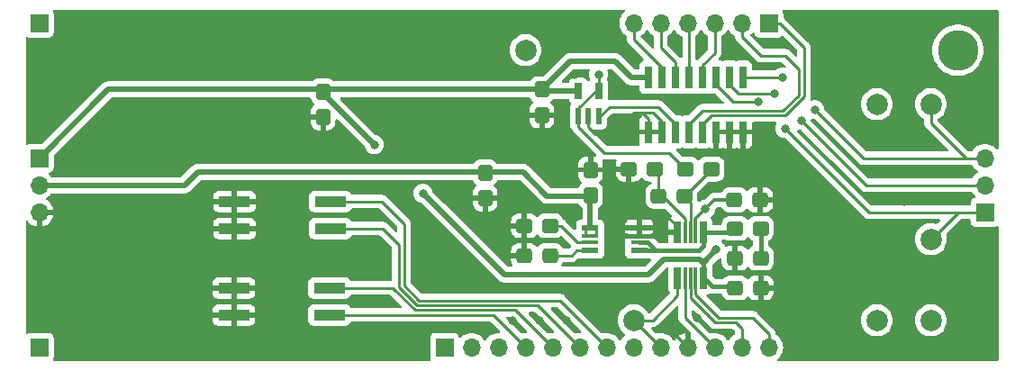
<source format=gbr>
%TF.SameCoordinates,Original*%
%TF.FileFunction,Copper,L1,Top*%
%TF.FilePolarity,Positive*%
%FSLAX46Y46*%
G04 Gerber Fmt 4.6, Leading zero omitted, Abs format (unit mm)*
G04 Created by KiCad (PCBNEW (7.0.0)) date 2023-11-17 04:09:28*
%MOMM*%
%LPD*%
G01*
G04 APERTURE LIST*
G04 Aperture macros list*
%AMRoundRect*
0 Rectangle with rounded corners*
0 $1 Rounding radius*
0 $2 $3 $4 $5 $6 $7 $8 $9 X,Y pos of 4 corners*
0 Add a 4 corners polygon primitive as box body*
4,1,4,$2,$3,$4,$5,$6,$7,$8,$9,$2,$3,0*
0 Add four circle primitives for the rounded corners*
1,1,$1+$1,$2,$3*
1,1,$1+$1,$4,$5*
1,1,$1+$1,$6,$7*
1,1,$1+$1,$8,$9*
0 Add four rect primitives between the rounded corners*
20,1,$1+$1,$2,$3,$4,$5,0*
20,1,$1+$1,$4,$5,$6,$7,0*
20,1,$1+$1,$6,$7,$8,$9,0*
20,1,$1+$1,$8,$9,$2,$3,0*%
G04 Aperture macros list end*
%TA.AperFunction,SMDPad,CuDef*%
%ADD10RoundRect,0.287550X0.462450X0.387450X-0.462450X0.387450X-0.462450X-0.387450X0.462450X-0.387450X0*%
%TD*%
%TA.AperFunction,ComponentPad*%
%ADD11R,1.700000X1.700000*%
%TD*%
%TA.AperFunction,SMDPad,CuDef*%
%ADD12R,0.600000X1.500000*%
%TD*%
%TA.AperFunction,SMDPad,CuDef*%
%ADD13R,0.750000X1.500000*%
%TD*%
%TA.AperFunction,SMDPad,CuDef*%
%ADD14RoundRect,0.287550X0.387450X-0.462450X0.387450X0.462450X-0.387450X0.462450X-0.387450X-0.462450X0*%
%TD*%
%TA.AperFunction,SMDPad,CuDef*%
%ADD15RoundRect,0.287550X-0.462450X-0.387450X0.462450X-0.387450X0.462450X0.387450X-0.462450X0.387450X0*%
%TD*%
%TA.AperFunction,SMDPad,CuDef*%
%ADD16RoundRect,0.280800X0.469200X0.394200X-0.469200X0.394200X-0.469200X-0.394200X0.469200X-0.394200X0*%
%TD*%
%TA.AperFunction,SMDPad,CuDef*%
%ADD17R,1.650000X0.600000*%
%TD*%
%TA.AperFunction,SMDPad,CuDef*%
%ADD18R,1.650000X0.450000*%
%TD*%
%TA.AperFunction,ComponentPad*%
%ADD19O,1.700000X1.700000*%
%TD*%
%TA.AperFunction,SMDPad,CuDef*%
%ADD20RoundRect,0.280800X-0.469200X-0.394200X0.469200X-0.394200X0.469200X0.394200X-0.469200X0.394200X0*%
%TD*%
%TA.AperFunction,ComponentPad*%
%ADD21C,2.000000*%
%TD*%
%TA.AperFunction,SMDPad,CuDef*%
%ADD22R,3.000000X1.000000*%
%TD*%
%TA.AperFunction,SMDPad,CuDef*%
%ADD23R,0.700000X2.000000*%
%TD*%
%TA.AperFunction,SMDPad,CuDef*%
%ADD24R,0.300000X2.000000*%
%TD*%
%TA.AperFunction,SMDPad,CuDef*%
%ADD25RoundRect,0.287550X-0.387450X0.462450X-0.387450X-0.462450X0.387450X-0.462450X0.387450X0.462450X0*%
%TD*%
%TA.AperFunction,ComponentPad*%
%ADD26C,2.600000*%
%TD*%
%TA.AperFunction,ConnectorPad*%
%ADD27C,3.800000*%
%TD*%
%TA.AperFunction,SMDPad,CuDef*%
%ADD28R,0.700000X2.150000*%
%TD*%
%TA.AperFunction,ViaPad*%
%ADD29C,0.800000*%
%TD*%
%TA.AperFunction,Conductor*%
%ADD30C,0.400000*%
%TD*%
%TA.AperFunction,Conductor*%
%ADD31C,0.250000*%
%TD*%
%TA.AperFunction,Conductor*%
%ADD32C,0.500000*%
%TD*%
%TA.AperFunction,Conductor*%
%ADD33C,0.300000*%
%TD*%
G04 APERTURE END LIST*
D10*
%TO.P,C6,1*%
%TO.N,GND*%
X151568000Y-77578000D03*
%TO.P,C6,2*%
%TO.N,Net-(J4-Pin_1)*%
X149168000Y-77578000D03*
%TD*%
D11*
%TO.P,J5,1,Pin_1*%
%TO.N,unconnected-(J5-Pin_1-Pad1)*%
X83819999Y-60959999D03*
%TD*%
D12*
%TO.P,U4,1,OUT*%
%TO.N,Net-(U4-IN-)*%
X134497999Y-69709999D03*
%TO.P,U4,2,V-*%
%TO.N,GND*%
X135447999Y-69709999D03*
%TO.P,U4,3,IN+*%
%TO.N,Net-(U3-COM)*%
X136397999Y-69709999D03*
D13*
%TO.P,U4,4,IN-*%
%TO.N,Net-(U4-IN-)*%
X136397999Y-67309999D03*
%TO.P,U4,5,V+*%
%TO.N,Net-(J4-Pin_1)*%
X134497999Y-67309999D03*
%TD*%
D14*
%TO.P,C9,1*%
%TO.N,GND*%
X131064000Y-69596000D03*
%TO.P,C9,2*%
%TO.N,Net-(J4-Pin_1)*%
X131064000Y-67196000D03*
%TD*%
D15*
%TO.P,C7,1*%
%TO.N,Net-(J4-Pin_1)*%
X149238000Y-85842000D03*
%TO.P,C7,2*%
%TO.N,GND*%
X151638000Y-85842000D03*
%TD*%
D16*
%TO.P,R2,1*%
%TO.N,Net-(C4-Pad2)*%
X151638000Y-80254000D03*
%TO.P,R2,2*%
%TO.N,Net-(U1-OUT_F)*%
X149238000Y-80254000D03*
%TD*%
D15*
%TO.P,C3,1*%
%TO.N,GND*%
X129426000Y-82794000D03*
%TO.P,C3,2*%
%TO.N,Net-(U1-FLT)*%
X131826000Y-82794000D03*
%TD*%
D14*
%TO.P,C2,1*%
%TO.N,Net-(J4-Pin_2)*%
X135636000Y-77146000D03*
%TO.P,C2,2*%
%TO.N,GND*%
X135636000Y-74746000D03*
%TD*%
D17*
%TO.P,U1,1,VIN*%
%TO.N,Net-(J4-Pin_2)*%
X135621999Y-80219999D03*
D18*
%TO.P,U1,2,EN*%
X135621999Y-80944999D03*
%TO.P,U1,3,SS*%
%TO.N,Net-(U1-SS)*%
X135621999Y-81594999D03*
D17*
%TO.P,U1,4,FLT*%
%TO.N,Net-(U1-FLT)*%
X135621999Y-82319999D03*
%TO.P,U1,5,OUT_S*%
%TO.N,Net-(U1-OUT_F)*%
X140221999Y-82319999D03*
D18*
%TO.P,U1,6,OUT_F*%
X140221999Y-81594999D03*
%TO.P,U1,7,GND_F*%
%TO.N,GND*%
X140221999Y-80944999D03*
D17*
%TO.P,U1,8,GND_S*%
X140221999Y-80219999D03*
%TD*%
D11*
%TO.P,J6,1,Pin_1*%
%TO.N,unconnected-(J6-Pin_1-Pad1)*%
X83819999Y-91439999D03*
%TD*%
%TO.P,J1,1,Pin_1*%
%TO.N,unconnected-(J1-Pin_1-Pad1)*%
X121919999Y-91439999D03*
D19*
%TO.P,J1,2,Pin_2*%
%TO.N,unconnected-(J1-Pin_2-Pad2)*%
X124459999Y-91439999D03*
%TO.P,J1,3,Pin_3*%
%TO.N,unconnected-(J1-Pin_3-Pad3)*%
X126999999Y-91439999D03*
%TO.P,J1,4,Pin_4*%
%TO.N,Net-(J1-Pin_4)*%
X129539999Y-91439999D03*
%TO.P,J1,5,Pin_5*%
%TO.N,Net-(J1-Pin_5)*%
X132079999Y-91439999D03*
%TO.P,J1,6,Pin_6*%
%TO.N,Net-(J1-Pin_6)*%
X134619999Y-91439999D03*
%TO.P,J1,7,Pin_7*%
%TO.N,Net-(J1-Pin_7)*%
X137159999Y-91439999D03*
%TO.P,J1,8,Pin_8*%
%TO.N,unconnected-(J1-Pin_8-Pad8)*%
X139699999Y-91439999D03*
%TO.P,J1,9,Pin_9*%
%TO.N,Net-(J1-Pin_9)*%
X142239999Y-91439999D03*
%TO.P,J1,10,Pin_10*%
%TO.N,GND*%
X144779999Y-91439999D03*
%TO.P,J1,11,Pin_11*%
%TO.N,Net-(J1-Pin_11)*%
X147319999Y-91439999D03*
%TO.P,J1,12,Pin_12*%
%TO.N,Net-(J1-Pin_12)*%
X149859999Y-91439999D03*
%TO.P,J1,13,Pin_13*%
%TO.N,Net-(J1-Pin_13)*%
X152399999Y-91439999D03*
%TD*%
D20*
%TO.P,R1,1*%
%TO.N,GND*%
X129426000Y-80000000D03*
%TO.P,R1,2*%
%TO.N,Net-(U1-SS)*%
X131826000Y-80000000D03*
%TD*%
D21*
%TO.P,TP6,1,1*%
%TO.N,Net-(J2-Pin_2)*%
X162560000Y-68580000D03*
%TD*%
D11*
%TO.P,J3,1,Pin_1*%
%TO.N,Net-(J3-Pin_1)*%
X152399999Y-60959999D03*
D19*
%TO.P,J3,2,Pin_2*%
%TO.N,Net-(J3-Pin_2)*%
X149859999Y-60959999D03*
%TO.P,J3,3,Pin_3*%
%TO.N,Net-(J3-Pin_3)*%
X147319999Y-60959999D03*
%TO.P,J3,4,Pin_4*%
%TO.N,Net-(J3-Pin_4)*%
X144779999Y-60959999D03*
%TO.P,J3,5,Pin_5*%
%TO.N,Net-(J3-Pin_5)*%
X142239999Y-60959999D03*
%TO.P,J3,6,Pin_6*%
%TO.N,Net-(J3-Pin_6)*%
X139699999Y-60959999D03*
%TD*%
D22*
%TO.P,SW1,1*%
%TO.N,Net-(J1-Pin_4)*%
X111107999Y-88391999D03*
%TO.P,SW1,2*%
%TO.N,Net-(J1-Pin_5)*%
X111107999Y-85851999D03*
%TO.P,SW1,3*%
%TO.N,GND*%
X102107999Y-85851999D03*
%TO.P,SW1,4*%
X102107999Y-88391999D03*
%TD*%
D16*
%TO.P,R4,1*%
%TO.N,Net-(U2-AINN)*%
X141662000Y-74676000D03*
%TO.P,R4,2*%
%TO.N,GND*%
X139262000Y-74676000D03*
%TD*%
D23*
%TO.P,U2,1,REF*%
%TO.N,Net-(U1-OUT_F)*%
X146233999Y-80643999D03*
D24*
%TO.P,U2,2,AVDD*%
%TO.N,Net-(J4-Pin_1)*%
X145533999Y-80643999D03*
%TO.P,U2,3,AINP*%
%TO.N,Net-(U2-AINP)*%
X145033999Y-80643999D03*
%TO.P,U2,4,AINN*%
%TO.N,Net-(U2-AINN)*%
X144533999Y-80643999D03*
D23*
%TO.P,U2,5,GDN*%
%TO.N,GND*%
X143833999Y-80643999D03*
%TO.P,U2,6,CONVST*%
%TO.N,Net-(J1-Pin_9)*%
X143833999Y-84943999D03*
D24*
%TO.P,U2,7,DOUT*%
%TO.N,Net-(J1-Pin_11)*%
X144533999Y-84943999D03*
%TO.P,U2,8,SCLK*%
%TO.N,Net-(J1-Pin_12)*%
X145033999Y-84943999D03*
%TO.P,U2,9,DIN*%
%TO.N,Net-(J1-Pin_13)*%
X145533999Y-84943999D03*
D23*
%TO.P,U2,10,DVDD*%
%TO.N,Net-(J4-Pin_1)*%
X146233999Y-84943999D03*
%TD*%
D25*
%TO.P,C1,1*%
%TO.N,Net-(J4-Pin_2)*%
X125730000Y-75000000D03*
%TO.P,C1,2*%
%TO.N,GND*%
X125730000Y-77400000D03*
%TD*%
D21*
%TO.P,TP5,1,1*%
%TO.N,Net-(J1-Pin_9)*%
X139700000Y-88900000D03*
%TD*%
D26*
%TO.P,H1,1*%
%TO.N,N/C*%
X170180000Y-63500000D03*
D27*
X170180000Y-63500000D03*
%TD*%
D22*
%TO.P,SW2,1*%
%TO.N,Net-(J1-Pin_6)*%
X111179999Y-80263999D03*
%TO.P,SW2,2*%
%TO.N,Net-(J1-Pin_7)*%
X111179999Y-77723999D03*
%TO.P,SW2,3*%
%TO.N,GND*%
X102179999Y-77723999D03*
%TO.P,SW2,4*%
X102179999Y-80263999D03*
%TD*%
D21*
%TO.P,TP3,1,1*%
%TO.N,Net-(J1-Pin_12)*%
X167640000Y-88900000D03*
%TD*%
D11*
%TO.P,J2,1,Pin_1*%
%TO.N,Net-(J2-Pin_1)*%
X172719999Y-78739999D03*
D19*
%TO.P,J2,2,Pin_2*%
%TO.N,Net-(J2-Pin_2)*%
X172719999Y-76199999D03*
%TO.P,J2,3,Pin_3*%
%TO.N,Net-(J2-Pin_3)*%
X172719999Y-73659999D03*
%TD*%
D21*
%TO.P,TP1,1,1*%
%TO.N,Net-(U4-IN-)*%
X129540000Y-63500000D03*
%TD*%
%TO.P,TP4,1,1*%
%TO.N,Net-(J1-Pin_11)*%
X162560000Y-88900000D03*
%TD*%
D20*
%TO.P,R3,1*%
%TO.N,Net-(U4-IN-)*%
X144596000Y-74676000D03*
%TO.P,R3,2*%
%TO.N,Net-(U2-AINP)*%
X146996000Y-74676000D03*
%TD*%
D28*
%TO.P,U3,1,Y4*%
%TO.N,GND*%
X141096999Y-71189999D03*
%TO.P,U3,2,Y6*%
X142366999Y-71189999D03*
%TO.P,U3,3,COM*%
%TO.N,Net-(U3-COM)*%
X143636999Y-71189999D03*
%TO.P,U3,4,Y7*%
%TO.N,Net-(J3-Pin_2)*%
X144906999Y-71189999D03*
%TO.P,U3,5,Y5*%
%TO.N,Net-(J3-Pin_1)*%
X146176999Y-71189999D03*
%TO.P,U3,6,INH*%
%TO.N,GND*%
X147446999Y-71189999D03*
%TO.P,U3,7,GND*%
X148716999Y-71189999D03*
%TO.P,U3,8,GND*%
X149986999Y-71189999D03*
%TO.P,U3,9,C*%
%TO.N,Net-(J2-Pin_3)*%
X149986999Y-66039999D03*
%TO.P,U3,10,B*%
%TO.N,Net-(J2-Pin_2)*%
X148716999Y-66039999D03*
%TO.P,U3,11,A*%
%TO.N,Net-(J2-Pin_1)*%
X147446999Y-66039999D03*
%TO.P,U3,12,Y3*%
%TO.N,Net-(J3-Pin_3)*%
X146176999Y-66039999D03*
%TO.P,U3,13,Y0*%
%TO.N,Net-(J3-Pin_4)*%
X144906999Y-66039999D03*
%TO.P,U3,14,Y1*%
%TO.N,Net-(J3-Pin_5)*%
X143636999Y-66039999D03*
%TO.P,U3,15,Y2*%
%TO.N,Net-(J3-Pin_6)*%
X142366999Y-66039999D03*
%TO.P,U3,16,VCC*%
%TO.N,Net-(J4-Pin_1)*%
X141096999Y-66039999D03*
%TD*%
D21*
%TO.P,TP2,1,1*%
%TO.N,Net-(J2-Pin_1)*%
X167640000Y-81280000D03*
%TD*%
%TO.P,TP7,1,1*%
%TO.N,Net-(J2-Pin_3)*%
X167640000Y-68580000D03*
%TD*%
D25*
%TO.P,C5,1*%
%TO.N,Net-(J4-Pin_1)*%
X110490000Y-67380000D03*
%TO.P,C5,2*%
%TO.N,GND*%
X110490000Y-69780000D03*
%TD*%
D15*
%TO.P,C8,1*%
%TO.N,Net-(U2-AINN)*%
X142056000Y-77216000D03*
%TO.P,C8,2*%
%TO.N,Net-(U2-AINP)*%
X144456000Y-77216000D03*
%TD*%
D11*
%TO.P,J4,1,Pin_1*%
%TO.N,Net-(J4-Pin_1)*%
X83819999Y-73659999D03*
D19*
%TO.P,J4,2,Pin_2*%
%TO.N,Net-(J4-Pin_2)*%
X83819999Y-76199999D03*
%TO.P,J4,3,Pin_3*%
%TO.N,GND*%
X83819999Y-78739999D03*
%TD*%
D15*
%TO.P,C4,1*%
%TO.N,GND*%
X149238000Y-83048000D03*
%TO.P,C4,2*%
%TO.N,Net-(C4-Pad2)*%
X151638000Y-83048000D03*
%TD*%
D29*
%TO.N,GND*%
X129413000Y-77597000D03*
X119380000Y-60960000D03*
X106680000Y-60960000D03*
X114300000Y-60960000D03*
X114300000Y-83058000D03*
X147701000Y-84309000D03*
X157480000Y-83820000D03*
X104140000Y-60960000D03*
X104140000Y-91440000D03*
X99060000Y-91440000D03*
X157480000Y-81280000D03*
X121920000Y-83947000D03*
X152882600Y-62763400D03*
X83820000Y-71120000D03*
X93980000Y-91440000D03*
X165100000Y-74930000D03*
X150368000Y-87376000D03*
X139700000Y-86106000D03*
X109220000Y-91440000D03*
X172720000Y-83820000D03*
X91440000Y-83820000D03*
X138684000Y-67310000D03*
X96520000Y-83820000D03*
X160020000Y-60960000D03*
X88900000Y-91440000D03*
X99060000Y-72390000D03*
X165100000Y-83820000D03*
X124460000Y-72390000D03*
X111760000Y-60960000D03*
X106680000Y-91440000D03*
X148666200Y-62763400D03*
X172720000Y-68580000D03*
X114300000Y-87122000D03*
X134620000Y-60960000D03*
X96520000Y-91440000D03*
X83820000Y-86360000D03*
X162560000Y-60960000D03*
X109220000Y-60960000D03*
X116840000Y-91440000D03*
X128270000Y-88900000D03*
X83820000Y-66040000D03*
X129540000Y-60960000D03*
X172720000Y-91440000D03*
X91440000Y-91440000D03*
X137922000Y-81270000D03*
X93980000Y-83820000D03*
X129540000Y-72390000D03*
X127000000Y-60960000D03*
X96520000Y-60960000D03*
X88900000Y-72390000D03*
X137033000Y-88900000D03*
X109220000Y-72390000D03*
X83820000Y-63500000D03*
X134112000Y-65786000D03*
X132080000Y-72390000D03*
X101600000Y-91440000D03*
X152908000Y-88138000D03*
X157480000Y-60960000D03*
X99060000Y-60960000D03*
X91440000Y-72390000D03*
X130810000Y-88900000D03*
X138684000Y-77216000D03*
X172720000Y-88900000D03*
X142240000Y-80626000D03*
X133350000Y-88900000D03*
X88900000Y-83820000D03*
X139446000Y-64008000D03*
X142240000Y-86106000D03*
X121920000Y-60960000D03*
X143611600Y-62763400D03*
X157480000Y-86360000D03*
X116840000Y-60960000D03*
X157480000Y-78740000D03*
X99060000Y-83820000D03*
X91440000Y-60960000D03*
X172720000Y-66040000D03*
X83820000Y-83820000D03*
X172720000Y-60960000D03*
X141046200Y-62331600D03*
X86360000Y-83820000D03*
X165100000Y-77724000D03*
X138684000Y-70612000D03*
X127000000Y-72390000D03*
X101600000Y-60960000D03*
X157480000Y-76200000D03*
X121920000Y-72390000D03*
X111760000Y-91440000D03*
X96520000Y-72390000D03*
X86360000Y-60960000D03*
X132080000Y-60960000D03*
X114300000Y-78994000D03*
X134620000Y-86106000D03*
X101600000Y-72390000D03*
X146126200Y-62763400D03*
X137160000Y-86106000D03*
X111760000Y-72390000D03*
X83820000Y-68580000D03*
X88900000Y-60960000D03*
X114300000Y-91440000D03*
X145669000Y-88646000D03*
X93980000Y-72390000D03*
X167640000Y-60960000D03*
X104140000Y-72390000D03*
X143764000Y-68580000D03*
X83820000Y-81280000D03*
X124460000Y-60960000D03*
X93980000Y-60960000D03*
X172720000Y-86360000D03*
X106680000Y-72390000D03*
X157480000Y-88900000D03*
X172720000Y-71120000D03*
X83820000Y-88900000D03*
X143256000Y-89281000D03*
X151638000Y-75438000D03*
X165100000Y-60960000D03*
X86360000Y-91440000D03*
X119380000Y-72390000D03*
%TO.N,Net-(J2-Pin_1)*%
X153924000Y-70866000D03*
X151384000Y-68361000D03*
%TO.N,Net-(J2-Pin_2)*%
X155448000Y-70104000D03*
X152908000Y-67599000D03*
%TO.N,Net-(J4-Pin_1)*%
X146431000Y-78467000D03*
X115316000Y-72390000D03*
X147447000Y-82277000D03*
X119888000Y-76962000D03*
%TO.N,Net-(J2-Pin_3)*%
X153670000Y-66040000D03*
X156718000Y-69088000D03*
%TO.N,Net-(U4-IN-)*%
X136398000Y-65786000D03*
%TD*%
D30*
%TO.N,Net-(C4-Pad2)*%
X151638000Y-80254000D02*
X151638000Y-83048000D01*
D31*
%TO.N,GND*%
X139700000Y-69342000D02*
X138684000Y-70358000D01*
X138684000Y-70358000D02*
X138684000Y-70612000D01*
X140462000Y-69342000D02*
X139700000Y-69342000D01*
X143834000Y-80080000D02*
X142494000Y-78740000D01*
X144780000Y-91440000D02*
X143256000Y-89916000D01*
X143256000Y-89916000D02*
X143256000Y-89281000D01*
X141097000Y-71190000D02*
X141097000Y-69977000D01*
D30*
X140222000Y-80945000D02*
X141921000Y-80945000D01*
D31*
X135448000Y-70710000D02*
X136112000Y-71374000D01*
X136112000Y-71374000D02*
X137922000Y-71374000D01*
X142494000Y-78740000D02*
X140208000Y-78740000D01*
X141097000Y-69977000D02*
X140462000Y-69342000D01*
X137922000Y-71374000D02*
X138684000Y-70612000D01*
X140208000Y-78740000D02*
X138684000Y-77216000D01*
X142367000Y-70231000D02*
X141478000Y-69342000D01*
D30*
X138247000Y-80945000D02*
X137922000Y-81270000D01*
X140222000Y-80945000D02*
X138247000Y-80945000D01*
X141921000Y-80945000D02*
X142240000Y-80626000D01*
D31*
X142367000Y-71190000D02*
X142367000Y-70231000D01*
X141478000Y-69342000D02*
X140462000Y-69342000D01*
X143834000Y-80644000D02*
X143834000Y-80080000D01*
X135448000Y-69710000D02*
X135448000Y-70710000D01*
%TO.N,Net-(J2-Pin_1)*%
X167640000Y-81280000D02*
X170180000Y-78740000D01*
X161798000Y-78740000D02*
X172720000Y-78740000D01*
X170180000Y-78740000D02*
X172720000Y-78740000D01*
X147447000Y-66765000D02*
X147447000Y-66040000D01*
X158496000Y-75438000D02*
X161798000Y-78740000D01*
X149043000Y-68361000D02*
X147447000Y-66765000D01*
X153924000Y-70866000D02*
X158496000Y-75438000D01*
X151384000Y-68361000D02*
X149043000Y-68361000D01*
%TO.N,Net-(J2-Pin_2)*%
X148717000Y-66765000D02*
X148717000Y-66040000D01*
X155448000Y-70104000D02*
X161544000Y-76200000D01*
X161544000Y-76200000D02*
X172720000Y-76200000D01*
X149551000Y-67599000D02*
X148717000Y-66765000D01*
X152908000Y-67599000D02*
X149551000Y-67599000D01*
%TO.N,Net-(J1-Pin_4)*%
X126492000Y-88392000D02*
X111108000Y-88392000D01*
X129540000Y-91440000D02*
X126492000Y-88392000D01*
%TO.N,Net-(J1-Pin_5)*%
X119126000Y-87942000D02*
X117036000Y-85852000D01*
X132080000Y-91440000D02*
X128582000Y-87942000D01*
X128582000Y-87942000D02*
X119126000Y-87942000D01*
X117036000Y-85852000D02*
X111108000Y-85852000D01*
%TO.N,Net-(J1-Pin_6)*%
X117602000Y-85781604D02*
X117602000Y-81788000D01*
X117602000Y-81788000D02*
X116078000Y-80264000D01*
X116078000Y-80264000D02*
X111180000Y-80264000D01*
X119312396Y-87492000D02*
X117602000Y-85781604D01*
X130672000Y-87492000D02*
X119312396Y-87492000D01*
X134620000Y-91440000D02*
X130672000Y-87492000D01*
%TO.N,Net-(J1-Pin_7)*%
X119498792Y-87042000D02*
X118110000Y-85653208D01*
X118110000Y-79825000D02*
X116009000Y-77724000D01*
X118110000Y-85653208D02*
X118110000Y-79825000D01*
X116009000Y-77724000D02*
X111180000Y-77724000D01*
X132762000Y-87042000D02*
X119498792Y-87042000D01*
X137160000Y-91440000D02*
X132762000Y-87042000D01*
%TO.N,Net-(J1-Pin_12)*%
X147349604Y-89096000D02*
X145034000Y-86780396D01*
X149860000Y-91440000D02*
X149860000Y-89662000D01*
X149860000Y-89662000D02*
X149294000Y-89096000D01*
X149294000Y-89096000D02*
X147349604Y-89096000D01*
X145034000Y-86780396D02*
X145034000Y-84944000D01*
%TO.N,Net-(J4-Pin_1)*%
X146304000Y-84944000D02*
X146234000Y-84944000D01*
D30*
X147066000Y-85706000D02*
X146304000Y-84944000D01*
D32*
X134498000Y-67310000D02*
X131178000Y-67310000D01*
D33*
X145534000Y-79344000D02*
X145534000Y-80644000D01*
D32*
X110122000Y-67196000D02*
X131064000Y-67196000D01*
X115316000Y-72390000D02*
X110122000Y-67196000D01*
D33*
X149168000Y-77578000D02*
X147300000Y-77578000D01*
D32*
X90284000Y-67196000D02*
X83820000Y-73660000D01*
X146234000Y-83490000D02*
X147447000Y-82277000D01*
D31*
X131178000Y-67310000D02*
X131064000Y-67196000D01*
D33*
X147300000Y-77578000D02*
X145534000Y-79344000D01*
D32*
X127508000Y-84582000D02*
X119888000Y-76962000D01*
X133744000Y-64516000D02*
X137922000Y-64516000D01*
X142494000Y-83166000D02*
X141078000Y-84582000D01*
X145910000Y-83166000D02*
X142494000Y-83166000D01*
X110122000Y-67196000D02*
X90284000Y-67196000D01*
D30*
X146234000Y-84944000D02*
X146234000Y-83490000D01*
D32*
X146234000Y-83490000D02*
X145910000Y-83166000D01*
X131064000Y-67196000D02*
X133744000Y-64516000D01*
X137922000Y-64516000D02*
X139446000Y-66040000D01*
X139446000Y-66040000D02*
X141097000Y-66040000D01*
X141078000Y-84582000D02*
X127508000Y-84582000D01*
D30*
X149102000Y-85706000D02*
X147066000Y-85706000D01*
D32*
%TO.N,Net-(J4-Pin_2)*%
X131562000Y-77206000D02*
X129286000Y-74930000D01*
D31*
X135128000Y-80988500D02*
X135128000Y-80263500D01*
D32*
X135452000Y-77206000D02*
X131562000Y-77206000D01*
D31*
X136144000Y-80945000D02*
X136144000Y-80220000D01*
D32*
X97466000Y-76200000D02*
X83820000Y-76200000D01*
X98736000Y-74930000D02*
X97466000Y-76200000D01*
X135622000Y-77376000D02*
X135622000Y-80220000D01*
X129286000Y-74930000D02*
X98736000Y-74930000D01*
D31*
X135452000Y-77206000D02*
X135622000Y-77376000D01*
%TO.N,Net-(J2-Pin_3)*%
X170942000Y-73660000D02*
X167640000Y-70358000D01*
X161290000Y-73660000D02*
X171704000Y-73660000D01*
X171704000Y-73660000D02*
X170942000Y-73660000D01*
X153635000Y-66040000D02*
X149987000Y-66040000D01*
X156718000Y-69088000D02*
X161036000Y-73406000D01*
X171704000Y-73660000D02*
X172720000Y-73660000D01*
X161036000Y-73406000D02*
X161290000Y-73660000D01*
X167640000Y-70358000D02*
X167640000Y-68580000D01*
%TO.N,Net-(J3-Pin_4)*%
X144907000Y-61087000D02*
X144780000Y-60960000D01*
X144907000Y-66040000D02*
X144907000Y-61087000D01*
%TO.N,Net-(J3-Pin_5)*%
X143637000Y-64643000D02*
X142240000Y-63246000D01*
X143637000Y-66040000D02*
X143637000Y-64643000D01*
X142240000Y-63246000D02*
X142240000Y-60960000D01*
%TO.N,Net-(J3-Pin_1)*%
X153416000Y-60960000D02*
X152400000Y-60960000D01*
X147011000Y-69631000D02*
X153924000Y-69631000D01*
X146177000Y-71190000D02*
X146177000Y-70465000D01*
X155702000Y-63246000D02*
X153416000Y-60960000D01*
X155702000Y-67853000D02*
X155702000Y-63246000D01*
X153924000Y-69631000D02*
X155702000Y-67853000D01*
X146177000Y-70465000D02*
X147011000Y-69631000D01*
%TO.N,Net-(J3-Pin_2)*%
X153924000Y-64008000D02*
X155194000Y-65278000D01*
X151638000Y-64008000D02*
X153924000Y-64008000D01*
X155194000Y-65278000D02*
X155194000Y-67724604D01*
X146191000Y-69181000D02*
X144907000Y-70465000D01*
X149860000Y-60960000D02*
X149860000Y-62230000D01*
X155194000Y-67724604D02*
X153737604Y-69181000D01*
X149860000Y-62230000D02*
X151638000Y-64008000D01*
X144907000Y-70465000D02*
X144907000Y-71190000D01*
X153737604Y-69181000D02*
X146191000Y-69181000D01*
%TO.N,Net-(J3-Pin_3)*%
X147320000Y-63754000D02*
X147320000Y-60960000D01*
X146177000Y-64897000D02*
X147320000Y-63754000D01*
X146177000Y-66040000D02*
X146177000Y-64897000D01*
%TO.N,Net-(U1-FLT)*%
X134332000Y-82320000D02*
X135622000Y-82320000D01*
X131826000Y-82794000D02*
X133858000Y-82794000D01*
X133858000Y-82794000D02*
X134332000Y-82320000D01*
%TO.N,Net-(U2-AINP)*%
X144456000Y-77216000D02*
X146996000Y-74676000D01*
X145034000Y-80644000D02*
X145034000Y-77794000D01*
X145034000Y-77794000D02*
X144456000Y-77216000D01*
%TO.N,Net-(U1-SS)*%
X132842000Y-80000000D02*
X134437000Y-81595000D01*
X131826000Y-80000000D02*
X132842000Y-80000000D01*
X134437000Y-81595000D02*
X135622000Y-81595000D01*
%TO.N,Net-(U1-OUT_F)*%
X148848000Y-80644000D02*
X149238000Y-80254000D01*
D30*
X146234000Y-80644000D02*
X148848000Y-80644000D01*
X141007000Y-81595000D02*
X141732000Y-82320000D01*
X146234000Y-81894000D02*
X146234000Y-80644000D01*
X140222000Y-82320000D02*
X141732000Y-82320000D01*
X145808000Y-82320000D02*
X146234000Y-81894000D01*
X141732000Y-82320000D02*
X145808000Y-82320000D01*
X140222000Y-81595000D02*
X141007000Y-81595000D01*
D31*
%TO.N,Net-(J3-Pin_6)*%
X139700000Y-62484000D02*
X139700000Y-60960000D01*
X142367000Y-66040000D02*
X142367000Y-65151000D01*
X142367000Y-65151000D02*
X139700000Y-62484000D01*
%TO.N,Net-(J1-Pin_9)*%
X143834000Y-86544000D02*
X143834000Y-84944000D01*
X139700000Y-88900000D02*
X141478000Y-88900000D01*
X139700000Y-88900000D02*
X142240000Y-91440000D01*
X141478000Y-88900000D02*
X143834000Y-86544000D01*
%TO.N,Net-(J1-Pin_11)*%
X144534000Y-88654000D02*
X144534000Y-85344000D01*
X147320000Y-91440000D02*
X144534000Y-88654000D01*
%TO.N,Net-(U3-COM)*%
X142006000Y-68834000D02*
X137414000Y-68834000D01*
X136538000Y-69710000D02*
X136398000Y-69710000D01*
X143637000Y-71190000D02*
X143637000Y-70465000D01*
X137414000Y-68834000D02*
X136538000Y-69710000D01*
X143637000Y-70465000D02*
X142006000Y-68834000D01*
%TO.N,Net-(J1-Pin_13)*%
X145534000Y-86498000D02*
X145534000Y-84944000D01*
X147682000Y-88646000D02*
X145534000Y-86498000D01*
X150876000Y-88646000D02*
X147682000Y-88646000D01*
X152400000Y-90170000D02*
X150876000Y-88646000D01*
X152400000Y-91440000D02*
X152400000Y-90170000D01*
%TO.N,Net-(U2-AINN)*%
X142056000Y-77216000D02*
X142056000Y-75070000D01*
X142406000Y-77216000D02*
X142056000Y-77216000D01*
X144534000Y-79344000D02*
X142406000Y-77216000D01*
X142056000Y-75070000D02*
X141662000Y-74676000D01*
X144534000Y-80644000D02*
X144534000Y-79344000D01*
%TO.N,Net-(U4-IN-)*%
X136940000Y-73152000D02*
X134498000Y-70710000D01*
X136398000Y-67310000D02*
X136398000Y-65786000D01*
X134498000Y-70710000D02*
X134498000Y-69710000D01*
X136148000Y-67310000D02*
X136398000Y-67310000D01*
X134498000Y-68960000D02*
X136148000Y-67310000D01*
X144526000Y-74676000D02*
X143002000Y-73152000D01*
X144596000Y-74676000D02*
X144526000Y-74676000D01*
X134498000Y-69710000D02*
X134498000Y-68960000D01*
X143002000Y-73152000D02*
X136940000Y-73152000D01*
%TD*%
%TA.AperFunction,Conductor*%
%TO.N,GND*%
G36*
X153083313Y-70273113D02*
G01*
X153128700Y-70318500D01*
X153145313Y-70380500D01*
X153128700Y-70442500D01*
X153100069Y-70492089D01*
X153100066Y-70492094D01*
X153096821Y-70497716D01*
X153094815Y-70503888D01*
X153094813Y-70503894D01*
X153040333Y-70671564D01*
X153040331Y-70671573D01*
X153038326Y-70677744D01*
X153037648Y-70684194D01*
X153037646Y-70684204D01*
X153022448Y-70828814D01*
X153018540Y-70866000D01*
X153019219Y-70872460D01*
X153037646Y-71047795D01*
X153037647Y-71047803D01*
X153038326Y-71054256D01*
X153040331Y-71060428D01*
X153040333Y-71060435D01*
X153094813Y-71228105D01*
X153096821Y-71234284D01*
X153100068Y-71239908D01*
X153100069Y-71239910D01*
X153143999Y-71316000D01*
X153191467Y-71398216D01*
X153195811Y-71403041D01*
X153195813Y-71403043D01*
X153266368Y-71481402D01*
X153318129Y-71538888D01*
X153471270Y-71650151D01*
X153644197Y-71727144D01*
X153829354Y-71766500D01*
X153888548Y-71766500D01*
X153936001Y-71775939D01*
X153976228Y-71802818D01*
X158081529Y-75908120D01*
X158081531Y-75908122D01*
X158081536Y-75908126D01*
X161300707Y-79127298D01*
X161308159Y-79135487D01*
X161312214Y-79141877D01*
X161361223Y-79187900D01*
X161364020Y-79190611D01*
X161383529Y-79210120D01*
X161386709Y-79212587D01*
X161395571Y-79220155D01*
X161409020Y-79232785D01*
X161421732Y-79244723D01*
X161421734Y-79244724D01*
X161427418Y-79250062D01*
X161434251Y-79253818D01*
X161434252Y-79253819D01*
X161444973Y-79259713D01*
X161461234Y-79270394D01*
X161477064Y-79282673D01*
X161517155Y-79300021D01*
X161527635Y-79305155D01*
X161565908Y-79326197D01*
X161585316Y-79331180D01*
X161603719Y-79337481D01*
X161614944Y-79342339D01*
X161614946Y-79342339D01*
X161622104Y-79345437D01*
X161665258Y-79352271D01*
X161676644Y-79354629D01*
X161718981Y-79365500D01*
X161739017Y-79365500D01*
X161758415Y-79367027D01*
X161770486Y-79368939D01*
X161770487Y-79368939D01*
X161778196Y-79370160D01*
X161816276Y-79366560D01*
X161821676Y-79366050D01*
X161833345Y-79365500D01*
X168370547Y-79365500D01*
X168426842Y-79379015D01*
X168470865Y-79416615D01*
X168493020Y-79470102D01*
X168488478Y-79527818D01*
X168458230Y-79577178D01*
X168276130Y-79759278D01*
X168217228Y-79818180D01*
X168157497Y-79851307D01*
X168089285Y-79847780D01*
X168014458Y-79822092D01*
X168009614Y-79820429D01*
X167989742Y-79817113D01*
X167769398Y-79780344D01*
X167769387Y-79780343D01*
X167764335Y-79779500D01*
X167515665Y-79779500D01*
X167510613Y-79780343D01*
X167510601Y-79780344D01*
X167275443Y-79819585D01*
X167275441Y-79819585D01*
X167270386Y-79820429D01*
X167265541Y-79822092D01*
X167265534Y-79822094D01*
X167040037Y-79899507D01*
X167040026Y-79899511D01*
X167035190Y-79901172D01*
X167030693Y-79903605D01*
X167030683Y-79903610D01*
X166821002Y-80017084D01*
X166820995Y-80017088D01*
X166816491Y-80019526D01*
X166812448Y-80022672D01*
X166812440Y-80022678D01*
X166667549Y-80135452D01*
X166620256Y-80172262D01*
X166616793Y-80176023D01*
X166616784Y-80176032D01*
X166455311Y-80351439D01*
X166455305Y-80351446D01*
X166451836Y-80355215D01*
X166449031Y-80359506D01*
X166449028Y-80359512D01*
X166318631Y-80559099D01*
X166318624Y-80559111D01*
X166315827Y-80563393D01*
X166313772Y-80568077D01*
X166313766Y-80568089D01*
X166218222Y-80785909D01*
X166215937Y-80791119D01*
X166214679Y-80796084D01*
X166214678Y-80796089D01*
X166156151Y-81027204D01*
X166156149Y-81027213D01*
X166154892Y-81032179D01*
X166154468Y-81037288D01*
X166154467Y-81037298D01*
X166136172Y-81258091D01*
X166134357Y-81280000D01*
X166134781Y-81285117D01*
X166154467Y-81522701D01*
X166154468Y-81522709D01*
X166154892Y-81527821D01*
X166156149Y-81532788D01*
X166156151Y-81532795D01*
X166197532Y-81696203D01*
X166215937Y-81768881D01*
X166223678Y-81786529D01*
X166313766Y-81991910D01*
X166313769Y-81991916D01*
X166315827Y-81996607D01*
X166318627Y-82000893D01*
X166318631Y-82000900D01*
X166430418Y-82172002D01*
X166451836Y-82204785D01*
X166455310Y-82208559D01*
X166455311Y-82208560D01*
X166616784Y-82383967D01*
X166616787Y-82383970D01*
X166620256Y-82387738D01*
X166816491Y-82540474D01*
X167035190Y-82658828D01*
X167270386Y-82739571D01*
X167515665Y-82780500D01*
X167759201Y-82780500D01*
X167764335Y-82780500D01*
X168009614Y-82739571D01*
X168244810Y-82658828D01*
X168463509Y-82540474D01*
X168659744Y-82387738D01*
X168828164Y-82204785D01*
X168964173Y-81996607D01*
X169064063Y-81768881D01*
X169125108Y-81527821D01*
X169145643Y-81280000D01*
X169125108Y-81032179D01*
X169119215Y-81008910D01*
X169075214Y-80835154D01*
X169071136Y-80819049D01*
X169071790Y-80755691D01*
X169103658Y-80700930D01*
X170402771Y-79401819D01*
X170443000Y-79374939D01*
X170490453Y-79365500D01*
X171245501Y-79365500D01*
X171307501Y-79382113D01*
X171352888Y-79427500D01*
X171369501Y-79489500D01*
X171369501Y-79637872D01*
X171369853Y-79641150D01*
X171369854Y-79641161D01*
X171375079Y-79689768D01*
X171375080Y-79689773D01*
X171375909Y-79697483D01*
X171378619Y-79704749D01*
X171378620Y-79704753D01*
X171396965Y-79753938D01*
X171426204Y-79832331D01*
X171431518Y-79839430D01*
X171431519Y-79839431D01*
X171496988Y-79926887D01*
X171512454Y-79947546D01*
X171627669Y-80033796D01*
X171762517Y-80084091D01*
X171822127Y-80090500D01*
X173617872Y-80090499D01*
X173677483Y-80084091D01*
X173812331Y-80033796D01*
X173812481Y-80034199D01*
X173867712Y-80020627D01*
X173928773Y-80037965D01*
X173973254Y-80083247D01*
X173989500Y-80144607D01*
X173989500Y-92585500D01*
X173972887Y-92647500D01*
X173927500Y-92692887D01*
X173865500Y-92709500D01*
X153334770Y-92709500D01*
X153274653Y-92693953D01*
X153229612Y-92651210D01*
X153210940Y-92591989D01*
X153223320Y-92531141D01*
X153263646Y-92483925D01*
X153271401Y-92478495D01*
X153438495Y-92311401D01*
X153574035Y-92117830D01*
X153673903Y-91903663D01*
X153735063Y-91675408D01*
X153755659Y-91440000D01*
X153735063Y-91204592D01*
X153673903Y-90976337D01*
X153574035Y-90762171D01*
X153438495Y-90568599D01*
X153271401Y-90401505D01*
X153266968Y-90398401D01*
X153266961Y-90398395D01*
X153078586Y-90266494D01*
X153040630Y-90223892D01*
X153025770Y-90168803D01*
X153025561Y-90162134D01*
X153025500Y-90158250D01*
X153025500Y-90134545D01*
X153025500Y-90130650D01*
X153024998Y-90126681D01*
X153024080Y-90115024D01*
X153024018Y-90113056D01*
X153022709Y-90071372D01*
X153017120Y-90052139D01*
X153013174Y-90033082D01*
X153011641Y-90020946D01*
X153010664Y-90013208D01*
X152994581Y-89972587D01*
X152990799Y-89961540D01*
X152980793Y-89927101D01*
X152978617Y-89919610D01*
X152974644Y-89912892D01*
X152968422Y-89902370D01*
X152959860Y-89884892D01*
X152955360Y-89873527D01*
X152955359Y-89873526D01*
X152952486Y-89866268D01*
X152926812Y-89830931D01*
X152920409Y-89821184D01*
X152898170Y-89783579D01*
X152884005Y-89769414D01*
X152871368Y-89754618D01*
X152864184Y-89744729D01*
X152864178Y-89744723D01*
X152859594Y-89738413D01*
X152850698Y-89731054D01*
X152825946Y-89710577D01*
X152817305Y-89702714D01*
X152014591Y-88900000D01*
X161054357Y-88900000D01*
X161054781Y-88905117D01*
X161074467Y-89142701D01*
X161074468Y-89142709D01*
X161074892Y-89147821D01*
X161076149Y-89152788D01*
X161076151Y-89152795D01*
X161132955Y-89377105D01*
X161135937Y-89388881D01*
X161137997Y-89393577D01*
X161233766Y-89611910D01*
X161233769Y-89611916D01*
X161235827Y-89616607D01*
X161238627Y-89620893D01*
X161238631Y-89620900D01*
X161335661Y-89769415D01*
X161371836Y-89824785D01*
X161375310Y-89828559D01*
X161375311Y-89828560D01*
X161536784Y-90003967D01*
X161536787Y-90003970D01*
X161540256Y-90007738D01*
X161736491Y-90160474D01*
X161869498Y-90232454D01*
X161927993Y-90264110D01*
X161955190Y-90278828D01*
X162190386Y-90359571D01*
X162435665Y-90400500D01*
X162679201Y-90400500D01*
X162684335Y-90400500D01*
X162929614Y-90359571D01*
X163164810Y-90278828D01*
X163383509Y-90160474D01*
X163579744Y-90007738D01*
X163748164Y-89824785D01*
X163884173Y-89616607D01*
X163984063Y-89388881D01*
X164045108Y-89147821D01*
X164065643Y-88900000D01*
X166134357Y-88900000D01*
X166134781Y-88905117D01*
X166154467Y-89142701D01*
X166154468Y-89142709D01*
X166154892Y-89147821D01*
X166156149Y-89152788D01*
X166156151Y-89152795D01*
X166212955Y-89377105D01*
X166215937Y-89388881D01*
X166217997Y-89393577D01*
X166313766Y-89611910D01*
X166313769Y-89611916D01*
X166315827Y-89616607D01*
X166318627Y-89620893D01*
X166318631Y-89620900D01*
X166415661Y-89769415D01*
X166451836Y-89824785D01*
X166455310Y-89828559D01*
X166455311Y-89828560D01*
X166616784Y-90003967D01*
X166616787Y-90003970D01*
X166620256Y-90007738D01*
X166816491Y-90160474D01*
X166949498Y-90232454D01*
X167007993Y-90264110D01*
X167035190Y-90278828D01*
X167270386Y-90359571D01*
X167515665Y-90400500D01*
X167759201Y-90400500D01*
X167764335Y-90400500D01*
X168009614Y-90359571D01*
X168244810Y-90278828D01*
X168463509Y-90160474D01*
X168659744Y-90007738D01*
X168828164Y-89824785D01*
X168964173Y-89616607D01*
X169064063Y-89388881D01*
X169125108Y-89147821D01*
X169145643Y-88900000D01*
X169125108Y-88652179D01*
X169064063Y-88411119D01*
X168964173Y-88183393D01*
X168961065Y-88178636D01*
X168856753Y-88018974D01*
X168828164Y-87975215D01*
X168710578Y-87847482D01*
X168663215Y-87796032D01*
X168663211Y-87796029D01*
X168659744Y-87792262D01*
X168487219Y-87657980D01*
X168467559Y-87642678D01*
X168467557Y-87642676D01*
X168463509Y-87639526D01*
X168458997Y-87637084D01*
X168249316Y-87523610D01*
X168249310Y-87523607D01*
X168244810Y-87521172D01*
X168239969Y-87519510D01*
X168239962Y-87519507D01*
X168014465Y-87442094D01*
X168014461Y-87442093D01*
X168009614Y-87440429D01*
X168000768Y-87438952D01*
X167769398Y-87400344D01*
X167769387Y-87400343D01*
X167764335Y-87399500D01*
X167515665Y-87399500D01*
X167510613Y-87400343D01*
X167510601Y-87400344D01*
X167275443Y-87439585D01*
X167275441Y-87439585D01*
X167270386Y-87440429D01*
X167265541Y-87442092D01*
X167265534Y-87442094D01*
X167040037Y-87519507D01*
X167040026Y-87519511D01*
X167035190Y-87521172D01*
X167030693Y-87523605D01*
X167030683Y-87523610D01*
X166821002Y-87637084D01*
X166820995Y-87637088D01*
X166816491Y-87639526D01*
X166812448Y-87642672D01*
X166812440Y-87642678D01*
X166624304Y-87789111D01*
X166620256Y-87792262D01*
X166616793Y-87796023D01*
X166616784Y-87796032D01*
X166455311Y-87971439D01*
X166455305Y-87971446D01*
X166451836Y-87975215D01*
X166449031Y-87979506D01*
X166449028Y-87979512D01*
X166318631Y-88179099D01*
X166318624Y-88179111D01*
X166315827Y-88183393D01*
X166313772Y-88188077D01*
X166313766Y-88188089D01*
X166224762Y-88391000D01*
X166215937Y-88411119D01*
X166214679Y-88416084D01*
X166214678Y-88416089D01*
X166156151Y-88647204D01*
X166156149Y-88647213D01*
X166154892Y-88652179D01*
X166154468Y-88657288D01*
X166154467Y-88657298D01*
X166137468Y-88862451D01*
X166134357Y-88900000D01*
X164065643Y-88900000D01*
X164045108Y-88652179D01*
X163984063Y-88411119D01*
X163884173Y-88183393D01*
X163881065Y-88178636D01*
X163776753Y-88018974D01*
X163748164Y-87975215D01*
X163630578Y-87847482D01*
X163583215Y-87796032D01*
X163583211Y-87796029D01*
X163579744Y-87792262D01*
X163407219Y-87657980D01*
X163387559Y-87642678D01*
X163387557Y-87642676D01*
X163383509Y-87639526D01*
X163378997Y-87637084D01*
X163169316Y-87523610D01*
X163169310Y-87523607D01*
X163164810Y-87521172D01*
X163159969Y-87519510D01*
X163159962Y-87519507D01*
X162934465Y-87442094D01*
X162934461Y-87442093D01*
X162929614Y-87440429D01*
X162920768Y-87438952D01*
X162689398Y-87400344D01*
X162689387Y-87400343D01*
X162684335Y-87399500D01*
X162435665Y-87399500D01*
X162430613Y-87400343D01*
X162430601Y-87400344D01*
X162195443Y-87439585D01*
X162195441Y-87439585D01*
X162190386Y-87440429D01*
X162185541Y-87442092D01*
X162185534Y-87442094D01*
X161960037Y-87519507D01*
X161960026Y-87519511D01*
X161955190Y-87521172D01*
X161950693Y-87523605D01*
X161950683Y-87523610D01*
X161741002Y-87637084D01*
X161740995Y-87637088D01*
X161736491Y-87639526D01*
X161732448Y-87642672D01*
X161732440Y-87642678D01*
X161544304Y-87789111D01*
X161540256Y-87792262D01*
X161536793Y-87796023D01*
X161536784Y-87796032D01*
X161375311Y-87971439D01*
X161375305Y-87971446D01*
X161371836Y-87975215D01*
X161369031Y-87979506D01*
X161369028Y-87979512D01*
X161238631Y-88179099D01*
X161238624Y-88179111D01*
X161235827Y-88183393D01*
X161233772Y-88188077D01*
X161233766Y-88188089D01*
X161144762Y-88391000D01*
X161135937Y-88411119D01*
X161134679Y-88416084D01*
X161134678Y-88416089D01*
X161076151Y-88647204D01*
X161076149Y-88647213D01*
X161074892Y-88652179D01*
X161074468Y-88657288D01*
X161074467Y-88657298D01*
X161057468Y-88862451D01*
X161054357Y-88900000D01*
X152014591Y-88900000D01*
X151373286Y-88258695D01*
X151365842Y-88250514D01*
X151361786Y-88244123D01*
X151312775Y-88198098D01*
X151309978Y-88195387D01*
X151293227Y-88178636D01*
X151290471Y-88175880D01*
X151287290Y-88173412D01*
X151278414Y-88165830D01*
X151252269Y-88141278D01*
X151252267Y-88141276D01*
X151246582Y-88135938D01*
X151239749Y-88132182D01*
X151239743Y-88132177D01*
X151229025Y-88126285D01*
X151212766Y-88115606D01*
X151203095Y-88108104D01*
X151203092Y-88108102D01*
X151196936Y-88103327D01*
X151189779Y-88100229D01*
X151189776Y-88100228D01*
X151156849Y-88085978D01*
X151146363Y-88080841D01*
X151114932Y-88063562D01*
X151114923Y-88063558D01*
X151108092Y-88059803D01*
X151100535Y-88057862D01*
X151100531Y-88057861D01*
X151088688Y-88054820D01*
X151070284Y-88048519D01*
X151059057Y-88043660D01*
X151059050Y-88043658D01*
X151051896Y-88040562D01*
X151044192Y-88039341D01*
X151044190Y-88039341D01*
X151008759Y-88033729D01*
X150997324Y-88031361D01*
X150962571Y-88022438D01*
X150962563Y-88022437D01*
X150955019Y-88020500D01*
X150947223Y-88020500D01*
X150934983Y-88020500D01*
X150915597Y-88018974D01*
X150895804Y-88015840D01*
X150888038Y-88016574D01*
X150888035Y-88016574D01*
X150852324Y-88019950D01*
X150840655Y-88020500D01*
X147992452Y-88020500D01*
X147944999Y-88011061D01*
X147904771Y-87984181D01*
X146574253Y-86653662D01*
X146541008Y-86593418D01*
X146544998Y-86524726D01*
X146584996Y-86468737D01*
X146648681Y-86442692D01*
X146691483Y-86438091D01*
X146814758Y-86392112D01*
X146850938Y-86384502D01*
X146887761Y-86387900D01*
X146890113Y-86388479D01*
X146897128Y-86391140D01*
X146954831Y-86398146D01*
X146956815Y-86398387D01*
X146964222Y-86399514D01*
X147023394Y-86410358D01*
X147083433Y-86406725D01*
X147090921Y-86406500D01*
X147914618Y-86406500D01*
X147964205Y-86416846D01*
X148005517Y-86446159D01*
X148031660Y-86489546D01*
X148058750Y-86566967D01*
X148058752Y-86566972D01*
X148061049Y-86573535D01*
X148064748Y-86579422D01*
X148064750Y-86579426D01*
X148151621Y-86717680D01*
X148155529Y-86723900D01*
X148281100Y-86849471D01*
X148431465Y-86943951D01*
X148599083Y-87002603D01*
X148731298Y-87017500D01*
X149741218Y-87017500D01*
X149744702Y-87017500D01*
X149876917Y-87002603D01*
X150044535Y-86943951D01*
X150194900Y-86849471D01*
X150320471Y-86723900D01*
X150333300Y-86703481D01*
X150378311Y-86660926D01*
X150438292Y-86645452D01*
X150498274Y-86660923D01*
X150543287Y-86703478D01*
X150552211Y-86717680D01*
X150560851Y-86728514D01*
X150676485Y-86844148D01*
X150687314Y-86852784D01*
X150825792Y-86939796D01*
X150838248Y-86945795D01*
X150992625Y-86999814D01*
X151006115Y-87002892D01*
X151127857Y-87016609D01*
X151134809Y-87017000D01*
X151371674Y-87017000D01*
X151384549Y-87013549D01*
X151388000Y-87000674D01*
X151888000Y-87000674D01*
X151891450Y-87013549D01*
X151904326Y-87017000D01*
X152141191Y-87017000D01*
X152148142Y-87016609D01*
X152269884Y-87002892D01*
X152283374Y-86999814D01*
X152437751Y-86945795D01*
X152450207Y-86939796D01*
X152588685Y-86852784D01*
X152599514Y-86844148D01*
X152715148Y-86728514D01*
X152723784Y-86717685D01*
X152810796Y-86579207D01*
X152816795Y-86566751D01*
X152870814Y-86412374D01*
X152873892Y-86398884D01*
X152887609Y-86277142D01*
X152888000Y-86270191D01*
X152888000Y-86108326D01*
X152884549Y-86095450D01*
X152871674Y-86092000D01*
X151904326Y-86092000D01*
X151891450Y-86095450D01*
X151888000Y-86108326D01*
X151888000Y-87000674D01*
X151388000Y-87000674D01*
X151388000Y-85575674D01*
X151888000Y-85575674D01*
X151891450Y-85588549D01*
X151904326Y-85592000D01*
X152871674Y-85592000D01*
X152884549Y-85588549D01*
X152888000Y-85575674D01*
X152888000Y-85413809D01*
X152887609Y-85406857D01*
X152873892Y-85285115D01*
X152870814Y-85271625D01*
X152816795Y-85117248D01*
X152810796Y-85104792D01*
X152723784Y-84966314D01*
X152715148Y-84955485D01*
X152599514Y-84839851D01*
X152588685Y-84831215D01*
X152450207Y-84744203D01*
X152437751Y-84738204D01*
X152283374Y-84684185D01*
X152269884Y-84681107D01*
X152148142Y-84667390D01*
X152141191Y-84667000D01*
X151904326Y-84667000D01*
X151891450Y-84670450D01*
X151888000Y-84683326D01*
X151888000Y-85575674D01*
X151388000Y-85575674D01*
X151388000Y-84683326D01*
X151384549Y-84670450D01*
X151371674Y-84667000D01*
X151134809Y-84667000D01*
X151127857Y-84667390D01*
X151006115Y-84681107D01*
X150992625Y-84684185D01*
X150838248Y-84738204D01*
X150825792Y-84744203D01*
X150687314Y-84831215D01*
X150676485Y-84839851D01*
X150560851Y-84955485D01*
X150552211Y-84966319D01*
X150543286Y-84980523D01*
X150498273Y-85023077D01*
X150438292Y-85038547D01*
X150378312Y-85023074D01*
X150333301Y-84980519D01*
X150324178Y-84965999D01*
X150324175Y-84965996D01*
X150320471Y-84960100D01*
X150194900Y-84834529D01*
X150188999Y-84830821D01*
X150050426Y-84743750D01*
X150050422Y-84743748D01*
X150044535Y-84740049D01*
X150037972Y-84737752D01*
X150037969Y-84737751D01*
X149901439Y-84689977D01*
X149876917Y-84681397D01*
X149869995Y-84680617D01*
X149748166Y-84666890D01*
X149748160Y-84666889D01*
X149744702Y-84666500D01*
X148731298Y-84666500D01*
X148727840Y-84666889D01*
X148727833Y-84666890D01*
X148606004Y-84680617D01*
X148606002Y-84680617D01*
X148599083Y-84681397D01*
X148592514Y-84683695D01*
X148592512Y-84683696D01*
X148438030Y-84737751D01*
X148438023Y-84737753D01*
X148431465Y-84740049D01*
X148425580Y-84743746D01*
X148425573Y-84743750D01*
X148287000Y-84830821D01*
X148286995Y-84830824D01*
X148281100Y-84834529D01*
X148276175Y-84839453D01*
X148276171Y-84839457D01*
X148160454Y-84955174D01*
X148160450Y-84955178D01*
X148155529Y-84960100D01*
X148155116Y-84960755D01*
X148114407Y-84993220D01*
X148060606Y-85005500D01*
X147407519Y-85005500D01*
X147360066Y-84996061D01*
X147319838Y-84969181D01*
X147120818Y-84770161D01*
X147093938Y-84729933D01*
X147084499Y-84682480D01*
X147084499Y-83899439D01*
X147084499Y-83896128D01*
X147078091Y-83836517D01*
X147070830Y-83817049D01*
X147065846Y-83747357D01*
X147099329Y-83686037D01*
X147599772Y-83185594D01*
X147628283Y-83164304D01*
X147661669Y-83151987D01*
X147726803Y-83138144D01*
X147813564Y-83099514D01*
X147873728Y-83089176D01*
X147931535Y-83108799D01*
X147972973Y-83153626D01*
X147988000Y-83212794D01*
X147988000Y-83476191D01*
X147988390Y-83483142D01*
X148002107Y-83604884D01*
X148005185Y-83618374D01*
X148059204Y-83772751D01*
X148065203Y-83785207D01*
X148152215Y-83923685D01*
X148160851Y-83934514D01*
X148276485Y-84050148D01*
X148287314Y-84058784D01*
X148425792Y-84145796D01*
X148438248Y-84151795D01*
X148592625Y-84205814D01*
X148606115Y-84208892D01*
X148727857Y-84222609D01*
X148734809Y-84223000D01*
X148971674Y-84223000D01*
X148984549Y-84219549D01*
X148988000Y-84206674D01*
X148988000Y-81889326D01*
X148984549Y-81876450D01*
X148971674Y-81873000D01*
X148734809Y-81873000D01*
X148727857Y-81873390D01*
X148606115Y-81887107D01*
X148592625Y-81890185D01*
X148438245Y-81944205D01*
X148429560Y-81948388D01*
X148369579Y-81960512D01*
X148311103Y-81942473D01*
X148268377Y-81898667D01*
X148179533Y-81744784D01*
X148135382Y-81695750D01*
X148057220Y-81608942D01*
X148057219Y-81608941D01*
X148052871Y-81604112D01*
X148047613Y-81600292D01*
X148047611Y-81600290D01*
X148004293Y-81568818D01*
X147964979Y-81521297D01*
X147953423Y-81460714D01*
X147972481Y-81402057D01*
X148017441Y-81359838D01*
X148077178Y-81344500D01*
X148376071Y-81344500D01*
X148426898Y-81356101D01*
X148427662Y-81356581D01*
X148593844Y-81414731D01*
X148724921Y-81429500D01*
X149751078Y-81429499D01*
X149882156Y-81414731D01*
X150048338Y-81356581D01*
X150197415Y-81262910D01*
X150321910Y-81138415D01*
X150333005Y-81120756D01*
X150378018Y-81078200D01*
X150438000Y-81062727D01*
X150497982Y-81078200D01*
X150542994Y-81120756D01*
X150554090Y-81138415D01*
X150678585Y-81262910D01*
X150827662Y-81356581D01*
X150834228Y-81358878D01*
X150834229Y-81358879D01*
X150854454Y-81365956D01*
X150897841Y-81392099D01*
X150927154Y-81433411D01*
X150937500Y-81482998D01*
X150937500Y-81820963D01*
X150927154Y-81870550D01*
X150897841Y-81911862D01*
X150854454Y-81938005D01*
X150838032Y-81943750D01*
X150838023Y-81943754D01*
X150831465Y-81946049D01*
X150825577Y-81949748D01*
X150825572Y-81949751D01*
X150687000Y-82036821D01*
X150686995Y-82036824D01*
X150681100Y-82040529D01*
X150676175Y-82045453D01*
X150676171Y-82045457D01*
X150560457Y-82161171D01*
X150560453Y-82161175D01*
X150555529Y-82166100D01*
X150551826Y-82171992D01*
X150551819Y-82172002D01*
X150542696Y-82186522D01*
X150497683Y-82229076D01*
X150437702Y-82244547D01*
X150377723Y-82229075D01*
X150332711Y-82186520D01*
X150323786Y-82172316D01*
X150315148Y-82161485D01*
X150199514Y-82045851D01*
X150188685Y-82037215D01*
X150050207Y-81950203D01*
X150037751Y-81944204D01*
X149883374Y-81890185D01*
X149869884Y-81887107D01*
X149748142Y-81873390D01*
X149741191Y-81873000D01*
X149504326Y-81873000D01*
X149491450Y-81876450D01*
X149488000Y-81889326D01*
X149488000Y-84206674D01*
X149491450Y-84219549D01*
X149504326Y-84223000D01*
X149741191Y-84223000D01*
X149748142Y-84222609D01*
X149869884Y-84208892D01*
X149883374Y-84205814D01*
X150037751Y-84151795D01*
X150050207Y-84145796D01*
X150188685Y-84058784D01*
X150199514Y-84050148D01*
X150315148Y-83934514D01*
X150323784Y-83923685D01*
X150332709Y-83909482D01*
X150377721Y-83866925D01*
X150437702Y-83851452D01*
X150497684Y-83866924D01*
X150542697Y-83909479D01*
X150551819Y-83923997D01*
X150551821Y-83923999D01*
X150555529Y-83929900D01*
X150681100Y-84055471D01*
X150831465Y-84149951D01*
X150999083Y-84208603D01*
X151131298Y-84223500D01*
X152141218Y-84223500D01*
X152144702Y-84223500D01*
X152276917Y-84208603D01*
X152444535Y-84149951D01*
X152594900Y-84055471D01*
X152720471Y-83929900D01*
X152814951Y-83779535D01*
X152873603Y-83611917D01*
X152888500Y-83479702D01*
X152888500Y-82616298D01*
X152873603Y-82484083D01*
X152814951Y-82316465D01*
X152720471Y-82166100D01*
X152594900Y-82040529D01*
X152531830Y-82000900D01*
X152450427Y-81949751D01*
X152450425Y-81949750D01*
X152444535Y-81946049D01*
X152437972Y-81943752D01*
X152437967Y-81943750D01*
X152421546Y-81938005D01*
X152378159Y-81911862D01*
X152348846Y-81870550D01*
X152338500Y-81820963D01*
X152338500Y-81482998D01*
X152348846Y-81433411D01*
X152378159Y-81392099D01*
X152421546Y-81365956D01*
X152425979Y-81364404D01*
X152448338Y-81356581D01*
X152597415Y-81262910D01*
X152721910Y-81138415D01*
X152815581Y-80989338D01*
X152873731Y-80823156D01*
X152888500Y-80692079D01*
X152888499Y-79815922D01*
X152873731Y-79684844D01*
X152815581Y-79518662D01*
X152721910Y-79369585D01*
X152597415Y-79245090D01*
X152448338Y-79151419D01*
X152415385Y-79139888D01*
X152288734Y-79095570D01*
X152288727Y-79095568D01*
X152282156Y-79093269D01*
X152275237Y-79092489D01*
X152275231Y-79092488D01*
X152154543Y-79078890D01*
X152154537Y-79078889D01*
X152151079Y-79078500D01*
X152147595Y-79078500D01*
X151128407Y-79078500D01*
X151128389Y-79078500D01*
X151124922Y-79078501D01*
X151121465Y-79078890D01*
X151121455Y-79078891D01*
X151000767Y-79092488D01*
X151000758Y-79092490D01*
X150993844Y-79093269D01*
X150987270Y-79095569D01*
X150987267Y-79095570D01*
X150834237Y-79149118D01*
X150834234Y-79149119D01*
X150827662Y-79151419D01*
X150821767Y-79155122D01*
X150821765Y-79155124D01*
X150684485Y-79241382D01*
X150684480Y-79241385D01*
X150678585Y-79245090D01*
X150673660Y-79250014D01*
X150673656Y-79250018D01*
X150559018Y-79364656D01*
X150559014Y-79364660D01*
X150554090Y-79369585D01*
X150550386Y-79375479D01*
X150550377Y-79375491D01*
X150542993Y-79387244D01*
X150497981Y-79429800D01*
X150438000Y-79445272D01*
X150378019Y-79429800D01*
X150333007Y-79387244D01*
X150325622Y-79375491D01*
X150325617Y-79375484D01*
X150321910Y-79369585D01*
X150197415Y-79245090D01*
X150048338Y-79151419D01*
X150015385Y-79139888D01*
X149888734Y-79095570D01*
X149888727Y-79095568D01*
X149882156Y-79093269D01*
X149875237Y-79092489D01*
X149875231Y-79092488D01*
X149754543Y-79078890D01*
X149754537Y-79078889D01*
X149751079Y-79078500D01*
X149747595Y-79078500D01*
X148728407Y-79078500D01*
X148728389Y-79078500D01*
X148724922Y-79078501D01*
X148721465Y-79078890D01*
X148721455Y-79078891D01*
X148600767Y-79092488D01*
X148600758Y-79092490D01*
X148593844Y-79093269D01*
X148587270Y-79095569D01*
X148587267Y-79095570D01*
X148434237Y-79149118D01*
X148434234Y-79149119D01*
X148427662Y-79151419D01*
X148421767Y-79155122D01*
X148421765Y-79155124D01*
X148284485Y-79241382D01*
X148284480Y-79241385D01*
X148278585Y-79245090D01*
X148273660Y-79250014D01*
X148273656Y-79250018D01*
X148159018Y-79364656D01*
X148159014Y-79364660D01*
X148154090Y-79369585D01*
X148150385Y-79375480D01*
X148150382Y-79375485D01*
X148078467Y-79489938D01*
X148060419Y-79518662D01*
X148058119Y-79525234D01*
X148058118Y-79525237D01*
X148004570Y-79678265D01*
X148004570Y-79678267D01*
X148002269Y-79684844D01*
X148001489Y-79691760D01*
X148001488Y-79691768D01*
X147987890Y-79812456D01*
X147987500Y-79815921D01*
X147987500Y-79819405D01*
X147987500Y-79819500D01*
X147987493Y-79819525D01*
X147987305Y-79822876D01*
X147986605Y-79822836D01*
X147970887Y-79881500D01*
X147925500Y-79926887D01*
X147863500Y-79943500D01*
X147208499Y-79943500D01*
X147146499Y-79926887D01*
X147101112Y-79881500D01*
X147084499Y-79819500D01*
X147084499Y-79599439D01*
X147084499Y-79596128D01*
X147078091Y-79536517D01*
X147027796Y-79401669D01*
X146979441Y-79337075D01*
X146955516Y-79276899D01*
X146965190Y-79212868D01*
X147005824Y-79162445D01*
X147024167Y-79149118D01*
X147036871Y-79139888D01*
X147163533Y-78999216D01*
X147258179Y-78835284D01*
X147316674Y-78655256D01*
X147332518Y-78504503D01*
X147343917Y-78464085D01*
X147368151Y-78429793D01*
X147533129Y-78264816D01*
X147573356Y-78237939D01*
X147620808Y-78228500D01*
X147874975Y-78228500D01*
X147940946Y-78247506D01*
X147986694Y-78298697D01*
X147988752Y-78302971D01*
X147991049Y-78309535D01*
X147994748Y-78315422D01*
X147994750Y-78315426D01*
X148066607Y-78429786D01*
X148085529Y-78459900D01*
X148211100Y-78585471D01*
X148361465Y-78679951D01*
X148529083Y-78738603D01*
X148661298Y-78753500D01*
X149671218Y-78753500D01*
X149674702Y-78753500D01*
X149806917Y-78738603D01*
X149974535Y-78679951D01*
X150124900Y-78585471D01*
X150250471Y-78459900D01*
X150263300Y-78439481D01*
X150308311Y-78396926D01*
X150368292Y-78381452D01*
X150428274Y-78396923D01*
X150473287Y-78439478D01*
X150482211Y-78453680D01*
X150490851Y-78464514D01*
X150606485Y-78580148D01*
X150617314Y-78588784D01*
X150755792Y-78675796D01*
X150768248Y-78681795D01*
X150922625Y-78735814D01*
X150936115Y-78738892D01*
X151057857Y-78752609D01*
X151064809Y-78753000D01*
X151301674Y-78753000D01*
X151314549Y-78749549D01*
X151318000Y-78736674D01*
X151818000Y-78736674D01*
X151821450Y-78749549D01*
X151834326Y-78753000D01*
X152071191Y-78753000D01*
X152078142Y-78752609D01*
X152199884Y-78738892D01*
X152213374Y-78735814D01*
X152367751Y-78681795D01*
X152380207Y-78675796D01*
X152518685Y-78588784D01*
X152529514Y-78580148D01*
X152645148Y-78464514D01*
X152653784Y-78453685D01*
X152740796Y-78315207D01*
X152746795Y-78302751D01*
X152800814Y-78148374D01*
X152803892Y-78134884D01*
X152817609Y-78013142D01*
X152818000Y-78006191D01*
X152818000Y-77844326D01*
X152814549Y-77831450D01*
X152801674Y-77828000D01*
X151834326Y-77828000D01*
X151821450Y-77831450D01*
X151818000Y-77844326D01*
X151818000Y-78736674D01*
X151318000Y-78736674D01*
X151318000Y-77311674D01*
X151818000Y-77311674D01*
X151821450Y-77324549D01*
X151834326Y-77328000D01*
X152801674Y-77328000D01*
X152814549Y-77324549D01*
X152818000Y-77311674D01*
X152818000Y-77149809D01*
X152817609Y-77142857D01*
X152803892Y-77021115D01*
X152800814Y-77007625D01*
X152746795Y-76853248D01*
X152740796Y-76840792D01*
X152653784Y-76702314D01*
X152645148Y-76691485D01*
X152529514Y-76575851D01*
X152518685Y-76567215D01*
X152380207Y-76480203D01*
X152367751Y-76474204D01*
X152213374Y-76420185D01*
X152199884Y-76417107D01*
X152078142Y-76403390D01*
X152071191Y-76403000D01*
X151834326Y-76403000D01*
X151821450Y-76406450D01*
X151818000Y-76419326D01*
X151818000Y-77311674D01*
X151318000Y-77311674D01*
X151318000Y-76419326D01*
X151314549Y-76406450D01*
X151301674Y-76403000D01*
X151064809Y-76403000D01*
X151057857Y-76403390D01*
X150936115Y-76417107D01*
X150922625Y-76420185D01*
X150768248Y-76474204D01*
X150755792Y-76480203D01*
X150617314Y-76567215D01*
X150606485Y-76575851D01*
X150490851Y-76691485D01*
X150482211Y-76702319D01*
X150473286Y-76716523D01*
X150428273Y-76759077D01*
X150368292Y-76774547D01*
X150308312Y-76759074D01*
X150263301Y-76716519D01*
X150254178Y-76701999D01*
X150254175Y-76701996D01*
X150250471Y-76696100D01*
X150124900Y-76570529D01*
X150118999Y-76566821D01*
X149980426Y-76479750D01*
X149980422Y-76479748D01*
X149974535Y-76476049D01*
X149967972Y-76473752D01*
X149967969Y-76473751D01*
X149828519Y-76424956D01*
X149806917Y-76417397D01*
X149799995Y-76416617D01*
X149678166Y-76402890D01*
X149678160Y-76402889D01*
X149674702Y-76402500D01*
X148661298Y-76402500D01*
X148657840Y-76402889D01*
X148657833Y-76402890D01*
X148536004Y-76416617D01*
X148536002Y-76416617D01*
X148529083Y-76417397D01*
X148522514Y-76419695D01*
X148522512Y-76419696D01*
X148368030Y-76473751D01*
X148368023Y-76473753D01*
X148361465Y-76476049D01*
X148355580Y-76479746D01*
X148355573Y-76479750D01*
X148217000Y-76566821D01*
X148216995Y-76566824D01*
X148211100Y-76570529D01*
X148206175Y-76575453D01*
X148206171Y-76575457D01*
X148090457Y-76691171D01*
X148090453Y-76691175D01*
X148085529Y-76696100D01*
X148081824Y-76701995D01*
X148081821Y-76702000D01*
X147994750Y-76840573D01*
X147994746Y-76840580D01*
X147991049Y-76846465D01*
X147988752Y-76853028D01*
X147986694Y-76857303D01*
X147940946Y-76908494D01*
X147874975Y-76927500D01*
X147381072Y-76927500D01*
X147369403Y-76926950D01*
X147369316Y-76926941D01*
X147361703Y-76925240D01*
X147353905Y-76925485D01*
X147291737Y-76927439D01*
X147287842Y-76927500D01*
X147259075Y-76927500D01*
X147255207Y-76927988D01*
X147255198Y-76927989D01*
X147254676Y-76928055D01*
X147243059Y-76928968D01*
X147205225Y-76930157D01*
X147205217Y-76930158D01*
X147197431Y-76930403D01*
X147189943Y-76932578D01*
X147189944Y-76932578D01*
X147177049Y-76936324D01*
X147158009Y-76940266D01*
X147144686Y-76941949D01*
X147144674Y-76941952D01*
X147136942Y-76942929D01*
X147129694Y-76945798D01*
X147129688Y-76945800D01*
X147094491Y-76959735D01*
X147083446Y-76963516D01*
X147047098Y-76974077D01*
X147047092Y-76974079D01*
X147039601Y-76976256D01*
X147032888Y-76980225D01*
X147032883Y-76980228D01*
X147021329Y-76987061D01*
X147003866Y-76995616D01*
X146991381Y-77000559D01*
X146991370Y-77000564D01*
X146984129Y-77003432D01*
X146956755Y-77023320D01*
X146947201Y-77030261D01*
X146937444Y-77036670D01*
X146904848Y-77055948D01*
X146904843Y-77055951D01*
X146898135Y-77059919D01*
X146892619Y-77065434D01*
X146892616Y-77065437D01*
X146883122Y-77074930D01*
X146868338Y-77087557D01*
X146857475Y-77095449D01*
X146857466Y-77095457D01*
X146851163Y-77100037D01*
X146846196Y-77106039D01*
X146846185Y-77106051D01*
X146822055Y-77135219D01*
X146814195Y-77143857D01*
X146427873Y-77530181D01*
X146387645Y-77557061D01*
X146349200Y-77564708D01*
X146349317Y-77565821D01*
X146342856Y-77566500D01*
X146336354Y-77566500D01*
X146329995Y-77567851D01*
X146329991Y-77567852D01*
X146157559Y-77604503D01*
X146157552Y-77604505D01*
X146151197Y-77605856D01*
X146145262Y-77608498D01*
X146145254Y-77608501D01*
X145984207Y-77680205D01*
X145984202Y-77680207D01*
X145978270Y-77682849D01*
X145973016Y-77686665D01*
X145973011Y-77686669D01*
X145903385Y-77737256D01*
X145840229Y-77760556D01*
X145774205Y-77747423D01*
X145724773Y-77701728D01*
X145706500Y-77636938D01*
X145706500Y-76901452D01*
X145715939Y-76853999D01*
X145742819Y-76813771D01*
X146668771Y-75887818D01*
X146708999Y-75860938D01*
X146756452Y-75851499D01*
X147505593Y-75851499D01*
X147509078Y-75851499D01*
X147640156Y-75836731D01*
X147806338Y-75778581D01*
X147955415Y-75684910D01*
X148079910Y-75560415D01*
X148173581Y-75411338D01*
X148231731Y-75245156D01*
X148246500Y-75114079D01*
X148246499Y-74237922D01*
X148231731Y-74106844D01*
X148173581Y-73940662D01*
X148079910Y-73791585D01*
X147955415Y-73667090D01*
X147944473Y-73660215D01*
X147883845Y-73622120D01*
X147806338Y-73573419D01*
X147750491Y-73553877D01*
X147646734Y-73517570D01*
X147646727Y-73517568D01*
X147640156Y-73515269D01*
X147633237Y-73514489D01*
X147633231Y-73514488D01*
X147512543Y-73500890D01*
X147512537Y-73500889D01*
X147509079Y-73500500D01*
X147505595Y-73500500D01*
X146486407Y-73500500D01*
X146486389Y-73500500D01*
X146482922Y-73500501D01*
X146479465Y-73500890D01*
X146479455Y-73500891D01*
X146358767Y-73514488D01*
X146358758Y-73514490D01*
X146351844Y-73515269D01*
X146345270Y-73517569D01*
X146345267Y-73517570D01*
X146192237Y-73571118D01*
X146192234Y-73571119D01*
X146185662Y-73573419D01*
X146179767Y-73577122D01*
X146179765Y-73577124D01*
X146042485Y-73663382D01*
X146042480Y-73663385D01*
X146036585Y-73667090D01*
X146031660Y-73672014D01*
X146031656Y-73672018D01*
X145917018Y-73786656D01*
X145917014Y-73786660D01*
X145912090Y-73791585D01*
X145908386Y-73797479D01*
X145908377Y-73797491D01*
X145900993Y-73809244D01*
X145855981Y-73851800D01*
X145796000Y-73867272D01*
X145736019Y-73851800D01*
X145691007Y-73809244D01*
X145683622Y-73797491D01*
X145683617Y-73797484D01*
X145679910Y-73791585D01*
X145555415Y-73667090D01*
X145544473Y-73660215D01*
X145483845Y-73622120D01*
X145406338Y-73573419D01*
X145350491Y-73553877D01*
X145246734Y-73517570D01*
X145246727Y-73517568D01*
X145240156Y-73515269D01*
X145233237Y-73514489D01*
X145233231Y-73514488D01*
X145112543Y-73500890D01*
X145112537Y-73500889D01*
X145109079Y-73500500D01*
X145105595Y-73500500D01*
X144286453Y-73500500D01*
X144239000Y-73491061D01*
X144198772Y-73464181D01*
X143711771Y-72977180D01*
X143681521Y-72927817D01*
X143676979Y-72870101D01*
X143699134Y-72816614D01*
X143743157Y-72779014D01*
X143799452Y-72765499D01*
X144031561Y-72765499D01*
X144034872Y-72765499D01*
X144094483Y-72759091D01*
X144228671Y-72709042D01*
X144272000Y-72701225D01*
X144315328Y-72709042D01*
X144449517Y-72759091D01*
X144509127Y-72765500D01*
X145304872Y-72765499D01*
X145364483Y-72759091D01*
X145498671Y-72709042D01*
X145542000Y-72701225D01*
X145585328Y-72709042D01*
X145719517Y-72759091D01*
X145779127Y-72765500D01*
X146574872Y-72765499D01*
X146634483Y-72759091D01*
X146769331Y-72708796D01*
X146770260Y-72711288D01*
X146803152Y-72701324D01*
X146856039Y-72708773D01*
X146982361Y-72755888D01*
X146997332Y-72759426D01*
X147045885Y-72764646D01*
X147052482Y-72765000D01*
X147180674Y-72765000D01*
X147193549Y-72761549D01*
X147197000Y-72748674D01*
X147697000Y-72748674D01*
X147700450Y-72761549D01*
X147713326Y-72765000D01*
X147841518Y-72765000D01*
X147848114Y-72764646D01*
X147896667Y-72759426D01*
X147911638Y-72755888D01*
X148038666Y-72708510D01*
X148082000Y-72700692D01*
X148125334Y-72708510D01*
X148252361Y-72755888D01*
X148267332Y-72759426D01*
X148315885Y-72764646D01*
X148322482Y-72765000D01*
X148450674Y-72765000D01*
X148463549Y-72761549D01*
X148467000Y-72748674D01*
X148967000Y-72748674D01*
X148970450Y-72761549D01*
X148983326Y-72765000D01*
X149111518Y-72765000D01*
X149118114Y-72764646D01*
X149166667Y-72759426D01*
X149181638Y-72755888D01*
X149308666Y-72708510D01*
X149352000Y-72700692D01*
X149395334Y-72708510D01*
X149522361Y-72755888D01*
X149537332Y-72759426D01*
X149585885Y-72764646D01*
X149592482Y-72765000D01*
X149720674Y-72765000D01*
X149733549Y-72761549D01*
X149737000Y-72748674D01*
X150237000Y-72748674D01*
X150240450Y-72761549D01*
X150253326Y-72765000D01*
X150381518Y-72765000D01*
X150388114Y-72764646D01*
X150436667Y-72759426D01*
X150451641Y-72755888D01*
X150570777Y-72711452D01*
X150586189Y-72703037D01*
X150687092Y-72627501D01*
X150699501Y-72615092D01*
X150775037Y-72514189D01*
X150783452Y-72498777D01*
X150827888Y-72379641D01*
X150831426Y-72364667D01*
X150836646Y-72316114D01*
X150837000Y-72309518D01*
X150837000Y-71456326D01*
X150833549Y-71443450D01*
X150820674Y-71440000D01*
X150253326Y-71440000D01*
X150240450Y-71443450D01*
X150237000Y-71456326D01*
X150237000Y-72748674D01*
X149737000Y-72748674D01*
X149737000Y-71456326D01*
X149733549Y-71443450D01*
X149720674Y-71440000D01*
X148983326Y-71440000D01*
X148970450Y-71443450D01*
X148967000Y-71456326D01*
X148967000Y-72748674D01*
X148467000Y-72748674D01*
X148467000Y-71456326D01*
X148463549Y-71443450D01*
X148450674Y-71440000D01*
X147713326Y-71440000D01*
X147700450Y-71443450D01*
X147697000Y-71456326D01*
X147697000Y-72748674D01*
X147197000Y-72748674D01*
X147197000Y-71064000D01*
X147213613Y-71002000D01*
X147259000Y-70956613D01*
X147321000Y-70940000D01*
X150820674Y-70940000D01*
X150833549Y-70936549D01*
X150837000Y-70923674D01*
X150837000Y-70380500D01*
X150853613Y-70318500D01*
X150899000Y-70273113D01*
X150961000Y-70256500D01*
X153021313Y-70256500D01*
X153083313Y-70273113D01*
G37*
%TD.AperFunction*%
%TA.AperFunction,Conductor*%
G36*
X124545552Y-75690846D02*
G01*
X124586864Y-75720159D01*
X124613007Y-75763547D01*
X124625749Y-75799964D01*
X124625751Y-75799969D01*
X124628049Y-75806535D01*
X124631750Y-75812425D01*
X124631751Y-75812427D01*
X124691880Y-75908123D01*
X124722529Y-75956900D01*
X124848100Y-76082471D01*
X124853996Y-76086175D01*
X124853999Y-76086178D01*
X124868519Y-76095301D01*
X124911074Y-76140312D01*
X124926547Y-76200292D01*
X124911077Y-76260273D01*
X124868523Y-76305286D01*
X124854319Y-76314211D01*
X124843485Y-76322851D01*
X124727851Y-76438485D01*
X124719215Y-76449314D01*
X124632203Y-76587792D01*
X124626204Y-76600248D01*
X124572185Y-76754625D01*
X124569107Y-76768115D01*
X124555390Y-76889857D01*
X124555000Y-76896809D01*
X124555000Y-77133674D01*
X124558450Y-77146549D01*
X124571326Y-77150000D01*
X126888674Y-77150000D01*
X126901549Y-77146549D01*
X126905000Y-77133674D01*
X126905000Y-76896809D01*
X126904609Y-76889857D01*
X126890892Y-76768115D01*
X126887814Y-76754625D01*
X126833795Y-76600248D01*
X126827796Y-76587792D01*
X126740784Y-76449314D01*
X126732148Y-76438485D01*
X126616514Y-76322851D01*
X126605680Y-76314211D01*
X126591478Y-76305287D01*
X126548923Y-76260274D01*
X126533452Y-76200292D01*
X126548926Y-76140311D01*
X126591481Y-76095300D01*
X126611900Y-76082471D01*
X126737471Y-75956900D01*
X126831951Y-75806535D01*
X126846992Y-75763547D01*
X126873136Y-75720159D01*
X126914448Y-75690846D01*
X126964035Y-75680500D01*
X128923770Y-75680500D01*
X128971223Y-75689939D01*
X129011451Y-75716819D01*
X130986270Y-77691638D01*
X130998052Y-77705271D01*
X131012390Y-77724530D01*
X131017917Y-77729167D01*
X131017922Y-77729173D01*
X131050337Y-77756372D01*
X131058313Y-77763681D01*
X131062223Y-77767591D01*
X131086556Y-77786831D01*
X131089310Y-77789073D01*
X131146786Y-77837302D01*
X131153245Y-77840546D01*
X131156134Y-77842446D01*
X131156413Y-77842648D01*
X131156713Y-77842815D01*
X131159654Y-77844629D01*
X131165323Y-77849111D01*
X131217319Y-77873357D01*
X131233321Y-77880819D01*
X131236534Y-77882374D01*
X131303567Y-77916040D01*
X131310594Y-77917705D01*
X131313835Y-77918885D01*
X131314164Y-77919021D01*
X131314498Y-77919116D01*
X131317778Y-77920202D01*
X131324327Y-77923257D01*
X131397894Y-77938447D01*
X131401257Y-77939193D01*
X131474279Y-77956500D01*
X131481510Y-77956500D01*
X131484933Y-77956900D01*
X131485285Y-77956957D01*
X131485626Y-77956972D01*
X131489069Y-77957273D01*
X131496144Y-77958734D01*
X131571129Y-77956552D01*
X131574737Y-77956500D01*
X134468007Y-77956500D01*
X134527988Y-77971972D01*
X134573001Y-78014528D01*
X134600305Y-78057982D01*
X134628529Y-78102900D01*
X134754100Y-78228471D01*
X134760001Y-78232178D01*
X134760000Y-78232178D01*
X134813472Y-78265777D01*
X134856028Y-78310790D01*
X134871500Y-78370771D01*
X134871500Y-79295588D01*
X134855976Y-79355662D01*
X134813293Y-79400694D01*
X134754136Y-79419410D01*
X134752435Y-79419501D01*
X134749128Y-79419501D01*
X134745851Y-79419853D01*
X134745837Y-79419854D01*
X134697231Y-79425079D01*
X134697225Y-79425080D01*
X134689517Y-79425909D01*
X134682252Y-79428618D01*
X134682246Y-79428620D01*
X134562980Y-79473104D01*
X134562978Y-79473104D01*
X134554669Y-79476204D01*
X134547572Y-79481516D01*
X134547568Y-79481519D01*
X134446550Y-79557141D01*
X134446546Y-79557144D01*
X134439454Y-79562454D01*
X134434144Y-79569546D01*
X134434141Y-79569550D01*
X134358519Y-79670568D01*
X134358516Y-79670572D01*
X134353204Y-79677669D01*
X134350104Y-79685978D01*
X134350104Y-79685980D01*
X134305620Y-79805247D01*
X134305619Y-79805250D01*
X134302909Y-79812517D01*
X134302079Y-79820227D01*
X134302079Y-79820232D01*
X134296855Y-79868819D01*
X134296854Y-79868831D01*
X134296500Y-79872127D01*
X134296500Y-79875448D01*
X134296500Y-79875449D01*
X134296500Y-80270548D01*
X134282985Y-80326843D01*
X134245385Y-80370866D01*
X134191898Y-80393021D01*
X134134182Y-80388479D01*
X134084819Y-80358229D01*
X133814589Y-80087999D01*
X133339286Y-79612695D01*
X133331842Y-79604514D01*
X133327786Y-79598123D01*
X133278775Y-79552098D01*
X133275978Y-79549387D01*
X133259227Y-79532636D01*
X133256471Y-79529880D01*
X133253290Y-79527412D01*
X133244414Y-79519830D01*
X133218269Y-79495278D01*
X133218267Y-79495276D01*
X133212582Y-79489938D01*
X133205749Y-79486182D01*
X133205743Y-79486177D01*
X133195025Y-79480285D01*
X133178766Y-79469606D01*
X133169095Y-79462104D01*
X133169092Y-79462102D01*
X133162936Y-79457327D01*
X133155779Y-79454229D01*
X133155776Y-79454228D01*
X133122849Y-79439978D01*
X133112362Y-79434841D01*
X133093022Y-79424209D01*
X133058108Y-79395654D01*
X133035717Y-79356501D01*
X133003581Y-79264662D01*
X132909910Y-79115585D01*
X132785415Y-78991090D01*
X132636338Y-78897419D01*
X132618902Y-78891318D01*
X132476734Y-78841570D01*
X132476727Y-78841568D01*
X132470156Y-78839269D01*
X132463237Y-78838489D01*
X132463231Y-78838488D01*
X132342543Y-78824890D01*
X132342537Y-78824889D01*
X132339079Y-78824500D01*
X132335595Y-78824500D01*
X131316407Y-78824500D01*
X131316389Y-78824500D01*
X131312922Y-78824501D01*
X131309465Y-78824890D01*
X131309455Y-78824891D01*
X131188767Y-78838488D01*
X131188758Y-78838490D01*
X131181844Y-78839269D01*
X131175270Y-78841569D01*
X131175267Y-78841570D01*
X131022237Y-78895118D01*
X131022234Y-78895119D01*
X131015662Y-78897419D01*
X131009767Y-78901122D01*
X131009765Y-78901124D01*
X130872485Y-78987382D01*
X130872480Y-78987385D01*
X130866585Y-78991090D01*
X130861660Y-78996014D01*
X130861656Y-78996018D01*
X130747018Y-79110656D01*
X130747014Y-79110660D01*
X130742090Y-79115585D01*
X130738384Y-79121481D01*
X130738383Y-79121484D01*
X130730698Y-79133715D01*
X130685685Y-79176269D01*
X130625704Y-79191741D01*
X130565724Y-79176269D01*
X130520711Y-79133713D01*
X130513224Y-79121798D01*
X130504588Y-79110969D01*
X130390030Y-78996411D01*
X130379201Y-78987775D01*
X130242016Y-78901577D01*
X130229544Y-78895571D01*
X130076620Y-78842060D01*
X130063120Y-78838978D01*
X129942519Y-78825390D01*
X129935568Y-78825000D01*
X129692326Y-78825000D01*
X129679450Y-78828450D01*
X129676000Y-78841326D01*
X129676000Y-81158673D01*
X129679450Y-81171548D01*
X129692326Y-81174999D01*
X129935566Y-81174999D01*
X129942519Y-81174608D01*
X130063121Y-81161020D01*
X130076619Y-81157940D01*
X130229544Y-81104428D01*
X130242016Y-81098422D01*
X130379201Y-81012224D01*
X130390030Y-81003588D01*
X130504588Y-80889030D01*
X130513224Y-80878201D01*
X130520710Y-80866288D01*
X130565722Y-80823731D01*
X130625704Y-80808258D01*
X130685686Y-80823730D01*
X130730699Y-80866287D01*
X130742090Y-80884415D01*
X130866585Y-81008910D01*
X131015662Y-81102581D01*
X131181844Y-81160731D01*
X131312921Y-81175500D01*
X132339078Y-81175499D01*
X132470156Y-81160731D01*
X132636338Y-81102581D01*
X132785415Y-81008910D01*
X132790334Y-81003990D01*
X132795785Y-80999644D01*
X132796940Y-81001092D01*
X132843745Y-80974052D01*
X132907946Y-80974040D01*
X132963548Y-81006138D01*
X133774728Y-81817318D01*
X133806822Y-81872905D01*
X133806822Y-81937092D01*
X133774729Y-81992678D01*
X133635225Y-82132183D01*
X133595000Y-82159061D01*
X133547547Y-82168500D01*
X133128037Y-82168500D01*
X133078450Y-82158154D01*
X133037138Y-82128841D01*
X133010995Y-82085454D01*
X133005249Y-82069032D01*
X133005248Y-82069031D01*
X133002951Y-82062465D01*
X132908471Y-81912100D01*
X132782900Y-81786529D01*
X132762287Y-81773577D01*
X132638426Y-81695750D01*
X132638422Y-81695748D01*
X132632535Y-81692049D01*
X132625972Y-81689752D01*
X132625969Y-81689751D01*
X132489439Y-81641977D01*
X132464917Y-81633397D01*
X132457995Y-81632617D01*
X132336166Y-81618890D01*
X132336160Y-81618889D01*
X132332702Y-81618500D01*
X131319298Y-81618500D01*
X131315840Y-81618889D01*
X131315833Y-81618890D01*
X131194004Y-81632617D01*
X131194002Y-81632617D01*
X131187083Y-81633397D01*
X131180514Y-81635695D01*
X131180512Y-81635696D01*
X131026030Y-81689751D01*
X131026023Y-81689753D01*
X131019465Y-81692049D01*
X131013580Y-81695746D01*
X131013573Y-81695750D01*
X130875000Y-81782821D01*
X130874995Y-81782824D01*
X130869100Y-81786529D01*
X130864175Y-81791453D01*
X130864171Y-81791457D01*
X130748457Y-81907171D01*
X130748453Y-81907175D01*
X130743529Y-81912100D01*
X130739826Y-81917992D01*
X130739819Y-81918002D01*
X130730696Y-81932522D01*
X130685683Y-81975076D01*
X130625702Y-81990547D01*
X130565723Y-81975075D01*
X130520711Y-81932520D01*
X130511786Y-81918316D01*
X130503148Y-81907485D01*
X130387514Y-81791851D01*
X130376685Y-81783215D01*
X130238207Y-81696203D01*
X130225751Y-81690204D01*
X130071374Y-81636185D01*
X130057884Y-81633107D01*
X129936142Y-81619390D01*
X129929191Y-81619000D01*
X129692326Y-81619000D01*
X129679450Y-81622450D01*
X129676000Y-81635326D01*
X129676000Y-82920000D01*
X129659387Y-82982000D01*
X129614000Y-83027387D01*
X129552000Y-83044000D01*
X128192326Y-83044000D01*
X128179450Y-83047450D01*
X128176000Y-83060326D01*
X128176000Y-83222191D01*
X128176390Y-83229142D01*
X128190107Y-83350884D01*
X128193185Y-83364374D01*
X128247204Y-83518751D01*
X128253206Y-83531214D01*
X128322522Y-83641528D01*
X128341480Y-83704022D01*
X128326057Y-83767481D01*
X128280530Y-83814303D01*
X128217529Y-83831500D01*
X127870230Y-83831500D01*
X127822777Y-83822061D01*
X127782549Y-83795181D01*
X126515042Y-82527674D01*
X128176000Y-82527674D01*
X128179450Y-82540549D01*
X128192326Y-82544000D01*
X129159674Y-82544000D01*
X129172549Y-82540549D01*
X129176000Y-82527674D01*
X129176000Y-81635326D01*
X129172549Y-81622450D01*
X129159674Y-81619000D01*
X128922809Y-81619000D01*
X128915857Y-81619390D01*
X128794115Y-81633107D01*
X128780625Y-81636185D01*
X128626248Y-81690204D01*
X128613792Y-81696203D01*
X128475314Y-81783215D01*
X128464485Y-81791851D01*
X128348851Y-81907485D01*
X128340215Y-81918314D01*
X128253203Y-82056792D01*
X128247204Y-82069248D01*
X128193185Y-82223625D01*
X128190107Y-82237115D01*
X128176390Y-82358857D01*
X128176000Y-82365809D01*
X128176000Y-82527674D01*
X126515042Y-82527674D01*
X124421935Y-80434567D01*
X128176001Y-80434567D01*
X128176391Y-80441519D01*
X128189979Y-80562121D01*
X128193059Y-80575619D01*
X128246571Y-80728544D01*
X128252577Y-80741016D01*
X128338775Y-80878201D01*
X128347411Y-80889030D01*
X128461969Y-81003588D01*
X128472798Y-81012224D01*
X128609983Y-81098422D01*
X128622455Y-81104428D01*
X128775379Y-81157939D01*
X128788879Y-81161021D01*
X128909480Y-81174609D01*
X128916432Y-81175000D01*
X129159674Y-81175000D01*
X129172549Y-81171549D01*
X129176000Y-81158674D01*
X129176000Y-80266326D01*
X129172549Y-80253450D01*
X129159674Y-80250000D01*
X128192327Y-80250000D01*
X128179451Y-80253450D01*
X128176001Y-80266326D01*
X128176001Y-80434567D01*
X124421935Y-80434567D01*
X123721042Y-79733674D01*
X128176000Y-79733674D01*
X128179450Y-79746549D01*
X128192326Y-79750000D01*
X129159674Y-79750000D01*
X129172549Y-79746549D01*
X129176000Y-79733674D01*
X129176000Y-78841327D01*
X129172549Y-78828451D01*
X129159674Y-78825001D01*
X128916434Y-78825001D01*
X128909480Y-78825391D01*
X128788878Y-78838979D01*
X128775380Y-78842059D01*
X128622455Y-78895571D01*
X128609983Y-78901577D01*
X128472798Y-78987775D01*
X128461969Y-78996411D01*
X128347411Y-79110969D01*
X128338775Y-79121798D01*
X128252577Y-79258983D01*
X128246571Y-79271455D01*
X128193060Y-79424379D01*
X128189978Y-79437879D01*
X128176390Y-79558480D01*
X128176000Y-79565432D01*
X128176000Y-79733674D01*
X123721042Y-79733674D01*
X121890559Y-77903191D01*
X124555000Y-77903191D01*
X124555390Y-77910142D01*
X124569107Y-78031884D01*
X124572185Y-78045374D01*
X124626204Y-78199751D01*
X124632203Y-78212207D01*
X124719215Y-78350685D01*
X124727851Y-78361514D01*
X124843485Y-78477148D01*
X124854314Y-78485784D01*
X124992792Y-78572796D01*
X125005248Y-78578795D01*
X125159625Y-78632814D01*
X125173115Y-78635892D01*
X125294857Y-78649609D01*
X125301809Y-78650000D01*
X125463674Y-78650000D01*
X125476549Y-78646549D01*
X125480000Y-78633674D01*
X125980000Y-78633674D01*
X125983450Y-78646549D01*
X125996326Y-78650000D01*
X126158191Y-78650000D01*
X126165142Y-78649609D01*
X126286884Y-78635892D01*
X126300374Y-78632814D01*
X126454751Y-78578795D01*
X126467207Y-78572796D01*
X126605685Y-78485784D01*
X126616514Y-78477148D01*
X126732148Y-78361514D01*
X126740784Y-78350685D01*
X126827796Y-78212207D01*
X126833795Y-78199751D01*
X126887814Y-78045374D01*
X126890892Y-78031884D01*
X126904609Y-77910142D01*
X126905000Y-77903191D01*
X126905000Y-77666326D01*
X126901549Y-77653450D01*
X126888674Y-77650000D01*
X125996326Y-77650000D01*
X125983450Y-77653450D01*
X125980000Y-77666326D01*
X125980000Y-78633674D01*
X125480000Y-78633674D01*
X125480000Y-77666326D01*
X125476549Y-77653450D01*
X125463674Y-77650000D01*
X124571326Y-77650000D01*
X124558450Y-77653450D01*
X124555000Y-77666326D01*
X124555000Y-77903191D01*
X121890559Y-77903191D01*
X120800770Y-76813402D01*
X120770521Y-76764041D01*
X120715179Y-76593716D01*
X120620533Y-76429784D01*
X120608677Y-76416617D01*
X120498220Y-76293942D01*
X120498219Y-76293941D01*
X120493871Y-76289112D01*
X120488613Y-76285292D01*
X120488611Y-76285290D01*
X120345988Y-76181669D01*
X120345987Y-76181668D01*
X120340730Y-76177849D01*
X120256422Y-76140312D01*
X120173745Y-76103501D01*
X120173740Y-76103499D01*
X120167803Y-76100856D01*
X120161444Y-76099504D01*
X120161440Y-76099503D01*
X119989008Y-76062852D01*
X119989005Y-76062851D01*
X119982646Y-76061500D01*
X119793354Y-76061500D01*
X119786995Y-76062851D01*
X119786991Y-76062852D01*
X119614559Y-76099503D01*
X119614552Y-76099505D01*
X119608197Y-76100856D01*
X119602262Y-76103498D01*
X119602254Y-76103501D01*
X119441207Y-76175205D01*
X119441202Y-76175207D01*
X119435270Y-76177849D01*
X119430016Y-76181665D01*
X119430011Y-76181669D01*
X119287388Y-76285290D01*
X119287381Y-76285295D01*
X119282129Y-76289112D01*
X119277784Y-76293937D01*
X119277779Y-76293942D01*
X119159813Y-76424956D01*
X119159808Y-76424962D01*
X119155467Y-76429784D01*
X119152222Y-76435404D01*
X119152218Y-76435410D01*
X119064069Y-76588089D01*
X119064066Y-76588094D01*
X119060821Y-76593716D01*
X119058815Y-76599888D01*
X119058813Y-76599894D01*
X119004333Y-76767564D01*
X119004331Y-76767573D01*
X119002326Y-76773744D01*
X119001648Y-76780194D01*
X119001646Y-76780204D01*
X118986108Y-76928055D01*
X118982540Y-76962000D01*
X118983219Y-76968460D01*
X119001646Y-77143795D01*
X119001647Y-77143803D01*
X119002326Y-77150256D01*
X119004331Y-77156428D01*
X119004333Y-77156435D01*
X119053374Y-77307365D01*
X119060821Y-77330284D01*
X119064068Y-77335908D01*
X119064069Y-77335910D01*
X119141662Y-77470306D01*
X119155467Y-77494216D01*
X119159811Y-77499041D01*
X119159813Y-77499043D01*
X119220552Y-77566500D01*
X119282129Y-77634888D01*
X119287387Y-77638708D01*
X119287388Y-77638709D01*
X119311160Y-77655980D01*
X119435270Y-77746151D01*
X119608197Y-77823144D01*
X119673335Y-77836989D01*
X119706714Y-77849303D01*
X119735228Y-77870596D01*
X126932267Y-85067634D01*
X126944049Y-85081267D01*
X126954077Y-85094738D01*
X126954081Y-85094742D01*
X126958390Y-85100530D01*
X126996352Y-85132384D01*
X127004314Y-85139681D01*
X127008223Y-85143590D01*
X127011055Y-85145829D01*
X127011065Y-85145838D01*
X127032542Y-85162819D01*
X127035298Y-85165063D01*
X127092786Y-85213302D01*
X127099245Y-85216546D01*
X127102134Y-85218446D01*
X127102417Y-85218650D01*
X127102710Y-85218814D01*
X127105659Y-85220632D01*
X127111323Y-85225111D01*
X127179357Y-85256835D01*
X127182483Y-85258348D01*
X127249567Y-85292040D01*
X127256597Y-85293705D01*
X127259831Y-85294883D01*
X127260163Y-85295020D01*
X127260493Y-85295114D01*
X127263781Y-85296203D01*
X127270327Y-85299256D01*
X127343862Y-85314439D01*
X127347223Y-85315184D01*
X127420279Y-85332500D01*
X127427509Y-85332500D01*
X127430949Y-85332902D01*
X127431286Y-85332956D01*
X127431640Y-85332972D01*
X127435066Y-85333271D01*
X127442144Y-85334733D01*
X127517110Y-85332552D01*
X127520717Y-85332500D01*
X141014293Y-85332500D01*
X141032264Y-85333809D01*
X141036160Y-85334379D01*
X141056023Y-85337289D01*
X141105368Y-85332972D01*
X141116176Y-85332500D01*
X141118100Y-85332500D01*
X141121709Y-85332500D01*
X141152550Y-85328894D01*
X141156031Y-85328539D01*
X141230797Y-85321999D01*
X141237653Y-85319726D01*
X141241043Y-85319027D01*
X141241375Y-85318973D01*
X141241728Y-85318873D01*
X141245071Y-85318080D01*
X141252255Y-85317241D01*
X141322760Y-85291579D01*
X141326118Y-85290412D01*
X141397334Y-85266814D01*
X141403486Y-85263018D01*
X141406607Y-85261564D01*
X141406929Y-85261430D01*
X141407238Y-85261258D01*
X141410315Y-85259712D01*
X141417117Y-85257237D01*
X141479837Y-85215984D01*
X141482732Y-85214140D01*
X141546656Y-85174712D01*
X141551763Y-85169603D01*
X141554476Y-85167459D01*
X141554758Y-85167254D01*
X141555029Y-85167007D01*
X141557658Y-85164800D01*
X141563696Y-85160830D01*
X141615186Y-85106252D01*
X141617631Y-85103735D01*
X142768547Y-83952819D01*
X142808776Y-83925939D01*
X142856229Y-83916500D01*
X142859500Y-83916500D01*
X142921500Y-83933113D01*
X142966887Y-83978500D01*
X142983500Y-84040500D01*
X142983500Y-85988560D01*
X142983500Y-85988578D01*
X142983501Y-85991872D01*
X142983853Y-85995150D01*
X142983854Y-85995161D01*
X142989079Y-86043768D01*
X142989080Y-86043773D01*
X142989909Y-86051483D01*
X142992619Y-86058749D01*
X142992620Y-86058753D01*
X143010037Y-86105450D01*
X143040204Y-86186331D01*
X143045516Y-86193427D01*
X143045519Y-86193432D01*
X143090064Y-86252935D01*
X143113081Y-86306683D01*
X143108910Y-86365003D01*
X143078479Y-86414928D01*
X141255228Y-88238181D01*
X141215000Y-88265061D01*
X141167547Y-88274500D01*
X141145149Y-88274500D01*
X141098486Y-88265385D01*
X141058683Y-88239380D01*
X141031593Y-88200310D01*
X141024173Y-88183393D01*
X141021065Y-88178636D01*
X140916753Y-88018974D01*
X140888164Y-87975215D01*
X140770578Y-87847482D01*
X140723215Y-87796032D01*
X140723211Y-87796029D01*
X140719744Y-87792262D01*
X140547219Y-87657980D01*
X140527559Y-87642678D01*
X140527557Y-87642676D01*
X140523509Y-87639526D01*
X140518997Y-87637084D01*
X140309316Y-87523610D01*
X140309310Y-87523607D01*
X140304810Y-87521172D01*
X140299969Y-87519510D01*
X140299962Y-87519507D01*
X140074465Y-87442094D01*
X140074461Y-87442093D01*
X140069614Y-87440429D01*
X140060768Y-87438952D01*
X139829398Y-87400344D01*
X139829387Y-87400343D01*
X139824335Y-87399500D01*
X139575665Y-87399500D01*
X139570613Y-87400343D01*
X139570601Y-87400344D01*
X139335443Y-87439585D01*
X139335441Y-87439585D01*
X139330386Y-87440429D01*
X139325541Y-87442092D01*
X139325534Y-87442094D01*
X139100037Y-87519507D01*
X139100026Y-87519511D01*
X139095190Y-87521172D01*
X139090693Y-87523605D01*
X139090683Y-87523610D01*
X138881002Y-87637084D01*
X138880995Y-87637088D01*
X138876491Y-87639526D01*
X138872448Y-87642672D01*
X138872440Y-87642678D01*
X138684304Y-87789111D01*
X138680256Y-87792262D01*
X138676793Y-87796023D01*
X138676784Y-87796032D01*
X138515311Y-87971439D01*
X138515305Y-87971446D01*
X138511836Y-87975215D01*
X138509031Y-87979506D01*
X138509028Y-87979512D01*
X138378631Y-88179099D01*
X138378624Y-88179111D01*
X138375827Y-88183393D01*
X138373772Y-88188077D01*
X138373766Y-88188089D01*
X138284762Y-88391000D01*
X138275937Y-88411119D01*
X138274679Y-88416084D01*
X138274678Y-88416089D01*
X138216151Y-88647204D01*
X138216149Y-88647213D01*
X138214892Y-88652179D01*
X138214468Y-88657288D01*
X138214467Y-88657298D01*
X138197468Y-88862451D01*
X138194357Y-88900000D01*
X138194781Y-88905117D01*
X138214467Y-89142701D01*
X138214468Y-89142709D01*
X138214892Y-89147821D01*
X138216149Y-89152788D01*
X138216151Y-89152795D01*
X138272955Y-89377105D01*
X138275937Y-89388881D01*
X138277997Y-89393577D01*
X138373766Y-89611910D01*
X138373769Y-89611916D01*
X138375827Y-89616607D01*
X138378627Y-89620893D01*
X138378631Y-89620900D01*
X138475661Y-89769415D01*
X138511836Y-89824785D01*
X138515310Y-89828559D01*
X138515311Y-89828560D01*
X138676784Y-90003967D01*
X138676787Y-90003970D01*
X138680256Y-90007738D01*
X138876491Y-90160474D01*
X138877614Y-90161081D01*
X138917472Y-90204031D01*
X138932880Y-90261929D01*
X138919343Y-90320293D01*
X138880021Y-90365498D01*
X138833329Y-90398192D01*
X138828599Y-90401505D01*
X138824775Y-90405328D01*
X138824769Y-90405334D01*
X138665334Y-90564769D01*
X138665328Y-90564775D01*
X138661505Y-90568599D01*
X138658402Y-90573029D01*
X138658399Y-90573034D01*
X138531575Y-90754159D01*
X138487257Y-90793025D01*
X138430000Y-90807036D01*
X138372743Y-90793025D01*
X138328425Y-90754159D01*
X138201600Y-90573034D01*
X138198495Y-90568599D01*
X138031401Y-90401505D01*
X138026968Y-90398401D01*
X138026966Y-90398399D01*
X137842259Y-90269066D01*
X137842257Y-90269064D01*
X137837830Y-90265965D01*
X137832933Y-90263681D01*
X137832927Y-90263678D01*
X137628572Y-90168386D01*
X137628570Y-90168385D01*
X137623663Y-90166097D01*
X137618438Y-90164697D01*
X137618430Y-90164694D01*
X137400634Y-90106337D01*
X137400630Y-90106336D01*
X137395408Y-90104937D01*
X137390020Y-90104465D01*
X137390017Y-90104465D01*
X137165395Y-90084813D01*
X137160000Y-90084341D01*
X137154605Y-90084813D01*
X136929985Y-90104465D01*
X136929983Y-90104465D01*
X136924592Y-90104937D01*
X136919373Y-90106335D01*
X136919358Y-90106338D01*
X136824124Y-90131855D01*
X136759938Y-90131854D01*
X136704352Y-90099761D01*
X133259286Y-86654695D01*
X133251842Y-86646514D01*
X133247786Y-86640123D01*
X133198775Y-86594098D01*
X133195978Y-86591387D01*
X133179227Y-86574636D01*
X133176471Y-86571880D01*
X133173290Y-86569412D01*
X133164414Y-86561830D01*
X133138269Y-86537278D01*
X133138267Y-86537276D01*
X133132582Y-86531938D01*
X133125749Y-86528182D01*
X133125743Y-86528177D01*
X133115025Y-86522285D01*
X133098766Y-86511606D01*
X133089095Y-86504104D01*
X133089092Y-86504102D01*
X133082936Y-86499327D01*
X133075779Y-86496229D01*
X133075776Y-86496228D01*
X133042849Y-86481978D01*
X133032363Y-86476841D01*
X133000932Y-86459562D01*
X133000923Y-86459558D01*
X132994092Y-86455803D01*
X132986535Y-86453862D01*
X132986531Y-86453861D01*
X132974688Y-86450820D01*
X132956284Y-86444519D01*
X132945057Y-86439660D01*
X132945050Y-86439658D01*
X132937896Y-86436562D01*
X132930192Y-86435341D01*
X132930190Y-86435341D01*
X132894759Y-86429729D01*
X132883324Y-86427361D01*
X132848571Y-86418438D01*
X132848563Y-86418437D01*
X132841019Y-86416500D01*
X132833223Y-86416500D01*
X132820983Y-86416500D01*
X132801597Y-86414974D01*
X132781804Y-86411840D01*
X132774038Y-86412574D01*
X132774035Y-86412574D01*
X132738324Y-86415950D01*
X132726655Y-86416500D01*
X119809245Y-86416500D01*
X119761792Y-86407061D01*
X119721564Y-86380181D01*
X118771819Y-85430436D01*
X118744939Y-85390208D01*
X118735500Y-85342755D01*
X118735500Y-79902775D01*
X118736021Y-79891719D01*
X118737673Y-79884333D01*
X118735561Y-79817113D01*
X118735500Y-79813219D01*
X118735500Y-79789542D01*
X118735500Y-79785650D01*
X118734998Y-79781683D01*
X118734081Y-79770026D01*
X118732710Y-79726373D01*
X118727118Y-79707128D01*
X118723174Y-79688083D01*
X118720664Y-79668208D01*
X118704579Y-79627583D01*
X118700806Y-79616562D01*
X118688618Y-79574610D01*
X118678417Y-79557360D01*
X118669863Y-79539901D01*
X118662486Y-79521268D01*
X118636808Y-79485925D01*
X118630401Y-79476171D01*
X118630054Y-79475585D01*
X118608170Y-79438580D01*
X118594005Y-79424415D01*
X118581370Y-79409622D01*
X118569594Y-79393413D01*
X118563583Y-79388440D01*
X118563581Y-79388438D01*
X118535941Y-79365573D01*
X118527300Y-79357710D01*
X116506286Y-77336695D01*
X116498842Y-77328514D01*
X116494786Y-77322123D01*
X116445775Y-77276098D01*
X116442978Y-77273387D01*
X116426227Y-77256636D01*
X116423471Y-77253880D01*
X116420290Y-77251412D01*
X116411414Y-77243830D01*
X116385269Y-77219278D01*
X116385267Y-77219276D01*
X116379582Y-77213938D01*
X116372749Y-77210182D01*
X116372743Y-77210177D01*
X116362025Y-77204285D01*
X116345766Y-77193606D01*
X116336095Y-77186104D01*
X116336092Y-77186102D01*
X116329936Y-77181327D01*
X116322779Y-77178229D01*
X116322776Y-77178228D01*
X116289849Y-77163978D01*
X116279363Y-77158841D01*
X116247932Y-77141562D01*
X116247923Y-77141558D01*
X116241092Y-77137803D01*
X116233535Y-77135862D01*
X116233531Y-77135861D01*
X116221688Y-77132820D01*
X116203284Y-77126519D01*
X116192057Y-77121660D01*
X116192050Y-77121658D01*
X116184896Y-77118562D01*
X116177192Y-77117341D01*
X116177190Y-77117341D01*
X116141759Y-77111729D01*
X116130324Y-77109361D01*
X116095571Y-77100438D01*
X116095563Y-77100437D01*
X116088019Y-77098500D01*
X116080223Y-77098500D01*
X116067983Y-77098500D01*
X116048597Y-77096974D01*
X116028804Y-77093840D01*
X116021038Y-77094574D01*
X116021035Y-77094574D01*
X115985324Y-77097950D01*
X115973655Y-77098500D01*
X113253466Y-77098500D01*
X113204653Y-77088488D01*
X113163722Y-77060069D01*
X113137284Y-77017832D01*
X113128998Y-76995616D01*
X113123796Y-76981669D01*
X113037546Y-76866454D01*
X113020908Y-76853999D01*
X112929431Y-76785519D01*
X112929430Y-76785518D01*
X112922331Y-76780204D01*
X112821705Y-76742673D01*
X112794752Y-76732620D01*
X112794750Y-76732619D01*
X112787483Y-76729909D01*
X112779770Y-76729079D01*
X112779767Y-76729079D01*
X112731180Y-76723855D01*
X112731169Y-76723854D01*
X112727873Y-76723500D01*
X112724550Y-76723500D01*
X109635439Y-76723500D01*
X109635420Y-76723500D01*
X109632128Y-76723501D01*
X109628850Y-76723853D01*
X109628838Y-76723854D01*
X109580231Y-76729079D01*
X109580225Y-76729080D01*
X109572517Y-76729909D01*
X109565252Y-76732618D01*
X109565246Y-76732620D01*
X109445980Y-76777104D01*
X109445978Y-76777104D01*
X109437669Y-76780204D01*
X109430572Y-76785516D01*
X109430568Y-76785519D01*
X109329550Y-76861141D01*
X109329546Y-76861144D01*
X109322454Y-76866454D01*
X109317144Y-76873546D01*
X109317141Y-76873550D01*
X109241519Y-76974568D01*
X109241516Y-76974572D01*
X109236204Y-76981669D01*
X109233104Y-76989978D01*
X109233104Y-76989980D01*
X109188620Y-77109247D01*
X109188619Y-77109250D01*
X109185909Y-77116517D01*
X109185079Y-77124227D01*
X109185079Y-77124232D01*
X109179855Y-77172819D01*
X109179854Y-77172831D01*
X109179500Y-77176127D01*
X109179500Y-77179448D01*
X109179500Y-77179449D01*
X109179500Y-78268560D01*
X109179500Y-78268578D01*
X109179501Y-78271872D01*
X109179853Y-78275150D01*
X109179854Y-78275161D01*
X109185079Y-78323768D01*
X109185080Y-78323773D01*
X109185909Y-78331483D01*
X109188619Y-78338749D01*
X109188620Y-78338753D01*
X109218974Y-78420134D01*
X109236204Y-78466331D01*
X109241518Y-78473430D01*
X109241519Y-78473431D01*
X109250766Y-78485784D01*
X109322454Y-78581546D01*
X109437669Y-78667796D01*
X109572517Y-78718091D01*
X109632127Y-78724500D01*
X112727872Y-78724499D01*
X112787483Y-78718091D01*
X112922331Y-78667796D01*
X113037546Y-78581546D01*
X113123796Y-78466331D01*
X113137283Y-78430168D01*
X113163722Y-78387931D01*
X113204653Y-78359512D01*
X113253466Y-78349500D01*
X115698548Y-78349500D01*
X115746001Y-78358939D01*
X115786229Y-78385819D01*
X117448181Y-80047771D01*
X117475061Y-80087999D01*
X117484500Y-80135452D01*
X117484500Y-80486547D01*
X117470985Y-80542842D01*
X117433385Y-80586865D01*
X117379898Y-80609020D01*
X117322182Y-80604478D01*
X117272819Y-80574228D01*
X116575286Y-79876695D01*
X116567842Y-79868514D01*
X116563786Y-79862123D01*
X116514775Y-79816098D01*
X116511978Y-79813387D01*
X116495227Y-79796636D01*
X116492471Y-79793880D01*
X116489290Y-79791412D01*
X116480414Y-79783830D01*
X116454269Y-79759278D01*
X116454267Y-79759276D01*
X116448582Y-79753938D01*
X116441749Y-79750182D01*
X116441743Y-79750177D01*
X116431025Y-79744285D01*
X116414766Y-79733606D01*
X116405095Y-79726104D01*
X116405092Y-79726102D01*
X116398936Y-79721327D01*
X116391779Y-79718229D01*
X116391776Y-79718228D01*
X116358849Y-79703978D01*
X116348363Y-79698841D01*
X116316932Y-79681562D01*
X116316923Y-79681558D01*
X116310092Y-79677803D01*
X116302535Y-79675862D01*
X116302531Y-79675861D01*
X116290688Y-79672820D01*
X116272284Y-79666519D01*
X116261057Y-79661660D01*
X116261050Y-79661658D01*
X116253896Y-79658562D01*
X116246192Y-79657341D01*
X116246190Y-79657341D01*
X116210759Y-79651729D01*
X116199324Y-79649361D01*
X116164571Y-79640438D01*
X116164563Y-79640437D01*
X116157019Y-79638500D01*
X116149223Y-79638500D01*
X116136983Y-79638500D01*
X116117597Y-79636974D01*
X116097804Y-79633840D01*
X116090038Y-79634574D01*
X116090035Y-79634574D01*
X116054324Y-79637950D01*
X116042655Y-79638500D01*
X113253466Y-79638500D01*
X113204653Y-79628488D01*
X113163722Y-79600069D01*
X113137284Y-79557832D01*
X113126896Y-79529981D01*
X113123796Y-79521669D01*
X113037546Y-79406454D01*
X113029846Y-79400690D01*
X112929431Y-79325519D01*
X112929430Y-79325518D01*
X112922331Y-79320204D01*
X112851825Y-79293907D01*
X112794752Y-79272620D01*
X112794750Y-79272619D01*
X112787483Y-79269909D01*
X112779770Y-79269079D01*
X112779767Y-79269079D01*
X112731180Y-79263855D01*
X112731169Y-79263854D01*
X112727873Y-79263500D01*
X112724550Y-79263500D01*
X109635439Y-79263500D01*
X109635420Y-79263500D01*
X109632128Y-79263501D01*
X109628850Y-79263853D01*
X109628838Y-79263854D01*
X109580231Y-79269079D01*
X109580225Y-79269080D01*
X109572517Y-79269909D01*
X109565252Y-79272618D01*
X109565246Y-79272620D01*
X109445980Y-79317104D01*
X109445978Y-79317104D01*
X109437669Y-79320204D01*
X109430572Y-79325516D01*
X109430568Y-79325519D01*
X109329550Y-79401141D01*
X109329546Y-79401144D01*
X109322454Y-79406454D01*
X109317144Y-79413546D01*
X109317141Y-79413550D01*
X109241519Y-79514568D01*
X109241516Y-79514572D01*
X109236204Y-79521669D01*
X109233104Y-79529978D01*
X109233104Y-79529980D01*
X109188620Y-79649247D01*
X109188619Y-79649250D01*
X109185909Y-79656517D01*
X109185079Y-79664227D01*
X109185079Y-79664232D01*
X109179855Y-79712819D01*
X109179854Y-79712831D01*
X109179500Y-79716127D01*
X109179500Y-79719448D01*
X109179500Y-79719449D01*
X109179500Y-80808560D01*
X109179500Y-80808578D01*
X109179501Y-80811872D01*
X109179853Y-80815150D01*
X109179854Y-80815161D01*
X109185079Y-80863768D01*
X109185080Y-80863773D01*
X109185909Y-80871483D01*
X109188619Y-80878749D01*
X109188620Y-80878753D01*
X109212683Y-80943267D01*
X109236204Y-81006331D01*
X109241518Y-81013430D01*
X109241519Y-81013431D01*
X109309978Y-81104881D01*
X109322454Y-81121546D01*
X109437669Y-81207796D01*
X109572517Y-81258091D01*
X109632127Y-81264500D01*
X112727872Y-81264499D01*
X112787483Y-81258091D01*
X112922331Y-81207796D01*
X113037546Y-81121546D01*
X113123796Y-81006331D01*
X113137283Y-80970168D01*
X113163722Y-80927931D01*
X113204653Y-80899512D01*
X113253466Y-80889500D01*
X115767548Y-80889500D01*
X115815001Y-80898939D01*
X115855229Y-80925819D01*
X116940181Y-82010772D01*
X116967061Y-82051000D01*
X116976500Y-82098453D01*
X116976500Y-85102500D01*
X116959887Y-85164500D01*
X116914500Y-85209887D01*
X116852500Y-85226500D01*
X113181466Y-85226500D01*
X113132653Y-85216488D01*
X113091722Y-85188069D01*
X113065284Y-85145832D01*
X113054896Y-85117981D01*
X113051796Y-85109669D01*
X112965546Y-84994454D01*
X112850331Y-84908204D01*
X112779965Y-84881959D01*
X112722752Y-84860620D01*
X112722750Y-84860619D01*
X112715483Y-84857909D01*
X112707770Y-84857079D01*
X112707767Y-84857079D01*
X112659180Y-84851855D01*
X112659169Y-84851854D01*
X112655873Y-84851500D01*
X112652550Y-84851500D01*
X109563439Y-84851500D01*
X109563420Y-84851500D01*
X109560128Y-84851501D01*
X109556850Y-84851853D01*
X109556838Y-84851854D01*
X109508231Y-84857079D01*
X109508225Y-84857080D01*
X109500517Y-84857909D01*
X109493252Y-84860618D01*
X109493246Y-84860620D01*
X109373980Y-84905104D01*
X109373978Y-84905104D01*
X109365669Y-84908204D01*
X109358572Y-84913516D01*
X109358568Y-84913519D01*
X109257550Y-84989141D01*
X109257546Y-84989144D01*
X109250454Y-84994454D01*
X109245144Y-85001546D01*
X109245141Y-85001550D01*
X109169519Y-85102568D01*
X109169516Y-85102572D01*
X109164204Y-85109669D01*
X109161104Y-85117978D01*
X109161104Y-85117980D01*
X109116620Y-85237247D01*
X109116619Y-85237250D01*
X109113909Y-85244517D01*
X109113079Y-85252227D01*
X109113079Y-85252232D01*
X109107855Y-85300819D01*
X109107854Y-85300831D01*
X109107500Y-85304127D01*
X109107500Y-85307448D01*
X109107500Y-85307449D01*
X109107500Y-86396560D01*
X109107500Y-86396578D01*
X109107501Y-86399872D01*
X109107853Y-86403150D01*
X109107854Y-86403161D01*
X109113079Y-86451768D01*
X109113080Y-86451773D01*
X109113909Y-86459483D01*
X109116619Y-86466749D01*
X109116620Y-86466753D01*
X109138243Y-86524726D01*
X109164204Y-86594331D01*
X109169518Y-86601430D01*
X109169519Y-86601431D01*
X109209392Y-86654695D01*
X109250454Y-86709546D01*
X109365669Y-86795796D01*
X109500517Y-86846091D01*
X109560127Y-86852500D01*
X112655872Y-86852499D01*
X112715483Y-86846091D01*
X112850331Y-86795796D01*
X112965546Y-86709546D01*
X113051796Y-86594331D01*
X113065283Y-86558168D01*
X113091722Y-86515931D01*
X113132653Y-86487512D01*
X113181466Y-86477500D01*
X116725548Y-86477500D01*
X116773001Y-86486939D01*
X116813229Y-86513819D01*
X117854228Y-87554819D01*
X117884478Y-87604182D01*
X117889020Y-87661898D01*
X117866865Y-87715385D01*
X117822842Y-87752985D01*
X117766547Y-87766500D01*
X113181466Y-87766500D01*
X113132653Y-87756488D01*
X113091722Y-87728069D01*
X113065284Y-87685832D01*
X113060952Y-87674218D01*
X113051796Y-87649669D01*
X112965546Y-87534454D01*
X112951060Y-87523610D01*
X112857431Y-87453519D01*
X112857430Y-87453518D01*
X112850331Y-87448204D01*
X112779965Y-87421959D01*
X112722752Y-87400620D01*
X112722750Y-87400619D01*
X112715483Y-87397909D01*
X112707770Y-87397079D01*
X112707767Y-87397079D01*
X112659180Y-87391855D01*
X112659169Y-87391854D01*
X112655873Y-87391500D01*
X112652550Y-87391500D01*
X109563439Y-87391500D01*
X109563420Y-87391500D01*
X109560128Y-87391501D01*
X109556850Y-87391853D01*
X109556838Y-87391854D01*
X109508231Y-87397079D01*
X109508225Y-87397080D01*
X109500517Y-87397909D01*
X109493252Y-87400618D01*
X109493246Y-87400620D01*
X109373980Y-87445104D01*
X109373978Y-87445104D01*
X109365669Y-87448204D01*
X109358572Y-87453516D01*
X109358568Y-87453519D01*
X109257550Y-87529141D01*
X109257546Y-87529144D01*
X109250454Y-87534454D01*
X109245144Y-87541546D01*
X109245141Y-87541550D01*
X109169519Y-87642568D01*
X109169516Y-87642572D01*
X109164204Y-87649669D01*
X109161104Y-87657978D01*
X109161104Y-87657980D01*
X109116620Y-87777247D01*
X109116619Y-87777250D01*
X109113909Y-87784517D01*
X109113079Y-87792227D01*
X109113079Y-87792232D01*
X109107855Y-87840819D01*
X109107854Y-87840831D01*
X109107500Y-87844127D01*
X109107500Y-87847448D01*
X109107500Y-87847449D01*
X109107500Y-88936560D01*
X109107500Y-88936578D01*
X109107501Y-88939872D01*
X109107853Y-88943150D01*
X109107854Y-88943161D01*
X109113079Y-88991768D01*
X109113080Y-88991773D01*
X109113909Y-88999483D01*
X109116619Y-89006749D01*
X109116620Y-89006753D01*
X109143669Y-89079275D01*
X109164204Y-89134331D01*
X109250454Y-89249546D01*
X109365669Y-89335796D01*
X109500517Y-89386091D01*
X109560127Y-89392500D01*
X112655872Y-89392499D01*
X112715483Y-89386091D01*
X112850331Y-89335796D01*
X112965546Y-89249546D01*
X113051796Y-89134331D01*
X113065283Y-89098168D01*
X113091722Y-89055931D01*
X113132653Y-89027512D01*
X113181466Y-89017500D01*
X126181548Y-89017500D01*
X126229001Y-89026939D01*
X126269229Y-89053819D01*
X127088541Y-89873132D01*
X127118791Y-89922495D01*
X127123333Y-89980211D01*
X127101178Y-90033698D01*
X127057155Y-90071298D01*
X127002071Y-90084522D01*
X127000000Y-90084341D01*
X126994605Y-90084813D01*
X126769982Y-90104465D01*
X126769977Y-90104465D01*
X126764592Y-90104937D01*
X126759371Y-90106335D01*
X126759365Y-90106337D01*
X126541569Y-90164694D01*
X126541557Y-90164698D01*
X126536337Y-90166097D01*
X126531432Y-90168383D01*
X126531427Y-90168386D01*
X126327081Y-90263675D01*
X126327077Y-90263677D01*
X126322171Y-90265965D01*
X126317738Y-90269068D01*
X126317731Y-90269073D01*
X126133034Y-90398399D01*
X126133032Y-90398401D01*
X126128599Y-90401505D01*
X126124775Y-90405328D01*
X126124769Y-90405334D01*
X125965334Y-90564769D01*
X125965328Y-90564775D01*
X125961505Y-90568599D01*
X125958402Y-90573029D01*
X125958399Y-90573034D01*
X125831575Y-90754159D01*
X125787257Y-90793025D01*
X125730000Y-90807036D01*
X125672743Y-90793025D01*
X125628425Y-90754159D01*
X125501600Y-90573034D01*
X125498495Y-90568599D01*
X125331401Y-90401505D01*
X125326968Y-90398401D01*
X125326966Y-90398399D01*
X125142259Y-90269066D01*
X125142257Y-90269064D01*
X125137830Y-90265965D01*
X125132933Y-90263681D01*
X125132927Y-90263678D01*
X124928572Y-90168386D01*
X124928570Y-90168385D01*
X124923663Y-90166097D01*
X124918438Y-90164697D01*
X124918430Y-90164694D01*
X124700634Y-90106337D01*
X124700630Y-90106336D01*
X124695408Y-90104937D01*
X124690020Y-90104465D01*
X124690017Y-90104465D01*
X124465395Y-90084813D01*
X124460000Y-90084341D01*
X124454605Y-90084813D01*
X124229982Y-90104465D01*
X124229977Y-90104465D01*
X124224592Y-90104937D01*
X124219371Y-90106335D01*
X124219365Y-90106337D01*
X124001569Y-90164694D01*
X124001557Y-90164698D01*
X123996337Y-90166097D01*
X123991432Y-90168383D01*
X123991427Y-90168386D01*
X123787081Y-90263675D01*
X123787077Y-90263677D01*
X123782171Y-90265965D01*
X123777738Y-90269068D01*
X123777731Y-90269073D01*
X123593034Y-90398399D01*
X123593032Y-90398401D01*
X123588599Y-90401505D01*
X123584775Y-90405328D01*
X123584775Y-90405329D01*
X123466673Y-90523431D01*
X123413926Y-90554726D01*
X123352633Y-90556915D01*
X123297789Y-90529462D01*
X123262810Y-90479082D01*
X123235304Y-90405336D01*
X123213796Y-90347669D01*
X123127546Y-90232454D01*
X123093677Y-90207100D01*
X123019431Y-90151519D01*
X123019430Y-90151518D01*
X123012331Y-90146204D01*
X122905442Y-90106337D01*
X122884752Y-90098620D01*
X122884750Y-90098619D01*
X122877483Y-90095909D01*
X122869770Y-90095079D01*
X122869767Y-90095079D01*
X122821180Y-90089855D01*
X122821169Y-90089854D01*
X122817873Y-90089500D01*
X122814550Y-90089500D01*
X121025439Y-90089500D01*
X121025420Y-90089500D01*
X121022128Y-90089501D01*
X121018850Y-90089853D01*
X121018838Y-90089854D01*
X120970231Y-90095079D01*
X120970225Y-90095080D01*
X120962517Y-90095909D01*
X120955252Y-90098618D01*
X120955246Y-90098620D01*
X120835980Y-90143104D01*
X120835978Y-90143104D01*
X120827669Y-90146204D01*
X120820572Y-90151516D01*
X120820568Y-90151519D01*
X120719550Y-90227141D01*
X120719546Y-90227144D01*
X120712454Y-90232454D01*
X120707144Y-90239546D01*
X120707141Y-90239550D01*
X120631519Y-90340568D01*
X120631516Y-90340572D01*
X120626204Y-90347669D01*
X120623104Y-90355978D01*
X120623104Y-90355980D01*
X120578620Y-90475247D01*
X120578619Y-90475250D01*
X120575909Y-90482517D01*
X120575079Y-90490227D01*
X120575079Y-90490232D01*
X120569855Y-90538819D01*
X120569854Y-90538831D01*
X120569500Y-90542127D01*
X120569500Y-90545448D01*
X120569500Y-90545449D01*
X120569500Y-92334560D01*
X120569500Y-92334578D01*
X120569501Y-92337872D01*
X120569853Y-92341150D01*
X120569854Y-92341161D01*
X120575079Y-92389768D01*
X120575080Y-92389773D01*
X120575909Y-92397483D01*
X120578619Y-92404749D01*
X120578620Y-92404753D01*
X120604695Y-92474663D01*
X120624910Y-92528862D01*
X120624911Y-92528865D01*
X120626204Y-92532331D01*
X120625800Y-92532481D01*
X120639373Y-92587712D01*
X120622035Y-92648773D01*
X120576753Y-92693254D01*
X120515393Y-92709500D01*
X85224607Y-92709500D01*
X85163247Y-92693254D01*
X85117965Y-92648773D01*
X85100627Y-92587712D01*
X85114199Y-92532481D01*
X85113796Y-92532331D01*
X85114240Y-92531140D01*
X85164091Y-92397483D01*
X85170500Y-92337873D01*
X85170499Y-90542128D01*
X85164091Y-90482517D01*
X85113796Y-90347669D01*
X85027546Y-90232454D01*
X84993677Y-90207100D01*
X84919431Y-90151519D01*
X84919430Y-90151518D01*
X84912331Y-90146204D01*
X84805442Y-90106337D01*
X84784752Y-90098620D01*
X84784750Y-90098619D01*
X84777483Y-90095909D01*
X84769770Y-90095079D01*
X84769767Y-90095079D01*
X84721180Y-90089855D01*
X84721169Y-90089854D01*
X84717873Y-90089500D01*
X84714550Y-90089500D01*
X82925439Y-90089500D01*
X82925420Y-90089500D01*
X82922128Y-90089501D01*
X82918850Y-90089853D01*
X82918838Y-90089854D01*
X82870231Y-90095079D01*
X82870225Y-90095080D01*
X82862517Y-90095909D01*
X82855252Y-90098618D01*
X82855246Y-90098620D01*
X82735981Y-90143103D01*
X82735976Y-90143105D01*
X82731139Y-90144909D01*
X82731134Y-90144911D01*
X82727669Y-90146204D01*
X82727518Y-90145800D01*
X82672288Y-90159373D01*
X82611227Y-90142035D01*
X82566746Y-90096753D01*
X82550500Y-90035393D01*
X82550500Y-88936518D01*
X100108000Y-88936518D01*
X100108353Y-88943114D01*
X100113573Y-88991667D01*
X100117111Y-89006641D01*
X100161547Y-89125777D01*
X100169962Y-89141189D01*
X100245498Y-89242092D01*
X100257907Y-89254501D01*
X100358810Y-89330037D01*
X100374222Y-89338452D01*
X100493358Y-89382888D01*
X100508332Y-89386426D01*
X100556885Y-89391646D01*
X100563482Y-89392000D01*
X101841674Y-89392000D01*
X101854549Y-89388549D01*
X101858000Y-89375674D01*
X102358000Y-89375674D01*
X102361450Y-89388549D01*
X102374326Y-89392000D01*
X103652518Y-89392000D01*
X103659114Y-89391646D01*
X103707667Y-89386426D01*
X103722641Y-89382888D01*
X103841777Y-89338452D01*
X103857189Y-89330037D01*
X103958092Y-89254501D01*
X103970501Y-89242092D01*
X104046037Y-89141189D01*
X104054452Y-89125777D01*
X104098888Y-89006641D01*
X104102426Y-88991667D01*
X104107646Y-88943114D01*
X104108000Y-88936518D01*
X104108000Y-88658326D01*
X104104549Y-88645450D01*
X104091674Y-88642000D01*
X102374326Y-88642000D01*
X102361450Y-88645450D01*
X102358000Y-88658326D01*
X102358000Y-89375674D01*
X101858000Y-89375674D01*
X101858000Y-88658326D01*
X101854549Y-88645450D01*
X101841674Y-88642000D01*
X100124326Y-88642000D01*
X100111450Y-88645450D01*
X100108000Y-88658326D01*
X100108000Y-88936518D01*
X82550500Y-88936518D01*
X82550500Y-88125674D01*
X100108000Y-88125674D01*
X100111450Y-88138549D01*
X100124326Y-88142000D01*
X101841674Y-88142000D01*
X101854549Y-88138549D01*
X101858000Y-88125674D01*
X102358000Y-88125674D01*
X102361450Y-88138549D01*
X102374326Y-88142000D01*
X104091674Y-88142000D01*
X104104549Y-88138549D01*
X104108000Y-88125674D01*
X104108000Y-87847482D01*
X104107646Y-87840885D01*
X104102426Y-87792332D01*
X104098888Y-87777358D01*
X104054452Y-87658222D01*
X104046037Y-87642810D01*
X103970501Y-87541907D01*
X103958092Y-87529498D01*
X103857189Y-87453962D01*
X103841777Y-87445547D01*
X103722641Y-87401111D01*
X103707667Y-87397573D01*
X103659114Y-87392353D01*
X103652518Y-87392000D01*
X102374326Y-87392000D01*
X102361450Y-87395450D01*
X102358000Y-87408326D01*
X102358000Y-88125674D01*
X101858000Y-88125674D01*
X101858000Y-87408326D01*
X101854549Y-87395450D01*
X101841674Y-87392000D01*
X100563482Y-87392000D01*
X100556885Y-87392353D01*
X100508332Y-87397573D01*
X100493358Y-87401111D01*
X100374222Y-87445547D01*
X100358810Y-87453962D01*
X100257907Y-87529498D01*
X100245498Y-87541907D01*
X100169962Y-87642810D01*
X100161547Y-87658222D01*
X100117111Y-87777358D01*
X100113573Y-87792332D01*
X100108353Y-87840885D01*
X100108000Y-87847482D01*
X100108000Y-88125674D01*
X82550500Y-88125674D01*
X82550500Y-86396518D01*
X100108000Y-86396518D01*
X100108353Y-86403114D01*
X100113573Y-86451667D01*
X100117111Y-86466641D01*
X100161547Y-86585777D01*
X100169962Y-86601189D01*
X100245498Y-86702092D01*
X100257907Y-86714501D01*
X100358810Y-86790037D01*
X100374222Y-86798452D01*
X100493358Y-86842888D01*
X100508332Y-86846426D01*
X100556885Y-86851646D01*
X100563482Y-86852000D01*
X101841674Y-86852000D01*
X101854549Y-86848549D01*
X101858000Y-86835674D01*
X102358000Y-86835674D01*
X102361450Y-86848549D01*
X102374326Y-86852000D01*
X103652518Y-86852000D01*
X103659114Y-86851646D01*
X103707667Y-86846426D01*
X103722641Y-86842888D01*
X103841777Y-86798452D01*
X103857189Y-86790037D01*
X103958092Y-86714501D01*
X103970501Y-86702092D01*
X104046037Y-86601189D01*
X104054452Y-86585777D01*
X104098888Y-86466641D01*
X104102426Y-86451667D01*
X104107646Y-86403114D01*
X104108000Y-86396518D01*
X104108000Y-86118326D01*
X104104549Y-86105450D01*
X104091674Y-86102000D01*
X102374326Y-86102000D01*
X102361450Y-86105450D01*
X102358000Y-86118326D01*
X102358000Y-86835674D01*
X101858000Y-86835674D01*
X101858000Y-86118326D01*
X101854549Y-86105450D01*
X101841674Y-86102000D01*
X100124326Y-86102000D01*
X100111450Y-86105450D01*
X100108000Y-86118326D01*
X100108000Y-86396518D01*
X82550500Y-86396518D01*
X82550500Y-85585674D01*
X100108000Y-85585674D01*
X100111450Y-85598549D01*
X100124326Y-85602000D01*
X101841674Y-85602000D01*
X101854549Y-85598549D01*
X101858000Y-85585674D01*
X102358000Y-85585674D01*
X102361450Y-85598549D01*
X102374326Y-85602000D01*
X104091674Y-85602000D01*
X104104549Y-85598549D01*
X104108000Y-85585674D01*
X104108000Y-85307482D01*
X104107646Y-85300885D01*
X104102426Y-85252332D01*
X104098888Y-85237358D01*
X104054452Y-85118222D01*
X104046037Y-85102810D01*
X103970501Y-85001907D01*
X103958092Y-84989498D01*
X103857189Y-84913962D01*
X103841777Y-84905547D01*
X103722641Y-84861111D01*
X103707667Y-84857573D01*
X103659114Y-84852353D01*
X103652518Y-84852000D01*
X102374326Y-84852000D01*
X102361450Y-84855450D01*
X102358000Y-84868326D01*
X102358000Y-85585674D01*
X101858000Y-85585674D01*
X101858000Y-84868326D01*
X101854549Y-84855450D01*
X101841674Y-84852000D01*
X100563482Y-84852000D01*
X100556885Y-84852353D01*
X100508332Y-84857573D01*
X100493358Y-84861111D01*
X100374222Y-84905547D01*
X100358810Y-84913962D01*
X100257907Y-84989498D01*
X100245498Y-85001907D01*
X100169962Y-85102810D01*
X100161547Y-85118222D01*
X100117111Y-85237358D01*
X100113573Y-85252332D01*
X100108353Y-85300885D01*
X100108000Y-85307482D01*
X100108000Y-85585674D01*
X82550500Y-85585674D01*
X82550500Y-80808518D01*
X100180000Y-80808518D01*
X100180353Y-80815114D01*
X100185573Y-80863667D01*
X100189111Y-80878641D01*
X100233547Y-80997777D01*
X100241962Y-81013189D01*
X100317498Y-81114092D01*
X100329907Y-81126501D01*
X100430810Y-81202037D01*
X100446222Y-81210452D01*
X100565358Y-81254888D01*
X100580332Y-81258426D01*
X100628885Y-81263646D01*
X100635482Y-81264000D01*
X101913674Y-81264000D01*
X101926549Y-81260549D01*
X101930000Y-81247674D01*
X102430000Y-81247674D01*
X102433450Y-81260549D01*
X102446326Y-81264000D01*
X103724518Y-81264000D01*
X103731114Y-81263646D01*
X103779667Y-81258426D01*
X103794641Y-81254888D01*
X103913777Y-81210452D01*
X103929189Y-81202037D01*
X104030092Y-81126501D01*
X104042501Y-81114092D01*
X104118037Y-81013189D01*
X104126452Y-80997777D01*
X104170888Y-80878641D01*
X104174426Y-80863667D01*
X104179646Y-80815114D01*
X104180000Y-80808518D01*
X104180000Y-80530326D01*
X104176549Y-80517450D01*
X104163674Y-80514000D01*
X102446326Y-80514000D01*
X102433450Y-80517450D01*
X102430000Y-80530326D01*
X102430000Y-81247674D01*
X101930000Y-81247674D01*
X101930000Y-80530326D01*
X101926549Y-80517450D01*
X101913674Y-80514000D01*
X100196326Y-80514000D01*
X100183450Y-80517450D01*
X100180000Y-80530326D01*
X100180000Y-80808518D01*
X82550500Y-80808518D01*
X82550500Y-79673897D01*
X82566047Y-79613780D01*
X82608791Y-79568739D01*
X82668012Y-79550067D01*
X82728860Y-79562447D01*
X82776076Y-79602775D01*
X82778783Y-79606641D01*
X82785721Y-79614909D01*
X82945090Y-79774278D01*
X82953356Y-79781215D01*
X83137991Y-79910498D01*
X83147323Y-79915886D01*
X83351602Y-80011143D01*
X83361736Y-80014831D01*
X83556219Y-80066943D01*
X83567448Y-80067311D01*
X83570000Y-80056369D01*
X84070000Y-80056369D01*
X84072551Y-80067311D01*
X84083780Y-80066943D01*
X84278263Y-80014831D01*
X84288397Y-80011143D01*
X84317281Y-79997674D01*
X100180000Y-79997674D01*
X100183450Y-80010549D01*
X100196326Y-80014000D01*
X101913674Y-80014000D01*
X101926549Y-80010549D01*
X101930000Y-79997674D01*
X102430000Y-79997674D01*
X102433450Y-80010549D01*
X102446326Y-80014000D01*
X104163674Y-80014000D01*
X104176549Y-80010549D01*
X104180000Y-79997674D01*
X104180000Y-79719482D01*
X104179646Y-79712885D01*
X104174426Y-79664332D01*
X104170888Y-79649358D01*
X104126452Y-79530222D01*
X104118037Y-79514810D01*
X104042501Y-79413907D01*
X104030092Y-79401498D01*
X103929189Y-79325962D01*
X103913777Y-79317547D01*
X103794641Y-79273111D01*
X103779667Y-79269573D01*
X103731114Y-79264353D01*
X103724518Y-79264000D01*
X102446326Y-79264000D01*
X102433450Y-79267450D01*
X102430000Y-79280326D01*
X102430000Y-79997674D01*
X101930000Y-79997674D01*
X101930000Y-79280326D01*
X101926549Y-79267450D01*
X101913674Y-79264000D01*
X100635482Y-79264000D01*
X100628885Y-79264353D01*
X100580332Y-79269573D01*
X100565358Y-79273111D01*
X100446222Y-79317547D01*
X100430810Y-79325962D01*
X100329907Y-79401498D01*
X100317498Y-79413907D01*
X100241962Y-79514810D01*
X100233547Y-79530222D01*
X100189111Y-79649358D01*
X100185573Y-79664332D01*
X100180353Y-79712885D01*
X100180000Y-79719482D01*
X100180000Y-79997674D01*
X84317281Y-79997674D01*
X84492676Y-79915886D01*
X84502008Y-79910498D01*
X84686643Y-79781215D01*
X84694909Y-79774278D01*
X84854278Y-79614909D01*
X84861215Y-79606643D01*
X84990498Y-79422008D01*
X84995886Y-79412676D01*
X85091143Y-79208397D01*
X85094831Y-79198263D01*
X85146943Y-79003780D01*
X85147311Y-78992551D01*
X85136369Y-78990000D01*
X84086326Y-78990000D01*
X84073450Y-78993450D01*
X84070000Y-79006326D01*
X84070000Y-80056369D01*
X83570000Y-80056369D01*
X83570000Y-78614000D01*
X83586613Y-78552000D01*
X83632000Y-78506613D01*
X83694000Y-78490000D01*
X85136369Y-78490000D01*
X85147311Y-78487448D01*
X85146943Y-78476219D01*
X85094831Y-78281736D01*
X85091143Y-78271602D01*
X85089705Y-78268518D01*
X100180000Y-78268518D01*
X100180353Y-78275114D01*
X100185573Y-78323667D01*
X100189111Y-78338641D01*
X100233547Y-78457777D01*
X100241962Y-78473189D01*
X100317498Y-78574092D01*
X100329907Y-78586501D01*
X100430810Y-78662037D01*
X100446222Y-78670452D01*
X100565358Y-78714888D01*
X100580332Y-78718426D01*
X100628885Y-78723646D01*
X100635482Y-78724000D01*
X101913674Y-78724000D01*
X101926549Y-78720549D01*
X101930000Y-78707674D01*
X102430000Y-78707674D01*
X102433450Y-78720549D01*
X102446326Y-78724000D01*
X103724518Y-78724000D01*
X103731114Y-78723646D01*
X103779667Y-78718426D01*
X103794641Y-78714888D01*
X103913777Y-78670452D01*
X103929189Y-78662037D01*
X104030092Y-78586501D01*
X104042501Y-78574092D01*
X104118037Y-78473189D01*
X104126452Y-78457777D01*
X104170888Y-78338641D01*
X104174426Y-78323667D01*
X104179646Y-78275114D01*
X104180000Y-78268518D01*
X104180000Y-77990326D01*
X104176549Y-77977450D01*
X104163674Y-77974000D01*
X102446326Y-77974000D01*
X102433450Y-77977450D01*
X102430000Y-77990326D01*
X102430000Y-78707674D01*
X101930000Y-78707674D01*
X101930000Y-77990326D01*
X101926549Y-77977450D01*
X101913674Y-77974000D01*
X100196326Y-77974000D01*
X100183450Y-77977450D01*
X100180000Y-77990326D01*
X100180000Y-78268518D01*
X85089705Y-78268518D01*
X84995889Y-78067332D01*
X84990491Y-78057982D01*
X84861215Y-77873357D01*
X84854280Y-77865092D01*
X84694909Y-77705721D01*
X84686643Y-77698784D01*
X84505405Y-77571880D01*
X84466540Y-77527562D01*
X84452529Y-77470305D01*
X84455620Y-77457674D01*
X100180000Y-77457674D01*
X100183450Y-77470549D01*
X100196326Y-77474000D01*
X101913674Y-77474000D01*
X101926549Y-77470549D01*
X101930000Y-77457674D01*
X102430000Y-77457674D01*
X102433450Y-77470549D01*
X102446326Y-77474000D01*
X104163674Y-77474000D01*
X104176549Y-77470549D01*
X104180000Y-77457674D01*
X104180000Y-77179482D01*
X104179646Y-77172885D01*
X104174426Y-77124332D01*
X104170888Y-77109358D01*
X104126452Y-76990222D01*
X104118037Y-76974810D01*
X104042501Y-76873907D01*
X104030092Y-76861498D01*
X103929189Y-76785962D01*
X103913777Y-76777547D01*
X103794641Y-76733111D01*
X103779667Y-76729573D01*
X103731114Y-76724353D01*
X103724518Y-76724000D01*
X102446326Y-76724000D01*
X102433450Y-76727450D01*
X102430000Y-76740326D01*
X102430000Y-77457674D01*
X101930000Y-77457674D01*
X101930000Y-76740326D01*
X101926549Y-76727450D01*
X101913674Y-76724000D01*
X100635482Y-76724000D01*
X100628885Y-76724353D01*
X100580332Y-76729573D01*
X100565358Y-76733111D01*
X100446222Y-76777547D01*
X100430810Y-76785962D01*
X100329907Y-76861498D01*
X100317498Y-76873907D01*
X100241962Y-76974810D01*
X100233547Y-76990222D01*
X100189111Y-77109358D01*
X100185573Y-77124332D01*
X100180353Y-77172885D01*
X100180000Y-77179482D01*
X100180000Y-77457674D01*
X84455620Y-77457674D01*
X84466540Y-77413048D01*
X84505406Y-77368730D01*
X84559962Y-77330530D01*
X84691401Y-77238495D01*
X84858495Y-77071401D01*
X84898630Y-77014083D01*
X84906127Y-77003376D01*
X84950445Y-76964511D01*
X85007702Y-76950500D01*
X97402293Y-76950500D01*
X97420264Y-76951809D01*
X97424160Y-76952379D01*
X97444023Y-76955289D01*
X97493368Y-76950972D01*
X97504176Y-76950500D01*
X97506100Y-76950500D01*
X97509709Y-76950500D01*
X97540550Y-76946894D01*
X97544031Y-76946539D01*
X97618797Y-76939999D01*
X97625653Y-76937726D01*
X97629043Y-76937027D01*
X97629375Y-76936973D01*
X97629728Y-76936873D01*
X97633071Y-76936080D01*
X97640255Y-76935241D01*
X97710760Y-76909579D01*
X97714118Y-76908412D01*
X97785334Y-76884814D01*
X97791486Y-76881018D01*
X97794607Y-76879564D01*
X97794929Y-76879430D01*
X97795238Y-76879258D01*
X97798315Y-76877712D01*
X97805117Y-76875237D01*
X97867837Y-76833984D01*
X97870732Y-76832140D01*
X97934656Y-76792712D01*
X97939763Y-76787603D01*
X97942476Y-76785459D01*
X97942758Y-76785254D01*
X97943029Y-76785007D01*
X97945658Y-76782800D01*
X97951696Y-76778830D01*
X98003186Y-76724252D01*
X98005631Y-76721735D01*
X99010548Y-75716819D01*
X99050776Y-75689939D01*
X99098229Y-75680500D01*
X124495965Y-75680500D01*
X124545552Y-75690846D01*
G37*
%TD.AperFunction*%
%TA.AperFunction,Conductor*%
G36*
X143857385Y-87553135D02*
G01*
X143894985Y-87597158D01*
X143908500Y-87653453D01*
X143908500Y-88576225D01*
X143907978Y-88587280D01*
X143906327Y-88594667D01*
X143906571Y-88602453D01*
X143906571Y-88602461D01*
X143908439Y-88661873D01*
X143908500Y-88665768D01*
X143908500Y-88693350D01*
X143908988Y-88697219D01*
X143908989Y-88697225D01*
X143909004Y-88697343D01*
X143909918Y-88708966D01*
X143911045Y-88744830D01*
X143911046Y-88744837D01*
X143911291Y-88752627D01*
X143913467Y-88760119D01*
X143913468Y-88760121D01*
X143916879Y-88771862D01*
X143920825Y-88790915D01*
X143923336Y-88810792D01*
X143926206Y-88818042D01*
X143926208Y-88818048D01*
X143939414Y-88851404D01*
X143943197Y-88862451D01*
X143955382Y-88904390D01*
X143959353Y-88911105D01*
X143959354Y-88911107D01*
X143965581Y-88921637D01*
X143974136Y-88939099D01*
X143978642Y-88950480D01*
X143978643Y-88950483D01*
X143981514Y-88957732D01*
X144003440Y-88987912D01*
X144007181Y-88993060D01*
X144013593Y-89002822D01*
X144031856Y-89033702D01*
X144031859Y-89033707D01*
X144035830Y-89040420D01*
X144041344Y-89045934D01*
X144041345Y-89045935D01*
X144049990Y-89054580D01*
X144062626Y-89069374D01*
X144069819Y-89079275D01*
X144069823Y-89079279D01*
X144074406Y-89085587D01*
X144080415Y-89090558D01*
X144080416Y-89090559D01*
X144108058Y-89113426D01*
X144116699Y-89121289D01*
X144998107Y-90002698D01*
X145029659Y-90056328D01*
X145031188Y-90118532D01*
X145030000Y-90123628D01*
X145030000Y-91566000D01*
X145013387Y-91628000D01*
X144968000Y-91673387D01*
X144906000Y-91690000D01*
X144654000Y-91690000D01*
X144592000Y-91673387D01*
X144546613Y-91628000D01*
X144530000Y-91566000D01*
X144530000Y-90123631D01*
X144527448Y-90112688D01*
X144516219Y-90113056D01*
X144321736Y-90165168D01*
X144311602Y-90168856D01*
X144107332Y-90264110D01*
X144097982Y-90269508D01*
X143913357Y-90398784D01*
X143905092Y-90405719D01*
X143745719Y-90565092D01*
X143738788Y-90573352D01*
X143611880Y-90754596D01*
X143567562Y-90793461D01*
X143510305Y-90807472D01*
X143453048Y-90793461D01*
X143408730Y-90754595D01*
X143281600Y-90573034D01*
X143278495Y-90568599D01*
X143111401Y-90401505D01*
X143106968Y-90398401D01*
X143106966Y-90398399D01*
X142922259Y-90269066D01*
X142922257Y-90269064D01*
X142917830Y-90265965D01*
X142912933Y-90263681D01*
X142912927Y-90263678D01*
X142708572Y-90168386D01*
X142708570Y-90168385D01*
X142703663Y-90166097D01*
X142698438Y-90164697D01*
X142698430Y-90164694D01*
X142480634Y-90106337D01*
X142480630Y-90106336D01*
X142475408Y-90104937D01*
X142470020Y-90104465D01*
X142470017Y-90104465D01*
X142245395Y-90084813D01*
X142240000Y-90084341D01*
X142234605Y-90084813D01*
X142009985Y-90104465D01*
X142009983Y-90104465D01*
X142004592Y-90104937D01*
X141999373Y-90106335D01*
X141999358Y-90106338D01*
X141904124Y-90131855D01*
X141839938Y-90131854D01*
X141784352Y-90099761D01*
X141421772Y-89737181D01*
X141391522Y-89687818D01*
X141386980Y-89630102D01*
X141409135Y-89576615D01*
X141453158Y-89539015D01*
X141509453Y-89525500D01*
X141513448Y-89525500D01*
X141517350Y-89525500D01*
X141521313Y-89524999D01*
X141532963Y-89524080D01*
X141576627Y-89522709D01*
X141595861Y-89517119D01*
X141614917Y-89513174D01*
X141634792Y-89510664D01*
X141675395Y-89494587D01*
X141686450Y-89490802D01*
X141728390Y-89478618D01*
X141745629Y-89468422D01*
X141763103Y-89459862D01*
X141774474Y-89455360D01*
X141774476Y-89455358D01*
X141781732Y-89452486D01*
X141817069Y-89426811D01*
X141826824Y-89420403D01*
X141864420Y-89398170D01*
X141878584Y-89384005D01*
X141893379Y-89371368D01*
X141909587Y-89359594D01*
X141937428Y-89325938D01*
X141945279Y-89317309D01*
X143387717Y-87874873D01*
X143696819Y-87565772D01*
X143746182Y-87535522D01*
X143803898Y-87530980D01*
X143857385Y-87553135D01*
G37*
%TD.AperFunction*%
%TA.AperFunction,Conductor*%
G36*
X145321818Y-87971917D02*
G01*
X145371181Y-88002167D01*
X146852311Y-89483297D01*
X146859760Y-89491483D01*
X146863818Y-89497877D01*
X146869503Y-89503215D01*
X146869505Y-89503218D01*
X146912843Y-89543915D01*
X146915640Y-89546626D01*
X146935134Y-89566120D01*
X146938219Y-89568513D01*
X146938305Y-89568580D01*
X146947177Y-89576158D01*
X146979022Y-89606062D01*
X146985852Y-89609817D01*
X146985855Y-89609819D01*
X146996575Y-89615712D01*
X147012826Y-89626386D01*
X147028668Y-89638674D01*
X147035825Y-89641771D01*
X147035827Y-89641772D01*
X147068759Y-89656022D01*
X147079254Y-89661164D01*
X147117512Y-89682197D01*
X147136916Y-89687179D01*
X147155318Y-89693480D01*
X147166545Y-89698338D01*
X147173709Y-89701438D01*
X147207889Y-89706851D01*
X147216843Y-89708269D01*
X147228286Y-89710639D01*
X147263029Y-89719560D01*
X147263030Y-89719560D01*
X147270585Y-89721500D01*
X147290621Y-89721500D01*
X147310006Y-89723025D01*
X147329800Y-89726160D01*
X147367880Y-89722560D01*
X147373280Y-89722050D01*
X147384949Y-89721500D01*
X148983548Y-89721500D01*
X149031001Y-89730939D01*
X149071226Y-89757816D01*
X149198183Y-89884774D01*
X149225061Y-89925000D01*
X149234500Y-89972453D01*
X149234500Y-90164774D01*
X149220489Y-90222031D01*
X149181625Y-90266347D01*
X149177111Y-90269508D01*
X148993034Y-90398399D01*
X148993032Y-90398401D01*
X148988599Y-90401505D01*
X148984775Y-90405328D01*
X148984769Y-90405334D01*
X148825334Y-90564769D01*
X148825328Y-90564775D01*
X148821505Y-90568599D01*
X148818402Y-90573029D01*
X148818399Y-90573034D01*
X148691575Y-90754159D01*
X148647257Y-90793025D01*
X148590000Y-90807036D01*
X148532743Y-90793025D01*
X148488425Y-90754159D01*
X148361600Y-90573034D01*
X148358495Y-90568599D01*
X148191401Y-90401505D01*
X148186968Y-90398401D01*
X148186966Y-90398399D01*
X148002259Y-90269066D01*
X148002257Y-90269064D01*
X147997830Y-90265965D01*
X147992933Y-90263681D01*
X147992927Y-90263678D01*
X147788572Y-90168386D01*
X147788570Y-90168385D01*
X147783663Y-90166097D01*
X147778438Y-90164697D01*
X147778430Y-90164694D01*
X147560634Y-90106337D01*
X147560630Y-90106336D01*
X147555408Y-90104937D01*
X147550020Y-90104465D01*
X147550017Y-90104465D01*
X147325395Y-90084813D01*
X147320000Y-90084341D01*
X147314605Y-90084813D01*
X147089982Y-90104465D01*
X147089977Y-90104465D01*
X147084592Y-90104937D01*
X147079370Y-90106335D01*
X147079365Y-90106337D01*
X146984126Y-90131856D01*
X146919939Y-90131856D01*
X146864352Y-90099762D01*
X146036090Y-89271500D01*
X145195819Y-88431228D01*
X145168939Y-88391000D01*
X145159500Y-88343547D01*
X145159500Y-88089848D01*
X145173015Y-88033553D01*
X145210615Y-87989530D01*
X145264102Y-87967375D01*
X145321818Y-87971917D01*
G37*
%TD.AperFunction*%
%TA.AperFunction,Conductor*%
G36*
X130409001Y-88126939D02*
G01*
X130449229Y-88153819D01*
X132168541Y-89873132D01*
X132198791Y-89922495D01*
X132203333Y-89980211D01*
X132181178Y-90033698D01*
X132137155Y-90071298D01*
X132082071Y-90084522D01*
X132080000Y-90084341D01*
X132074605Y-90084813D01*
X131849982Y-90104465D01*
X131849977Y-90104465D01*
X131844592Y-90104937D01*
X131839370Y-90106335D01*
X131839365Y-90106337D01*
X131744126Y-90131856D01*
X131679939Y-90131856D01*
X131624352Y-90099762D01*
X129853772Y-88329181D01*
X129823522Y-88279818D01*
X129818980Y-88222102D01*
X129841135Y-88168615D01*
X129885158Y-88131015D01*
X129941453Y-88117500D01*
X130361548Y-88117500D01*
X130409001Y-88126939D01*
G37*
%TD.AperFunction*%
%TA.AperFunction,Conductor*%
G36*
X128319001Y-88576939D02*
G01*
X128359229Y-88603819D01*
X129628541Y-89873132D01*
X129658791Y-89922495D01*
X129663333Y-89980211D01*
X129641178Y-90033698D01*
X129597155Y-90071298D01*
X129542071Y-90084522D01*
X129540000Y-90084341D01*
X129534605Y-90084813D01*
X129309982Y-90104465D01*
X129309977Y-90104465D01*
X129304592Y-90104937D01*
X129299370Y-90106335D01*
X129299365Y-90106337D01*
X129204126Y-90131856D01*
X129139939Y-90131856D01*
X129084352Y-90099762D01*
X127763772Y-88779181D01*
X127733522Y-88729818D01*
X127728980Y-88672102D01*
X127751135Y-88618615D01*
X127795158Y-88581015D01*
X127851453Y-88567500D01*
X128271548Y-88567500D01*
X128319001Y-88576939D01*
G37*
%TD.AperFunction*%
%TA.AperFunction,Conductor*%
G36*
X132499001Y-87676939D02*
G01*
X132539229Y-87703819D01*
X134708541Y-89873132D01*
X134738791Y-89922495D01*
X134743333Y-89980211D01*
X134721178Y-90033698D01*
X134677155Y-90071298D01*
X134622071Y-90084522D01*
X134620000Y-90084341D01*
X134614605Y-90084813D01*
X134389985Y-90104465D01*
X134389983Y-90104465D01*
X134384592Y-90104937D01*
X134379373Y-90106335D01*
X134379358Y-90106338D01*
X134284124Y-90131855D01*
X134219938Y-90131854D01*
X134164352Y-90099761D01*
X131943772Y-87879181D01*
X131913522Y-87829818D01*
X131908980Y-87772102D01*
X131931135Y-87718615D01*
X131975158Y-87681015D01*
X132031453Y-87667500D01*
X132451548Y-87667500D01*
X132499001Y-87676939D01*
G37*
%TD.AperFunction*%
%TA.AperFunction,Conductor*%
G36*
X109265661Y-67956846D02*
G01*
X109306972Y-67986159D01*
X109333116Y-68029546D01*
X109385750Y-68179967D01*
X109385752Y-68179972D01*
X109388049Y-68186535D01*
X109391748Y-68192422D01*
X109391750Y-68192426D01*
X109477740Y-68329278D01*
X109482529Y-68336900D01*
X109608100Y-68462471D01*
X109613996Y-68466175D01*
X109613999Y-68466178D01*
X109628519Y-68475301D01*
X109671074Y-68520312D01*
X109686547Y-68580292D01*
X109671077Y-68640273D01*
X109628523Y-68685286D01*
X109614319Y-68694211D01*
X109603485Y-68702851D01*
X109487851Y-68818485D01*
X109479215Y-68829314D01*
X109392203Y-68967792D01*
X109386204Y-68980248D01*
X109332185Y-69134625D01*
X109329107Y-69148115D01*
X109315390Y-69269857D01*
X109315000Y-69276809D01*
X109315000Y-69513674D01*
X109318450Y-69526549D01*
X109331326Y-69530000D01*
X110616000Y-69530000D01*
X110678000Y-69546613D01*
X110723387Y-69592000D01*
X110740000Y-69654000D01*
X110740000Y-71013674D01*
X110743450Y-71026549D01*
X110756326Y-71030000D01*
X110918191Y-71030000D01*
X110925142Y-71029609D01*
X111046884Y-71015892D01*
X111060374Y-71012814D01*
X111214751Y-70958795D01*
X111227207Y-70952796D01*
X111365685Y-70865784D01*
X111376514Y-70857148D01*
X111492148Y-70741514D01*
X111500784Y-70730685D01*
X111587796Y-70592207D01*
X111593795Y-70579751D01*
X111647814Y-70425374D01*
X111650892Y-70411884D01*
X111664609Y-70290142D01*
X111665000Y-70283191D01*
X111665000Y-70099730D01*
X111678515Y-70043435D01*
X111716115Y-69999412D01*
X111769602Y-69977257D01*
X111827318Y-69981799D01*
X111876681Y-70012049D01*
X114403228Y-72538595D01*
X114433478Y-72587957D01*
X114485698Y-72748674D01*
X114488821Y-72758284D01*
X114492068Y-72763908D01*
X114492069Y-72763910D01*
X114510800Y-72796354D01*
X114583467Y-72922216D01*
X114587811Y-72927041D01*
X114587813Y-72927043D01*
X114672399Y-73020985D01*
X114710129Y-73062888D01*
X114863270Y-73174151D01*
X115036197Y-73251144D01*
X115221354Y-73290500D01*
X115404143Y-73290500D01*
X115410646Y-73290500D01*
X115595803Y-73251144D01*
X115768730Y-73174151D01*
X115921871Y-73062888D01*
X116048533Y-72922216D01*
X116143179Y-72758284D01*
X116201674Y-72578256D01*
X116221460Y-72390000D01*
X116201674Y-72201744D01*
X116143179Y-72021716D01*
X116048533Y-71857784D01*
X115921871Y-71717112D01*
X115916613Y-71713292D01*
X115916611Y-71713290D01*
X115773988Y-71609669D01*
X115773987Y-71609668D01*
X115768730Y-71605849D01*
X115762792Y-71603205D01*
X115601745Y-71531501D01*
X115601740Y-71531499D01*
X115595803Y-71528856D01*
X115578326Y-71525141D01*
X115530669Y-71515011D01*
X115497283Y-71502694D01*
X115468770Y-71481402D01*
X114086559Y-70099191D01*
X129889000Y-70099191D01*
X129889390Y-70106142D01*
X129903107Y-70227884D01*
X129906185Y-70241374D01*
X129960204Y-70395751D01*
X129966203Y-70408207D01*
X130053215Y-70546685D01*
X130061851Y-70557514D01*
X130177485Y-70673148D01*
X130188314Y-70681784D01*
X130326792Y-70768796D01*
X130339248Y-70774795D01*
X130493625Y-70828814D01*
X130507115Y-70831892D01*
X130628857Y-70845609D01*
X130635809Y-70846000D01*
X130797674Y-70846000D01*
X130810549Y-70842549D01*
X130814000Y-70829674D01*
X131314000Y-70829674D01*
X131317450Y-70842549D01*
X131330326Y-70846000D01*
X131492191Y-70846000D01*
X131499142Y-70845609D01*
X131620884Y-70831892D01*
X131634374Y-70828814D01*
X131788751Y-70774795D01*
X131801207Y-70768796D01*
X131939685Y-70681784D01*
X131950514Y-70673148D01*
X132066148Y-70557514D01*
X132074784Y-70546685D01*
X132161796Y-70408207D01*
X132167795Y-70395751D01*
X132221814Y-70241374D01*
X132224892Y-70227884D01*
X132238609Y-70106142D01*
X132239000Y-70099191D01*
X132239000Y-69862326D01*
X132235549Y-69849450D01*
X132222674Y-69846000D01*
X131330326Y-69846000D01*
X131317450Y-69849450D01*
X131314000Y-69862326D01*
X131314000Y-70829674D01*
X130814000Y-70829674D01*
X130814000Y-69862326D01*
X130810549Y-69849450D01*
X130797674Y-69846000D01*
X129905326Y-69846000D01*
X129892450Y-69849450D01*
X129889000Y-69862326D01*
X129889000Y-70099191D01*
X114086559Y-70099191D01*
X112145549Y-68158181D01*
X112115299Y-68108818D01*
X112110757Y-68051102D01*
X112132912Y-67997615D01*
X112176935Y-67960015D01*
X112233230Y-67946500D01*
X129858307Y-67946500D01*
X129918288Y-67961972D01*
X129963301Y-68004528D01*
X130052821Y-68146999D01*
X130056529Y-68152900D01*
X130182100Y-68278471D01*
X130187996Y-68282175D01*
X130187999Y-68282178D01*
X130202519Y-68291301D01*
X130245074Y-68336312D01*
X130260547Y-68396292D01*
X130245077Y-68456273D01*
X130202523Y-68501286D01*
X130188319Y-68510211D01*
X130177485Y-68518851D01*
X130061851Y-68634485D01*
X130053215Y-68645314D01*
X129966203Y-68783792D01*
X129960204Y-68796248D01*
X129906185Y-68950625D01*
X129903107Y-68964115D01*
X129889390Y-69085857D01*
X129889000Y-69092809D01*
X129889000Y-69329674D01*
X129892450Y-69342549D01*
X129905326Y-69346000D01*
X132222674Y-69346000D01*
X132235549Y-69342549D01*
X132239000Y-69329674D01*
X132239000Y-69092809D01*
X132238609Y-69085857D01*
X132224892Y-68964115D01*
X132221814Y-68950625D01*
X132167795Y-68796248D01*
X132161796Y-68783792D01*
X132074784Y-68645314D01*
X132066148Y-68634485D01*
X131950514Y-68518851D01*
X131939680Y-68510211D01*
X131925478Y-68501287D01*
X131882923Y-68456274D01*
X131867452Y-68396292D01*
X131882926Y-68336311D01*
X131925481Y-68291300D01*
X131945900Y-68278471D01*
X132071471Y-68152900D01*
X132093068Y-68118528D01*
X132138079Y-68075973D01*
X132198061Y-68060500D01*
X133506508Y-68060500D01*
X133560024Y-68072643D01*
X133603059Y-68106693D01*
X133627184Y-68155982D01*
X133628080Y-68159776D01*
X133628909Y-68167483D01*
X133631616Y-68174743D01*
X133631618Y-68174748D01*
X133651690Y-68228562D01*
X133679204Y-68302331D01*
X133684518Y-68309430D01*
X133684519Y-68309431D01*
X133739882Y-68383387D01*
X133765454Y-68417546D01*
X133772550Y-68422858D01*
X133802960Y-68445623D01*
X133842637Y-68496078D01*
X133851772Y-68559611D01*
X133827916Y-68619200D01*
X133759521Y-68710564D01*
X133759516Y-68710572D01*
X133754204Y-68717669D01*
X133751104Y-68725978D01*
X133751104Y-68725980D01*
X133706620Y-68845247D01*
X133706619Y-68845250D01*
X133703909Y-68852517D01*
X133703079Y-68860227D01*
X133703079Y-68860232D01*
X133697855Y-68908819D01*
X133697854Y-68908831D01*
X133697500Y-68912127D01*
X133697500Y-68915448D01*
X133697500Y-68915449D01*
X133697500Y-70504560D01*
X133697500Y-70504578D01*
X133697501Y-70507872D01*
X133697853Y-70511150D01*
X133697854Y-70511161D01*
X133703079Y-70559768D01*
X133703080Y-70559773D01*
X133703909Y-70567483D01*
X133706619Y-70574749D01*
X133706620Y-70574753D01*
X133725599Y-70625637D01*
X133754204Y-70702331D01*
X133759518Y-70709430D01*
X133759519Y-70709431D01*
X133814798Y-70783275D01*
X133840454Y-70817546D01*
X133851298Y-70825664D01*
X133892282Y-70879286D01*
X133903414Y-70907404D01*
X133907197Y-70918451D01*
X133919382Y-70960390D01*
X133923353Y-70967105D01*
X133923354Y-70967107D01*
X133929581Y-70977637D01*
X133938136Y-70995099D01*
X133942642Y-71006480D01*
X133942643Y-71006483D01*
X133945514Y-71013732D01*
X133963332Y-71038257D01*
X133971181Y-71049060D01*
X133977593Y-71058822D01*
X133995856Y-71089702D01*
X133995859Y-71089707D01*
X133999830Y-71096420D01*
X134005344Y-71101934D01*
X134005345Y-71101935D01*
X134013990Y-71110580D01*
X134026626Y-71125374D01*
X134033819Y-71135275D01*
X134033823Y-71135279D01*
X134038406Y-71141587D01*
X134044415Y-71146558D01*
X134044416Y-71146559D01*
X134072058Y-71169426D01*
X134080699Y-71177289D01*
X136190955Y-73287545D01*
X136222035Y-73339563D01*
X136224754Y-73400098D01*
X136198463Y-73454693D01*
X136149441Y-73490311D01*
X136089394Y-73498447D01*
X136071132Y-73496390D01*
X136064191Y-73496000D01*
X135902326Y-73496000D01*
X135889450Y-73499450D01*
X135886000Y-73512326D01*
X135886000Y-74479674D01*
X135889450Y-74492549D01*
X135902326Y-74496000D01*
X136794674Y-74496000D01*
X136807549Y-74492549D01*
X136811000Y-74479674D01*
X136811000Y-74242809D01*
X136810609Y-74235857D01*
X136796892Y-74114115D01*
X136793812Y-74100617D01*
X136738215Y-73941731D01*
X136733079Y-73879590D01*
X136758837Y-73822806D01*
X136808974Y-73785737D01*
X136860981Y-73779025D01*
X136860981Y-73777500D01*
X136881017Y-73777500D01*
X136900402Y-73779025D01*
X136920196Y-73782160D01*
X136958276Y-73778560D01*
X136963676Y-73778050D01*
X136975345Y-73777500D01*
X137967280Y-73777500D01*
X138024194Y-73791333D01*
X138068410Y-73829745D01*
X138090063Y-73884166D01*
X138084321Y-73942455D01*
X138029060Y-74100379D01*
X138025978Y-74113879D01*
X138012390Y-74234480D01*
X138012000Y-74241432D01*
X138012000Y-74409674D01*
X138015450Y-74422549D01*
X138028326Y-74426000D01*
X139388000Y-74426000D01*
X139450000Y-74442613D01*
X139495387Y-74488000D01*
X139512000Y-74550000D01*
X139512000Y-75834673D01*
X139515450Y-75847548D01*
X139528326Y-75850999D01*
X139771566Y-75850999D01*
X139778519Y-75850608D01*
X139899121Y-75837020D01*
X139912619Y-75833940D01*
X140065544Y-75780428D01*
X140078016Y-75774422D01*
X140215201Y-75688224D01*
X140226030Y-75679588D01*
X140340588Y-75565030D01*
X140349224Y-75554201D01*
X140356710Y-75542288D01*
X140401722Y-75499731D01*
X140461704Y-75484258D01*
X140521686Y-75499730D01*
X140566699Y-75542287D01*
X140578090Y-75560415D01*
X140702585Y-75684910D01*
X140851662Y-75778581D01*
X141017844Y-75836731D01*
X141148921Y-75851500D01*
X141269974Y-75851500D01*
X141335946Y-75870506D01*
X141381694Y-75921699D01*
X141393194Y-75989384D01*
X141366921Y-76052813D01*
X141310928Y-76092542D01*
X141256032Y-76111750D01*
X141256023Y-76111754D01*
X141249465Y-76114049D01*
X141243580Y-76117746D01*
X141243573Y-76117750D01*
X141105000Y-76204821D01*
X141104995Y-76204824D01*
X141099100Y-76208529D01*
X141094175Y-76213453D01*
X141094171Y-76213457D01*
X140978457Y-76329171D01*
X140978453Y-76329175D01*
X140973529Y-76334100D01*
X140969824Y-76339995D01*
X140969821Y-76340000D01*
X140882750Y-76478573D01*
X140882746Y-76478580D01*
X140879049Y-76484465D01*
X140876753Y-76491023D01*
X140876751Y-76491030D01*
X140822696Y-76645512D01*
X140820397Y-76652083D01*
X140819617Y-76659002D01*
X140819617Y-76659004D01*
X140806261Y-76777547D01*
X140805500Y-76784298D01*
X140805500Y-77647702D01*
X140805889Y-77651160D01*
X140805890Y-77651166D01*
X140818568Y-77763681D01*
X140820397Y-77779917D01*
X140822696Y-77786487D01*
X140876134Y-77939207D01*
X140879049Y-77947535D01*
X140882748Y-77953422D01*
X140882750Y-77953426D01*
X140940525Y-78045374D01*
X140973529Y-78097900D01*
X141099100Y-78223471D01*
X141249465Y-78317951D01*
X141417083Y-78376603D01*
X141549298Y-78391500D01*
X142559218Y-78391500D01*
X142562702Y-78391500D01*
X142623980Y-78384595D01*
X142678817Y-78390773D01*
X142725544Y-78420134D01*
X143297864Y-78992455D01*
X143329160Y-79045200D01*
X143331350Y-79106492D01*
X143303899Y-79161336D01*
X143257966Y-79193229D01*
X143258004Y-79193298D01*
X143257365Y-79193646D01*
X143253521Y-79196316D01*
X143250225Y-79197545D01*
X143234810Y-79205962D01*
X143133907Y-79281498D01*
X143121498Y-79293907D01*
X143045962Y-79394810D01*
X143037547Y-79410222D01*
X142993111Y-79529358D01*
X142989573Y-79544332D01*
X142984353Y-79592885D01*
X142984000Y-79599482D01*
X142984000Y-80377674D01*
X142987450Y-80390549D01*
X143000326Y-80394000D01*
X143759500Y-80394000D01*
X143821500Y-80410613D01*
X143866887Y-80456000D01*
X143883500Y-80518000D01*
X143883501Y-80770000D01*
X143866888Y-80832000D01*
X143821501Y-80877387D01*
X143759501Y-80894000D01*
X143000326Y-80894000D01*
X142987450Y-80897450D01*
X142984000Y-80910326D01*
X142984000Y-81495500D01*
X142967387Y-81557500D01*
X142922000Y-81602887D01*
X142860000Y-81619500D01*
X142073519Y-81619500D01*
X142026066Y-81610061D01*
X141985838Y-81583181D01*
X141519939Y-81117282D01*
X141514822Y-81111847D01*
X141474929Y-81066817D01*
X141426717Y-81033538D01*
X141409731Y-81019381D01*
X141404546Y-81012454D01*
X141389368Y-81001092D01*
X141312124Y-80943267D01*
X141273640Y-80895511D01*
X141262751Y-80835154D01*
X141282120Y-80776960D01*
X141327008Y-80735168D01*
X141386435Y-80720000D01*
X141530674Y-80720000D01*
X141543549Y-80716549D01*
X141547000Y-80703674D01*
X141547000Y-80675494D01*
X141546644Y-80668868D01*
X141542815Y-80633257D01*
X141542815Y-80606740D01*
X141546644Y-80571128D01*
X141547000Y-80564506D01*
X141547000Y-80486326D01*
X141543549Y-80473450D01*
X141530674Y-80470000D01*
X140488326Y-80470000D01*
X140475450Y-80473450D01*
X140472000Y-80486326D01*
X140472000Y-80703676D01*
X140474608Y-80713410D01*
X140476449Y-80769694D01*
X140453207Y-80820988D01*
X140409675Y-80856713D01*
X140354832Y-80869500D01*
X140089167Y-80869500D01*
X140034323Y-80856712D01*
X139990791Y-80820986D01*
X139967549Y-80769690D01*
X139969393Y-80713405D01*
X139972000Y-80703676D01*
X139972000Y-80486326D01*
X139968549Y-80473450D01*
X139955674Y-80470000D01*
X138913326Y-80470000D01*
X138900450Y-80473450D01*
X138897000Y-80486326D01*
X138897000Y-80564518D01*
X138897353Y-80571121D01*
X138901183Y-80606747D01*
X138901183Y-80633250D01*
X138897353Y-80668875D01*
X138897000Y-80675482D01*
X138897000Y-80703674D01*
X138900450Y-80716549D01*
X138913326Y-80720000D01*
X139057565Y-80720000D01*
X139116992Y-80735168D01*
X139161880Y-80776960D01*
X139181249Y-80835154D01*
X139170360Y-80895511D01*
X139131876Y-80943267D01*
X139046550Y-81007141D01*
X139046546Y-81007144D01*
X139039454Y-81012454D01*
X139034144Y-81019546D01*
X139034141Y-81019550D01*
X138953204Y-81127669D01*
X138952252Y-81126956D01*
X138927907Y-81155730D01*
X138906558Y-81166416D01*
X138900788Y-81172186D01*
X138897000Y-81186326D01*
X138897000Y-81214517D01*
X138897353Y-81221120D01*
X138900931Y-81254400D01*
X138900931Y-81280905D01*
X138896853Y-81318836D01*
X138896852Y-81318851D01*
X138896500Y-81322127D01*
X138896500Y-81325436D01*
X138896500Y-81325437D01*
X138896500Y-81864560D01*
X138896500Y-81864578D01*
X138896501Y-81867872D01*
X138896853Y-81871147D01*
X138896854Y-81871165D01*
X138900679Y-81906745D01*
X138900679Y-81933249D01*
X138896853Y-81968836D01*
X138896852Y-81968850D01*
X138896500Y-81972127D01*
X138896500Y-81975436D01*
X138896500Y-81975437D01*
X138896500Y-82664560D01*
X138896500Y-82664578D01*
X138896501Y-82667872D01*
X138896853Y-82671150D01*
X138896854Y-82671161D01*
X138902079Y-82719768D01*
X138902080Y-82719773D01*
X138902909Y-82727483D01*
X138905619Y-82734749D01*
X138905620Y-82734753D01*
X138922368Y-82779655D01*
X138953204Y-82862331D01*
X139039454Y-82977546D01*
X139154669Y-83063796D01*
X139289517Y-83114091D01*
X139349127Y-83120500D01*
X141094872Y-83120499D01*
X141154483Y-83114091D01*
X141161755Y-83111378D01*
X141162985Y-83111088D01*
X141226437Y-83112785D01*
X141280736Y-83145659D01*
X141311654Y-83201095D01*
X141311088Y-83264568D01*
X141279187Y-83319444D01*
X140803451Y-83795181D01*
X140763223Y-83822061D01*
X140715770Y-83831500D01*
X133035062Y-83831500D01*
X132972061Y-83814303D01*
X132926534Y-83767481D01*
X132911111Y-83704022D01*
X132930068Y-83641528D01*
X133002951Y-83525535D01*
X133010995Y-83502545D01*
X133037138Y-83459159D01*
X133078450Y-83429846D01*
X133128037Y-83419500D01*
X133780225Y-83419500D01*
X133791280Y-83420021D01*
X133798667Y-83421673D01*
X133865872Y-83419561D01*
X133869768Y-83419500D01*
X133893448Y-83419500D01*
X133897350Y-83419500D01*
X133901313Y-83418999D01*
X133912963Y-83418080D01*
X133956627Y-83416709D01*
X133975861Y-83411119D01*
X133994917Y-83407174D01*
X134014792Y-83404664D01*
X134055395Y-83388587D01*
X134066450Y-83384802D01*
X134108390Y-83372618D01*
X134125629Y-83362422D01*
X134143103Y-83353862D01*
X134154474Y-83349360D01*
X134154476Y-83349358D01*
X134161732Y-83346486D01*
X134197069Y-83320811D01*
X134206824Y-83314403D01*
X134244420Y-83292170D01*
X134258584Y-83278005D01*
X134273379Y-83265368D01*
X134289587Y-83253594D01*
X134317428Y-83219938D01*
X134325269Y-83211319D01*
X134438689Y-83097900D01*
X134500009Y-83064418D01*
X134569699Y-83069401D01*
X134689517Y-83114091D01*
X134749127Y-83120500D01*
X136494872Y-83120499D01*
X136554483Y-83114091D01*
X136689331Y-83063796D01*
X136804546Y-82977546D01*
X136890796Y-82862331D01*
X136941091Y-82727483D01*
X136947500Y-82667873D01*
X136947499Y-81972128D01*
X136943831Y-81938005D01*
X136943320Y-81933254D01*
X136943320Y-81906745D01*
X136947500Y-81867873D01*
X136947499Y-81322128D01*
X136943320Y-81283254D01*
X136943320Y-81256747D01*
X136947500Y-81217873D01*
X136947499Y-80672128D01*
X136943320Y-80633254D01*
X136943320Y-80606747D01*
X136947500Y-80567873D01*
X136947499Y-79953674D01*
X138897000Y-79953674D01*
X138900450Y-79966549D01*
X138913326Y-79970000D01*
X139955674Y-79970000D01*
X139968549Y-79966549D01*
X139972000Y-79953674D01*
X140472000Y-79953674D01*
X140475450Y-79966549D01*
X140488326Y-79970000D01*
X141530674Y-79970000D01*
X141543549Y-79966549D01*
X141547000Y-79953674D01*
X141547000Y-79875482D01*
X141546646Y-79868885D01*
X141541426Y-79820332D01*
X141537888Y-79805358D01*
X141493452Y-79686222D01*
X141485037Y-79670810D01*
X141409501Y-79569907D01*
X141397092Y-79557498D01*
X141296189Y-79481962D01*
X141280777Y-79473547D01*
X141161641Y-79429111D01*
X141146667Y-79425573D01*
X141098114Y-79420353D01*
X141091518Y-79420000D01*
X140488326Y-79420000D01*
X140475450Y-79423450D01*
X140472000Y-79436326D01*
X140472000Y-79953674D01*
X139972000Y-79953674D01*
X139972000Y-79436326D01*
X139968549Y-79423450D01*
X139955674Y-79420000D01*
X139352482Y-79420000D01*
X139345885Y-79420353D01*
X139297332Y-79425573D01*
X139282358Y-79429111D01*
X139163222Y-79473547D01*
X139147810Y-79481962D01*
X139046907Y-79557498D01*
X139034498Y-79569907D01*
X138958962Y-79670810D01*
X138950547Y-79686222D01*
X138906111Y-79805358D01*
X138902573Y-79820332D01*
X138897353Y-79868885D01*
X138897000Y-79875482D01*
X138897000Y-79953674D01*
X136947499Y-79953674D01*
X136947499Y-79872128D01*
X136941091Y-79812517D01*
X136890796Y-79677669D01*
X136804546Y-79562454D01*
X136764714Y-79532636D01*
X136696431Y-79481519D01*
X136696430Y-79481518D01*
X136689331Y-79476204D01*
X136588456Y-79438580D01*
X136561752Y-79428620D01*
X136561750Y-79428619D01*
X136554483Y-79425909D01*
X136546770Y-79425079D01*
X136546767Y-79425079D01*
X136498181Y-79419855D01*
X136498168Y-79419854D01*
X136494873Y-79419500D01*
X136491555Y-79419500D01*
X136489856Y-79419409D01*
X136430703Y-79400690D01*
X136388022Y-79355658D01*
X136372500Y-79295587D01*
X136372500Y-78388364D01*
X136387972Y-78328383D01*
X136430528Y-78283370D01*
X136458527Y-78265777D01*
X136517900Y-78228471D01*
X136643471Y-78102900D01*
X136737951Y-77952535D01*
X136796603Y-77784917D01*
X136811500Y-77652702D01*
X136811500Y-76639298D01*
X136796603Y-76507083D01*
X136737951Y-76339465D01*
X136643471Y-76189100D01*
X136517900Y-76063529D01*
X136512002Y-76059823D01*
X136511997Y-76059819D01*
X136497479Y-76050697D01*
X136454924Y-76005684D01*
X136439452Y-75945702D01*
X136454925Y-75885721D01*
X136497482Y-75840709D01*
X136511685Y-75831784D01*
X136522514Y-75823148D01*
X136638148Y-75707514D01*
X136646784Y-75696685D01*
X136733796Y-75558207D01*
X136739795Y-75545751D01*
X136793814Y-75391374D01*
X136796892Y-75377884D01*
X136810609Y-75256142D01*
X136811000Y-75249191D01*
X136811000Y-75110567D01*
X138012001Y-75110567D01*
X138012391Y-75117519D01*
X138025979Y-75238121D01*
X138029059Y-75251619D01*
X138082571Y-75404544D01*
X138088577Y-75417016D01*
X138174775Y-75554201D01*
X138183411Y-75565030D01*
X138297969Y-75679588D01*
X138308798Y-75688224D01*
X138445983Y-75774422D01*
X138458455Y-75780428D01*
X138611379Y-75833939D01*
X138624879Y-75837021D01*
X138745480Y-75850609D01*
X138752432Y-75851000D01*
X138995674Y-75851000D01*
X139008549Y-75847549D01*
X139012000Y-75834674D01*
X139012000Y-74942326D01*
X139008549Y-74929450D01*
X138995674Y-74926000D01*
X138028327Y-74926000D01*
X138015451Y-74929450D01*
X138012001Y-74942326D01*
X138012001Y-75110567D01*
X136811000Y-75110567D01*
X136811000Y-75012326D01*
X136807549Y-74999450D01*
X136794674Y-74996000D01*
X134477326Y-74996000D01*
X134464450Y-74999450D01*
X134461000Y-75012326D01*
X134461000Y-75249191D01*
X134461390Y-75256142D01*
X134475107Y-75377884D01*
X134478185Y-75391374D01*
X134532204Y-75545751D01*
X134538203Y-75558207D01*
X134625215Y-75696685D01*
X134633851Y-75707514D01*
X134749485Y-75823148D01*
X134760316Y-75831786D01*
X134774520Y-75840711D01*
X134817075Y-75885723D01*
X134832547Y-75945702D01*
X134817076Y-76005683D01*
X134774522Y-76050696D01*
X134760002Y-76059819D01*
X134759992Y-76059826D01*
X134754100Y-76063529D01*
X134749175Y-76068453D01*
X134749171Y-76068457D01*
X134633457Y-76184171D01*
X134633453Y-76184175D01*
X134628529Y-76189100D01*
X134624824Y-76194995D01*
X134624821Y-76195000D01*
X134537751Y-76333572D01*
X134537751Y-76333573D01*
X134534049Y-76339465D01*
X134531752Y-76346026D01*
X134531749Y-76346035D01*
X134522506Y-76372453D01*
X134496363Y-76415841D01*
X134455051Y-76445154D01*
X134405464Y-76455500D01*
X131924230Y-76455500D01*
X131876777Y-76446061D01*
X131836549Y-76419181D01*
X129897042Y-74479674D01*
X134461000Y-74479674D01*
X134464450Y-74492549D01*
X134477326Y-74496000D01*
X135369674Y-74496000D01*
X135382549Y-74492549D01*
X135386000Y-74479674D01*
X135386000Y-73512326D01*
X135382549Y-73499450D01*
X135369674Y-73496000D01*
X135207809Y-73496000D01*
X135200857Y-73496390D01*
X135079115Y-73510107D01*
X135065625Y-73513185D01*
X134911248Y-73567204D01*
X134898792Y-73573203D01*
X134760314Y-73660215D01*
X134749485Y-73668851D01*
X134633851Y-73784485D01*
X134625215Y-73795314D01*
X134538203Y-73933792D01*
X134532204Y-73946248D01*
X134478185Y-74100625D01*
X134475107Y-74114115D01*
X134461390Y-74235857D01*
X134461000Y-74242809D01*
X134461000Y-74479674D01*
X129897042Y-74479674D01*
X129861729Y-74444361D01*
X129849947Y-74430727D01*
X129839925Y-74417265D01*
X129839921Y-74417261D01*
X129835610Y-74411470D01*
X129802871Y-74383999D01*
X129797666Y-74379631D01*
X129789691Y-74372323D01*
X129788329Y-74370961D01*
X129785777Y-74368409D01*
X129782953Y-74366176D01*
X129782944Y-74366168D01*
X129761445Y-74349170D01*
X129758674Y-74346913D01*
X129701214Y-74298698D01*
X129694760Y-74295456D01*
X129691859Y-74293548D01*
X129691588Y-74293352D01*
X129691292Y-74293187D01*
X129688339Y-74291366D01*
X129682677Y-74286889D01*
X129676134Y-74283838D01*
X129676131Y-74283836D01*
X129614692Y-74255186D01*
X129611446Y-74253615D01*
X129611428Y-74253606D01*
X129544433Y-74219960D01*
X129537409Y-74218295D01*
X129534151Y-74217109D01*
X129533832Y-74216977D01*
X129533504Y-74216884D01*
X129530218Y-74215795D01*
X129523673Y-74212743D01*
X129516604Y-74211283D01*
X129516600Y-74211282D01*
X129450212Y-74197574D01*
X129446691Y-74196794D01*
X129380741Y-74181163D01*
X129380734Y-74181162D01*
X129373721Y-74179500D01*
X129366510Y-74179500D01*
X129363061Y-74179097D01*
X129362727Y-74179043D01*
X129362374Y-74179028D01*
X129358929Y-74178726D01*
X129351856Y-74177266D01*
X129344638Y-74177476D01*
X129276870Y-74179448D01*
X129273263Y-74179500D01*
X126891709Y-74179500D01*
X126831728Y-74164028D01*
X126786715Y-74121472D01*
X126741178Y-74048999D01*
X126741175Y-74048996D01*
X126737471Y-74043100D01*
X126611900Y-73917529D01*
X126605999Y-73913821D01*
X126467426Y-73826750D01*
X126467422Y-73826748D01*
X126461535Y-73823049D01*
X126454972Y-73820752D01*
X126454969Y-73820751D01*
X126300487Y-73766696D01*
X126293917Y-73764397D01*
X126286995Y-73763617D01*
X126165166Y-73749890D01*
X126165160Y-73749889D01*
X126161702Y-73749500D01*
X125298298Y-73749500D01*
X125294840Y-73749889D01*
X125294833Y-73749890D01*
X125173004Y-73763617D01*
X125173002Y-73763617D01*
X125166083Y-73764397D01*
X125159514Y-73766695D01*
X125159512Y-73766696D01*
X125005030Y-73820751D01*
X125005023Y-73820753D01*
X124998465Y-73823049D01*
X124992580Y-73826746D01*
X124992573Y-73826750D01*
X124854000Y-73913821D01*
X124853995Y-73913824D01*
X124848100Y-73917529D01*
X124843175Y-73922453D01*
X124843171Y-73922457D01*
X124727457Y-74038171D01*
X124727453Y-74038175D01*
X124722529Y-74043100D01*
X124718827Y-74048990D01*
X124718821Y-74048999D01*
X124673285Y-74121472D01*
X124628272Y-74164028D01*
X124568291Y-74179500D01*
X98799707Y-74179500D01*
X98781736Y-74178191D01*
X98765126Y-74175758D01*
X98765124Y-74175757D01*
X98757977Y-74174711D01*
X98750785Y-74175340D01*
X98750778Y-74175340D01*
X98708634Y-74179028D01*
X98697827Y-74179500D01*
X98692291Y-74179500D01*
X98688717Y-74179917D01*
X98688711Y-74179918D01*
X98661487Y-74183099D01*
X98657906Y-74183465D01*
X98590397Y-74189372D01*
X98590392Y-74189372D01*
X98583203Y-74190002D01*
X98576351Y-74192271D01*
X98572951Y-74192974D01*
X98572611Y-74193029D01*
X98572304Y-74193116D01*
X98568904Y-74193921D01*
X98561745Y-74194759D01*
X98554971Y-74197224D01*
X98554964Y-74197226D01*
X98491245Y-74220417D01*
X98487842Y-74221600D01*
X98423511Y-74242917D01*
X98423507Y-74242918D01*
X98416665Y-74245186D01*
X98410528Y-74248970D01*
X98407357Y-74250449D01*
X98407062Y-74250571D01*
X98406772Y-74250733D01*
X98403662Y-74252294D01*
X98396883Y-74254763D01*
X98390852Y-74258729D01*
X98390853Y-74258729D01*
X98334235Y-74295966D01*
X98331197Y-74297901D01*
X98273487Y-74333498D01*
X98273481Y-74333502D01*
X98267344Y-74337288D01*
X98262246Y-74342385D01*
X98259503Y-74344554D01*
X98259247Y-74344739D01*
X98258997Y-74344968D01*
X98256330Y-74347205D01*
X98250304Y-74351170D01*
X98245352Y-74356419D01*
X98198849Y-74405708D01*
X98196337Y-74408293D01*
X97191451Y-75413181D01*
X97151223Y-75440061D01*
X97103770Y-75449500D01*
X85007700Y-75449500D01*
X84950443Y-75435489D01*
X84906125Y-75396623D01*
X84900830Y-75389061D01*
X84863925Y-75336354D01*
X84861600Y-75333033D01*
X84861598Y-75333030D01*
X84858495Y-75328599D01*
X84736569Y-75206673D01*
X84705273Y-75153927D01*
X84703084Y-75092634D01*
X84730537Y-75037789D01*
X84780916Y-75002810D01*
X84912331Y-74953796D01*
X85027546Y-74867546D01*
X85113796Y-74752331D01*
X85164091Y-74617483D01*
X85170500Y-74557873D01*
X85170499Y-73422228D01*
X85179938Y-73374776D01*
X85206815Y-73334551D01*
X88258175Y-70283191D01*
X109315000Y-70283191D01*
X109315390Y-70290142D01*
X109329107Y-70411884D01*
X109332185Y-70425374D01*
X109386204Y-70579751D01*
X109392203Y-70592207D01*
X109479215Y-70730685D01*
X109487851Y-70741514D01*
X109603485Y-70857148D01*
X109614314Y-70865784D01*
X109752792Y-70952796D01*
X109765248Y-70958795D01*
X109919625Y-71012814D01*
X109933115Y-71015892D01*
X110054857Y-71029609D01*
X110061809Y-71030000D01*
X110223674Y-71030000D01*
X110236549Y-71026549D01*
X110240000Y-71013674D01*
X110240000Y-70046326D01*
X110236549Y-70033450D01*
X110223674Y-70030000D01*
X109331326Y-70030000D01*
X109318450Y-70033450D01*
X109315000Y-70046326D01*
X109315000Y-70283191D01*
X88258175Y-70283191D01*
X90558548Y-67982818D01*
X90598776Y-67955939D01*
X90646229Y-67946500D01*
X109216074Y-67946500D01*
X109265661Y-67956846D01*
G37*
%TD.AperFunction*%
%TA.AperFunction,Conductor*%
G36*
X155353354Y-71004500D02*
G01*
X155412548Y-71004500D01*
X155460001Y-71013939D01*
X155500228Y-71040818D01*
X158280160Y-73820751D01*
X161046707Y-76587298D01*
X161054159Y-76595487D01*
X161058214Y-76601877D01*
X161094373Y-76635833D01*
X161107223Y-76647900D01*
X161110019Y-76650610D01*
X161129529Y-76670120D01*
X161132709Y-76672587D01*
X161141571Y-76680155D01*
X161153301Y-76691171D01*
X161167732Y-76704723D01*
X161167734Y-76704724D01*
X161173418Y-76710062D01*
X161180251Y-76713818D01*
X161180252Y-76713819D01*
X161190973Y-76719713D01*
X161207234Y-76730394D01*
X161223064Y-76742673D01*
X161263154Y-76760021D01*
X161273631Y-76765154D01*
X161311908Y-76786197D01*
X161328957Y-76790574D01*
X161331305Y-76791177D01*
X161349719Y-76797481D01*
X161368104Y-76805438D01*
X161411265Y-76812273D01*
X161422664Y-76814634D01*
X161464981Y-76825500D01*
X161485017Y-76825500D01*
X161504402Y-76827025D01*
X161524196Y-76830160D01*
X161562276Y-76826560D01*
X161567676Y-76826050D01*
X161579345Y-76825500D01*
X171444772Y-76825500D01*
X171502029Y-76839511D01*
X171546347Y-76878376D01*
X171678399Y-77066966D01*
X171678402Y-77066969D01*
X171681505Y-77071401D01*
X171685336Y-77075232D01*
X171803430Y-77193326D01*
X171834726Y-77246072D01*
X171836915Y-77307365D01*
X171809462Y-77362210D01*
X171759083Y-77397189D01*
X171643702Y-77440223D01*
X171627669Y-77446204D01*
X171620572Y-77451516D01*
X171620568Y-77451519D01*
X171519550Y-77527141D01*
X171519546Y-77527144D01*
X171512454Y-77532454D01*
X171507144Y-77539546D01*
X171507141Y-77539550D01*
X171431519Y-77640568D01*
X171431516Y-77640572D01*
X171426204Y-77647669D01*
X171423104Y-77655978D01*
X171423104Y-77655980D01*
X171378620Y-77775247D01*
X171378619Y-77775250D01*
X171375909Y-77782517D01*
X171375079Y-77790227D01*
X171375079Y-77790232D01*
X171369855Y-77838819D01*
X171369854Y-77838831D01*
X171369500Y-77842127D01*
X171369500Y-77845449D01*
X171369500Y-77990500D01*
X171352887Y-78052500D01*
X171307500Y-78097887D01*
X171245500Y-78114500D01*
X170257771Y-78114500D01*
X170246718Y-78113979D01*
X170239332Y-78112328D01*
X170231534Y-78112573D01*
X170172144Y-78114439D01*
X170168250Y-78114500D01*
X162108453Y-78114500D01*
X162061000Y-78105061D01*
X162020772Y-78078181D01*
X158910473Y-74967882D01*
X158910471Y-74967879D01*
X157112922Y-73170330D01*
X155133432Y-71190841D01*
X155101682Y-71136507D01*
X155100693Y-71073583D01*
X155130722Y-71018277D01*
X155184033Y-70984835D01*
X155246892Y-70981871D01*
X155353354Y-71004500D01*
G37*
%TD.AperFunction*%
%TA.AperFunction,Conductor*%
G36*
X156623354Y-69988500D02*
G01*
X156682548Y-69988500D01*
X156730001Y-69997939D01*
X156770228Y-70024818D01*
X160621529Y-73876120D01*
X160621531Y-73876121D01*
X160621534Y-73876124D01*
X160792705Y-74047296D01*
X160800158Y-74055487D01*
X160804214Y-74061877D01*
X160809895Y-74067212D01*
X160809896Y-74067213D01*
X160853224Y-74107901D01*
X160856021Y-74110612D01*
X160875529Y-74130120D01*
X160878709Y-74132587D01*
X160887571Y-74140155D01*
X160893936Y-74146133D01*
X160913732Y-74164723D01*
X160913734Y-74164724D01*
X160919418Y-74170062D01*
X160926251Y-74173818D01*
X160926252Y-74173819D01*
X160936973Y-74179713D01*
X160953234Y-74190394D01*
X160969064Y-74202673D01*
X161009155Y-74220021D01*
X161019635Y-74225155D01*
X161057908Y-74246197D01*
X161077316Y-74251180D01*
X161095719Y-74257481D01*
X161106944Y-74262339D01*
X161106946Y-74262339D01*
X161114104Y-74265437D01*
X161157258Y-74272271D01*
X161168644Y-74274629D01*
X161210981Y-74285500D01*
X161231017Y-74285500D01*
X161250415Y-74287027D01*
X161262486Y-74288939D01*
X161262487Y-74288939D01*
X161270196Y-74290160D01*
X161308276Y-74286560D01*
X161313676Y-74286050D01*
X161325345Y-74285500D01*
X170862981Y-74285500D01*
X170883017Y-74285500D01*
X170902415Y-74287027D01*
X170914486Y-74288939D01*
X170914487Y-74288939D01*
X170922196Y-74290160D01*
X170960276Y-74286560D01*
X170965676Y-74286050D01*
X170977345Y-74285500D01*
X171444772Y-74285500D01*
X171502029Y-74299511D01*
X171546347Y-74338376D01*
X171678399Y-74526966D01*
X171678402Y-74526969D01*
X171681505Y-74531401D01*
X171848599Y-74698495D01*
X171853032Y-74701599D01*
X171853038Y-74701604D01*
X172034158Y-74828425D01*
X172073024Y-74872743D01*
X172087035Y-74930000D01*
X172073024Y-74987257D01*
X172034159Y-75031575D01*
X171853041Y-75158395D01*
X171848599Y-75161505D01*
X171844775Y-75165328D01*
X171844769Y-75165334D01*
X171685334Y-75324769D01*
X171685328Y-75324775D01*
X171681505Y-75328599D01*
X171678402Y-75333029D01*
X171678399Y-75333034D01*
X171546349Y-75521623D01*
X171502031Y-75560489D01*
X171444774Y-75574500D01*
X161854452Y-75574500D01*
X161806999Y-75565061D01*
X161766771Y-75538181D01*
X156403433Y-70174842D01*
X156371682Y-70120507D01*
X156370693Y-70057583D01*
X156400722Y-70002277D01*
X156454033Y-69968835D01*
X156516892Y-69965871D01*
X156623354Y-69988500D01*
G37*
%TD.AperFunction*%
%TA.AperFunction,Conductor*%
G36*
X173927500Y-59707113D02*
G01*
X173972887Y-59752500D01*
X173989500Y-59814500D01*
X173989500Y-72725231D01*
X173973953Y-72785348D01*
X173931210Y-72830389D01*
X173871989Y-72849061D01*
X173811141Y-72836681D01*
X173763926Y-72796356D01*
X173758495Y-72788599D01*
X173591401Y-72621505D01*
X173586970Y-72618402D01*
X173586966Y-72618399D01*
X173402259Y-72489066D01*
X173402257Y-72489064D01*
X173397830Y-72485965D01*
X173392933Y-72483681D01*
X173392927Y-72483678D01*
X173188572Y-72388386D01*
X173188570Y-72388385D01*
X173183663Y-72386097D01*
X173178438Y-72384697D01*
X173178430Y-72384694D01*
X172960634Y-72326337D01*
X172960630Y-72326336D01*
X172955408Y-72324937D01*
X172950020Y-72324465D01*
X172950017Y-72324465D01*
X172725395Y-72304813D01*
X172720000Y-72304341D01*
X172714605Y-72304813D01*
X172489982Y-72324465D01*
X172489977Y-72324465D01*
X172484592Y-72324937D01*
X172479371Y-72326335D01*
X172479365Y-72326337D01*
X172261569Y-72384694D01*
X172261557Y-72384698D01*
X172256337Y-72386097D01*
X172251432Y-72388383D01*
X172251427Y-72388386D01*
X172047081Y-72483675D01*
X172047077Y-72483677D01*
X172042171Y-72485965D01*
X172037738Y-72489068D01*
X172037731Y-72489073D01*
X171853034Y-72618399D01*
X171853029Y-72618402D01*
X171848599Y-72621505D01*
X171844775Y-72625328D01*
X171844769Y-72625334D01*
X171685334Y-72784769D01*
X171685328Y-72784775D01*
X171681505Y-72788599D01*
X171678402Y-72793029D01*
X171678399Y-72793034D01*
X171546349Y-72981623D01*
X171502031Y-73020489D01*
X171444774Y-73034500D01*
X171252453Y-73034500D01*
X171205000Y-73025061D01*
X171164772Y-72998181D01*
X168301819Y-70135228D01*
X168274939Y-70095000D01*
X168265500Y-70047547D01*
X168265500Y-70021519D01*
X168282977Y-69958045D01*
X168330483Y-69912464D01*
X168388213Y-69881222D01*
X168463509Y-69840474D01*
X168659744Y-69687738D01*
X168828164Y-69504785D01*
X168964173Y-69296607D01*
X169064063Y-69068881D01*
X169125108Y-68827821D01*
X169145643Y-68580000D01*
X169125108Y-68332179D01*
X169064063Y-68091119D01*
X168964173Y-67863393D01*
X168938114Y-67823507D01*
X168830971Y-67659512D01*
X168828164Y-67655215D01*
X168782361Y-67605460D01*
X168663215Y-67476032D01*
X168663211Y-67476029D01*
X168659744Y-67472262D01*
X168463509Y-67319526D01*
X168458997Y-67317084D01*
X168249316Y-67203610D01*
X168249310Y-67203607D01*
X168244810Y-67201172D01*
X168239969Y-67199510D01*
X168239962Y-67199507D01*
X168014465Y-67122094D01*
X168014461Y-67122093D01*
X168009614Y-67120429D01*
X168000768Y-67118952D01*
X167769398Y-67080344D01*
X167769387Y-67080343D01*
X167764335Y-67079500D01*
X167515665Y-67079500D01*
X167510613Y-67080343D01*
X167510601Y-67080344D01*
X167275443Y-67119585D01*
X167275441Y-67119585D01*
X167270386Y-67120429D01*
X167265541Y-67122092D01*
X167265534Y-67122094D01*
X167040037Y-67199507D01*
X167040026Y-67199511D01*
X167035190Y-67201172D01*
X167030693Y-67203605D01*
X167030683Y-67203610D01*
X166821002Y-67317084D01*
X166820995Y-67317088D01*
X166816491Y-67319526D01*
X166812448Y-67322672D01*
X166812440Y-67322678D01*
X166624304Y-67469111D01*
X166620256Y-67472262D01*
X166616793Y-67476023D01*
X166616784Y-67476032D01*
X166455311Y-67651439D01*
X166455305Y-67651446D01*
X166451836Y-67655215D01*
X166449031Y-67659506D01*
X166449028Y-67659512D01*
X166318631Y-67859099D01*
X166318624Y-67859111D01*
X166315827Y-67863393D01*
X166313772Y-67868077D01*
X166313766Y-67868089D01*
X166217997Y-68086422D01*
X166215937Y-68091119D01*
X166214679Y-68096084D01*
X166214678Y-68096089D01*
X166156151Y-68327204D01*
X166156149Y-68327213D01*
X166154892Y-68332179D01*
X166154468Y-68337288D01*
X166154467Y-68337298D01*
X166136764Y-68550956D01*
X166134357Y-68580000D01*
X166134781Y-68585117D01*
X166154467Y-68822701D01*
X166154468Y-68822709D01*
X166154892Y-68827821D01*
X166156149Y-68832788D01*
X166156151Y-68832795D01*
X166209659Y-69044091D01*
X166215937Y-69068881D01*
X166217997Y-69073577D01*
X166313766Y-69291910D01*
X166313769Y-69291916D01*
X166315827Y-69296607D01*
X166318627Y-69300893D01*
X166318631Y-69300900D01*
X166422250Y-69459500D01*
X166451836Y-69504785D01*
X166455310Y-69508559D01*
X166455311Y-69508560D01*
X166616784Y-69683967D01*
X166616787Y-69683970D01*
X166620256Y-69687738D01*
X166816491Y-69840474D01*
X166856870Y-69862326D01*
X166949517Y-69912464D01*
X166997023Y-69958045D01*
X167014500Y-70021519D01*
X167014500Y-70280225D01*
X167013978Y-70291280D01*
X167012327Y-70298667D01*
X167012571Y-70306453D01*
X167012571Y-70306461D01*
X167014439Y-70365873D01*
X167014500Y-70369768D01*
X167014500Y-70397350D01*
X167014988Y-70401219D01*
X167014989Y-70401225D01*
X167015004Y-70401343D01*
X167015918Y-70412966D01*
X167017045Y-70448830D01*
X167017046Y-70448837D01*
X167017291Y-70456627D01*
X167019467Y-70464119D01*
X167019468Y-70464121D01*
X167022879Y-70475862D01*
X167026825Y-70494915D01*
X167029336Y-70514792D01*
X167032206Y-70522042D01*
X167032208Y-70522048D01*
X167045414Y-70555404D01*
X167049197Y-70566451D01*
X167061382Y-70608390D01*
X167065353Y-70615105D01*
X167065354Y-70615107D01*
X167071581Y-70625637D01*
X167080136Y-70643099D01*
X167084642Y-70654480D01*
X167084643Y-70654483D01*
X167087514Y-70661732D01*
X167102083Y-70681784D01*
X167113181Y-70697060D01*
X167119593Y-70706822D01*
X167137856Y-70737702D01*
X167137859Y-70737707D01*
X167141830Y-70744420D01*
X167147345Y-70749935D01*
X167155990Y-70758580D01*
X167168626Y-70773374D01*
X167175819Y-70783275D01*
X167175823Y-70783279D01*
X167180406Y-70789587D01*
X167186415Y-70794558D01*
X167186416Y-70794559D01*
X167214058Y-70817426D01*
X167222699Y-70825289D01*
X169220228Y-72822819D01*
X169250478Y-72872182D01*
X169255020Y-72929898D01*
X169232865Y-72983385D01*
X169188842Y-73020985D01*
X169132547Y-73034500D01*
X161600453Y-73034500D01*
X161553000Y-73025061D01*
X161512772Y-72998181D01*
X157656961Y-69142370D01*
X157632721Y-69108072D01*
X157621321Y-69067650D01*
X157604353Y-68906204D01*
X157604352Y-68906203D01*
X157603674Y-68899744D01*
X157545179Y-68719716D01*
X157464514Y-68580000D01*
X161054357Y-68580000D01*
X161054781Y-68585117D01*
X161074467Y-68822701D01*
X161074468Y-68822709D01*
X161074892Y-68827821D01*
X161076149Y-68832788D01*
X161076151Y-68832795D01*
X161129659Y-69044091D01*
X161135937Y-69068881D01*
X161137997Y-69073577D01*
X161233766Y-69291910D01*
X161233769Y-69291916D01*
X161235827Y-69296607D01*
X161238627Y-69300893D01*
X161238631Y-69300900D01*
X161342250Y-69459500D01*
X161371836Y-69504785D01*
X161375310Y-69508559D01*
X161375311Y-69508560D01*
X161536784Y-69683967D01*
X161536787Y-69683970D01*
X161540256Y-69687738D01*
X161736491Y-69840474D01*
X161776870Y-69862326D01*
X161937295Y-69949144D01*
X161955190Y-69958828D01*
X162190386Y-70039571D01*
X162435665Y-70080500D01*
X162679201Y-70080500D01*
X162684335Y-70080500D01*
X162929614Y-70039571D01*
X163164810Y-69958828D01*
X163383509Y-69840474D01*
X163579744Y-69687738D01*
X163748164Y-69504785D01*
X163884173Y-69296607D01*
X163984063Y-69068881D01*
X164045108Y-68827821D01*
X164065643Y-68580000D01*
X164045108Y-68332179D01*
X163984063Y-68091119D01*
X163884173Y-67863393D01*
X163858114Y-67823507D01*
X163750971Y-67659512D01*
X163748164Y-67655215D01*
X163702361Y-67605460D01*
X163583215Y-67476032D01*
X163583211Y-67476029D01*
X163579744Y-67472262D01*
X163383509Y-67319526D01*
X163378997Y-67317084D01*
X163169316Y-67203610D01*
X163169310Y-67203607D01*
X163164810Y-67201172D01*
X163159969Y-67199510D01*
X163159962Y-67199507D01*
X162934465Y-67122094D01*
X162934461Y-67122093D01*
X162929614Y-67120429D01*
X162920768Y-67118952D01*
X162689398Y-67080344D01*
X162689387Y-67080343D01*
X162684335Y-67079500D01*
X162435665Y-67079500D01*
X162430613Y-67080343D01*
X162430601Y-67080344D01*
X162195443Y-67119585D01*
X162195441Y-67119585D01*
X162190386Y-67120429D01*
X162185541Y-67122092D01*
X162185534Y-67122094D01*
X161960037Y-67199507D01*
X161960026Y-67199511D01*
X161955190Y-67201172D01*
X161950693Y-67203605D01*
X161950683Y-67203610D01*
X161741002Y-67317084D01*
X161740995Y-67317088D01*
X161736491Y-67319526D01*
X161732448Y-67322672D01*
X161732440Y-67322678D01*
X161544304Y-67469111D01*
X161540256Y-67472262D01*
X161536793Y-67476023D01*
X161536784Y-67476032D01*
X161375311Y-67651439D01*
X161375305Y-67651446D01*
X161371836Y-67655215D01*
X161369031Y-67659506D01*
X161369028Y-67659512D01*
X161238631Y-67859099D01*
X161238624Y-67859111D01*
X161235827Y-67863393D01*
X161233772Y-67868077D01*
X161233766Y-67868089D01*
X161137997Y-68086422D01*
X161135937Y-68091119D01*
X161134679Y-68096084D01*
X161134678Y-68096089D01*
X161076151Y-68327204D01*
X161076149Y-68327213D01*
X161074892Y-68332179D01*
X161074468Y-68337288D01*
X161074467Y-68337298D01*
X161056764Y-68550956D01*
X161054357Y-68580000D01*
X157464514Y-68580000D01*
X157450533Y-68555784D01*
X157323871Y-68415112D01*
X157318613Y-68411292D01*
X157318611Y-68411290D01*
X157175988Y-68307669D01*
X157175987Y-68307668D01*
X157170730Y-68303849D01*
X157148652Y-68294019D01*
X157003745Y-68229501D01*
X157003740Y-68229499D01*
X156997803Y-68226856D01*
X156991444Y-68225504D01*
X156991440Y-68225503D01*
X156819008Y-68188852D01*
X156819005Y-68188851D01*
X156812646Y-68187500D01*
X156623354Y-68187500D01*
X156616995Y-68188851D01*
X156616991Y-68188852D01*
X156438197Y-68226856D01*
X156437708Y-68224555D01*
X156383763Y-68227091D01*
X156325937Y-68196465D01*
X156291752Y-68140669D01*
X156290726Y-68075241D01*
X156293180Y-68065684D01*
X156299480Y-68047283D01*
X156307438Y-68028895D01*
X156314269Y-67985756D01*
X156316639Y-67974315D01*
X156318445Y-67967284D01*
X156327500Y-67932019D01*
X156327500Y-67911983D01*
X156329025Y-67892597D01*
X156332160Y-67872804D01*
X156328050Y-67829324D01*
X156327500Y-67817655D01*
X156327500Y-63500000D01*
X167774754Y-63500000D01*
X167793720Y-63801457D01*
X167794447Y-63805269D01*
X167794449Y-63805283D01*
X167849588Y-64094330D01*
X167850319Y-64098160D01*
X167851523Y-64101867D01*
X167851524Y-64101869D01*
X167901792Y-64256579D01*
X167943659Y-64385430D01*
X167945315Y-64388949D01*
X168048135Y-64607454D01*
X168072267Y-64658736D01*
X168074349Y-64662017D01*
X168074352Y-64662022D01*
X168232024Y-64910474D01*
X168232028Y-64910480D01*
X168234115Y-64913768D01*
X168236594Y-64916765D01*
X168236598Y-64916770D01*
X168272704Y-64960414D01*
X168426651Y-65146504D01*
X168646838Y-65353274D01*
X168891205Y-65530816D01*
X168894612Y-65532689D01*
X169147499Y-65671716D01*
X169155896Y-65676332D01*
X169436738Y-65787525D01*
X169729302Y-65862642D01*
X170028973Y-65900500D01*
X170327133Y-65900500D01*
X170331027Y-65900500D01*
X170630698Y-65862642D01*
X170923262Y-65787525D01*
X171204104Y-65676332D01*
X171468795Y-65530816D01*
X171713162Y-65353274D01*
X171933349Y-65146504D01*
X172125885Y-64913768D01*
X172287733Y-64658736D01*
X172416341Y-64385430D01*
X172509681Y-64098160D01*
X172566280Y-63801457D01*
X172585246Y-63500000D01*
X172566280Y-63198543D01*
X172509681Y-62901840D01*
X172416341Y-62614570D01*
X172287733Y-62341264D01*
X172222110Y-62237858D01*
X172127975Y-62089525D01*
X172127973Y-62089522D01*
X172125885Y-62086232D01*
X172091547Y-62044725D01*
X171992297Y-61924752D01*
X171933349Y-61853496D01*
X171713162Y-61646726D01*
X171694169Y-61632927D01*
X171471944Y-61471472D01*
X171471945Y-61471472D01*
X171468795Y-61469184D01*
X171465391Y-61467313D01*
X171465387Y-61467310D01*
X171207521Y-61325546D01*
X171207514Y-61325542D01*
X171204104Y-61323668D01*
X171200478Y-61322232D01*
X171200473Y-61322230D01*
X170926890Y-61213911D01*
X170926884Y-61213909D01*
X170923262Y-61212475D01*
X170919484Y-61211505D01*
X170919481Y-61211504D01*
X170634476Y-61138328D01*
X170634475Y-61138327D01*
X170630698Y-61137358D01*
X170626835Y-61136870D01*
X170626830Y-61136869D01*
X170334891Y-61099988D01*
X170334888Y-61099987D01*
X170331027Y-61099500D01*
X170028973Y-61099500D01*
X170025112Y-61099987D01*
X170025108Y-61099988D01*
X169733169Y-61136869D01*
X169733161Y-61136870D01*
X169729302Y-61137358D01*
X169725527Y-61138327D01*
X169725523Y-61138328D01*
X169440518Y-61211504D01*
X169440511Y-61211506D01*
X169436738Y-61212475D01*
X169433120Y-61213907D01*
X169433109Y-61213911D01*
X169159526Y-61322230D01*
X169159515Y-61322234D01*
X169155896Y-61323668D01*
X169152491Y-61325539D01*
X169152478Y-61325546D01*
X168894612Y-61467310D01*
X168894600Y-61467317D01*
X168891205Y-61469184D01*
X168888061Y-61471467D01*
X168888055Y-61471472D01*
X168649994Y-61644432D01*
X168649983Y-61644440D01*
X168646838Y-61646726D01*
X168644003Y-61649387D01*
X168643996Y-61649394D01*
X168429488Y-61850831D01*
X168429481Y-61850838D01*
X168426651Y-61853496D01*
X168424176Y-61856487D01*
X168424172Y-61856492D01*
X168236598Y-62083229D01*
X168236588Y-62083241D01*
X168234115Y-62086232D01*
X168232033Y-62089511D01*
X168232024Y-62089525D01*
X168074352Y-62337977D01*
X168074345Y-62337988D01*
X168072267Y-62341264D01*
X168070614Y-62344774D01*
X168070611Y-62344782D01*
X167945315Y-62611050D01*
X167943659Y-62614570D01*
X167942457Y-62618267D01*
X167942455Y-62618274D01*
X167851836Y-62897170D01*
X167850319Y-62901840D01*
X167849590Y-62905660D01*
X167849588Y-62905669D01*
X167794449Y-63194716D01*
X167794446Y-63194732D01*
X167793720Y-63198543D01*
X167793475Y-63202434D01*
X167793475Y-63202436D01*
X167781463Y-63393361D01*
X167774754Y-63500000D01*
X156327500Y-63500000D01*
X156327500Y-63323771D01*
X156328020Y-63312718D01*
X156329672Y-63305332D01*
X156327561Y-63238144D01*
X156327500Y-63234250D01*
X156327500Y-63210545D01*
X156327500Y-63206650D01*
X156326998Y-63202681D01*
X156326080Y-63191024D01*
X156325943Y-63186667D01*
X156324709Y-63147373D01*
X156319120Y-63128140D01*
X156315174Y-63109083D01*
X156313641Y-63096944D01*
X156312664Y-63089208D01*
X156296582Y-63048591D01*
X156292803Y-63037551D01*
X156282795Y-63003102D01*
X156282793Y-63003099D01*
X156280618Y-62995610D01*
X156276647Y-62988896D01*
X156276645Y-62988891D01*
X156270421Y-62978368D01*
X156261858Y-62960890D01*
X156254486Y-62942268D01*
X156249902Y-62935959D01*
X156249899Y-62935953D01*
X156228817Y-62906937D01*
X156222401Y-62897170D01*
X156204143Y-62866296D01*
X156204140Y-62866292D01*
X156200170Y-62859579D01*
X156186006Y-62845414D01*
X156173368Y-62830618D01*
X156166184Y-62820729D01*
X156166178Y-62820723D01*
X156161594Y-62814413D01*
X156127946Y-62786577D01*
X156119305Y-62778714D01*
X153913286Y-60572695D01*
X153905842Y-60564514D01*
X153901786Y-60558123D01*
X153852775Y-60512098D01*
X153849978Y-60509387D01*
X153833227Y-60492636D01*
X153833226Y-60492635D01*
X153830471Y-60489880D01*
X153827290Y-60487412D01*
X153818424Y-60479839D01*
X153789613Y-60452784D01*
X153760697Y-60411641D01*
X153750499Y-60362395D01*
X153750499Y-60065439D01*
X153750499Y-60062128D01*
X153744091Y-60002517D01*
X153693796Y-59867669D01*
X153693796Y-59867668D01*
X153694199Y-59867518D01*
X153680627Y-59812288D01*
X153697965Y-59751227D01*
X153743247Y-59706746D01*
X153804607Y-59690500D01*
X173865500Y-59690500D01*
X173927500Y-59707113D01*
G37*
%TD.AperFunction*%
%TA.AperFunction,Conductor*%
G36*
X140475173Y-69474668D02*
G01*
X140520061Y-69516460D01*
X140539430Y-69574654D01*
X140528541Y-69635011D01*
X140490057Y-69682767D01*
X140396907Y-69752498D01*
X140384498Y-69764907D01*
X140308962Y-69865810D01*
X140300547Y-69881222D01*
X140256111Y-70000358D01*
X140252573Y-70015332D01*
X140247353Y-70063885D01*
X140247000Y-70070482D01*
X140247000Y-70923674D01*
X140250450Y-70936549D01*
X140263326Y-70940000D01*
X142493000Y-70940000D01*
X142555000Y-70956613D01*
X142600387Y-71002000D01*
X142617000Y-71064000D01*
X142617000Y-71316000D01*
X142600387Y-71378000D01*
X142555000Y-71423387D01*
X142493000Y-71440000D01*
X140263326Y-71440000D01*
X140250450Y-71443450D01*
X140247000Y-71456326D01*
X140247000Y-72309518D01*
X140247353Y-72316114D01*
X140252573Y-72364666D01*
X140254775Y-72373985D01*
X140255145Y-72429400D01*
X140231340Y-72479442D01*
X140188113Y-72514117D01*
X140134098Y-72526500D01*
X137250453Y-72526500D01*
X137203000Y-72517061D01*
X137162772Y-72490181D01*
X135824884Y-71152293D01*
X135793588Y-71099549D01*
X135791398Y-71038257D01*
X135818849Y-70983413D01*
X135869225Y-70948433D01*
X135878945Y-70944807D01*
X135922282Y-70936986D01*
X135965615Y-70944803D01*
X135990517Y-70954091D01*
X136050127Y-70960500D01*
X136745872Y-70960499D01*
X136805483Y-70954091D01*
X136940331Y-70903796D01*
X137055546Y-70817546D01*
X137141796Y-70702331D01*
X137192091Y-70567483D01*
X137198500Y-70507873D01*
X137198499Y-69985451D01*
X137207938Y-69937999D01*
X137234818Y-69897771D01*
X137636772Y-69495819D01*
X137677000Y-69468939D01*
X137724453Y-69459500D01*
X140415746Y-69459500D01*
X140475173Y-69474668D01*
G37*
%TD.AperFunction*%
%TA.AperFunction,Conductor*%
G36*
X138825348Y-59706047D02*
G01*
X138870389Y-59748790D01*
X138889061Y-59808011D01*
X138876681Y-59868859D01*
X138836356Y-59916073D01*
X138833530Y-59918051D01*
X138833031Y-59918402D01*
X138828599Y-59921505D01*
X138824775Y-59925328D01*
X138824769Y-59925334D01*
X138665334Y-60084769D01*
X138665328Y-60084775D01*
X138661505Y-60088599D01*
X138658402Y-60093029D01*
X138658399Y-60093034D01*
X138529073Y-60277731D01*
X138529068Y-60277738D01*
X138525965Y-60282171D01*
X138523677Y-60287077D01*
X138523675Y-60287081D01*
X138428386Y-60491427D01*
X138428383Y-60491432D01*
X138426097Y-60496337D01*
X138424698Y-60501557D01*
X138424694Y-60501569D01*
X138366337Y-60719365D01*
X138366335Y-60719371D01*
X138364937Y-60724592D01*
X138344341Y-60960000D01*
X138344813Y-60965395D01*
X138356588Y-61099988D01*
X138364937Y-61195408D01*
X138366336Y-61200630D01*
X138366337Y-61200634D01*
X138424694Y-61418430D01*
X138424697Y-61418438D01*
X138426097Y-61423663D01*
X138428385Y-61428570D01*
X138428386Y-61428572D01*
X138523678Y-61632927D01*
X138523681Y-61632933D01*
X138525965Y-61637830D01*
X138529064Y-61642257D01*
X138529066Y-61642259D01*
X138658399Y-61826966D01*
X138658402Y-61826970D01*
X138661505Y-61831401D01*
X138828599Y-61998495D01*
X138833031Y-62001598D01*
X138833033Y-62001600D01*
X139021624Y-62133653D01*
X139060489Y-62177971D01*
X139074500Y-62235228D01*
X139074500Y-62406225D01*
X139073978Y-62417280D01*
X139072327Y-62424667D01*
X139072571Y-62432453D01*
X139072571Y-62432461D01*
X139074439Y-62491873D01*
X139074500Y-62495768D01*
X139074500Y-62523350D01*
X139074988Y-62527219D01*
X139074989Y-62527225D01*
X139075004Y-62527343D01*
X139075918Y-62538966D01*
X139077045Y-62574830D01*
X139077046Y-62574837D01*
X139077291Y-62582627D01*
X139079467Y-62590119D01*
X139079468Y-62590121D01*
X139082879Y-62601862D01*
X139086825Y-62620915D01*
X139089336Y-62640792D01*
X139092206Y-62648042D01*
X139092208Y-62648048D01*
X139105414Y-62681404D01*
X139109197Y-62692451D01*
X139121382Y-62734390D01*
X139125353Y-62741105D01*
X139125354Y-62741107D01*
X139131581Y-62751637D01*
X139140136Y-62769099D01*
X139144642Y-62780480D01*
X139144643Y-62780483D01*
X139147514Y-62787732D01*
X139163283Y-62809436D01*
X139173181Y-62823060D01*
X139179593Y-62832822D01*
X139197856Y-62863702D01*
X139197859Y-62863707D01*
X139201830Y-62870420D01*
X139207345Y-62875935D01*
X139215990Y-62884580D01*
X139228626Y-62899374D01*
X139235819Y-62909275D01*
X139235823Y-62909279D01*
X139240406Y-62915587D01*
X139246415Y-62920558D01*
X139246416Y-62920559D01*
X139274058Y-62943426D01*
X139282699Y-62951289D01*
X140621657Y-64290247D01*
X140652953Y-64342993D01*
X140655142Y-64404286D01*
X140627689Y-64459130D01*
X140577311Y-64494109D01*
X140512982Y-64518102D01*
X140512973Y-64518106D01*
X140504669Y-64521204D01*
X140497572Y-64526516D01*
X140497568Y-64526519D01*
X140396550Y-64602141D01*
X140396546Y-64602144D01*
X140389454Y-64607454D01*
X140384144Y-64614546D01*
X140384141Y-64614550D01*
X140308519Y-64715568D01*
X140308516Y-64715572D01*
X140303204Y-64722669D01*
X140300104Y-64730978D01*
X140300104Y-64730980D01*
X140255620Y-64850247D01*
X140255619Y-64850250D01*
X140252909Y-64857517D01*
X140252079Y-64865227D01*
X140252079Y-64865232D01*
X140246855Y-64913819D01*
X140246854Y-64913831D01*
X140246500Y-64917127D01*
X140246500Y-64920449D01*
X140246500Y-65165500D01*
X140229887Y-65227500D01*
X140184500Y-65272887D01*
X140122500Y-65289500D01*
X139808229Y-65289500D01*
X139760776Y-65280061D01*
X139720548Y-65253181D01*
X139122584Y-64655217D01*
X138497729Y-64030361D01*
X138485947Y-64016727D01*
X138475925Y-64003265D01*
X138475921Y-64003261D01*
X138471610Y-63997470D01*
X138449045Y-63978536D01*
X138433666Y-63965631D01*
X138425691Y-63958323D01*
X138424329Y-63956961D01*
X138421777Y-63954409D01*
X138418953Y-63952176D01*
X138418944Y-63952168D01*
X138397445Y-63935170D01*
X138394674Y-63932913D01*
X138337214Y-63884698D01*
X138330760Y-63881456D01*
X138327859Y-63879548D01*
X138327588Y-63879352D01*
X138327292Y-63879187D01*
X138324339Y-63877366D01*
X138318677Y-63872889D01*
X138312134Y-63869838D01*
X138312131Y-63869836D01*
X138250692Y-63841186D01*
X138247446Y-63839615D01*
X138242207Y-63836984D01*
X138180433Y-63805960D01*
X138173409Y-63804295D01*
X138170151Y-63803109D01*
X138169832Y-63802977D01*
X138169504Y-63802884D01*
X138166218Y-63801795D01*
X138159673Y-63798743D01*
X138152604Y-63797283D01*
X138152600Y-63797282D01*
X138086212Y-63783574D01*
X138082691Y-63782794D01*
X138016741Y-63767163D01*
X138016734Y-63767162D01*
X138009721Y-63765500D01*
X138002510Y-63765500D01*
X137999061Y-63765097D01*
X137998727Y-63765043D01*
X137998374Y-63765028D01*
X137994929Y-63764726D01*
X137987856Y-63763266D01*
X137980638Y-63763476D01*
X137912870Y-63765448D01*
X137909263Y-63765500D01*
X133807707Y-63765500D01*
X133789736Y-63764191D01*
X133773126Y-63761758D01*
X133773124Y-63761757D01*
X133765977Y-63760711D01*
X133758785Y-63761340D01*
X133758778Y-63761340D01*
X133716634Y-63765028D01*
X133705827Y-63765500D01*
X133700291Y-63765500D01*
X133696730Y-63765916D01*
X133696715Y-63765917D01*
X133669484Y-63769100D01*
X133665900Y-63769466D01*
X133598395Y-63775372D01*
X133598389Y-63775373D01*
X133591202Y-63776002D01*
X133584351Y-63778271D01*
X133580949Y-63778974D01*
X133580619Y-63779027D01*
X133580300Y-63779118D01*
X133576912Y-63779920D01*
X133569745Y-63780759D01*
X133562968Y-63783225D01*
X133562957Y-63783228D01*
X133499270Y-63806407D01*
X133495869Y-63807589D01*
X133431516Y-63828914D01*
X133431503Y-63828920D01*
X133424665Y-63831186D01*
X133418531Y-63834968D01*
X133415356Y-63836449D01*
X133415064Y-63836569D01*
X133414772Y-63836733D01*
X133411662Y-63838294D01*
X133404883Y-63840763D01*
X133398852Y-63844729D01*
X133398853Y-63844729D01*
X133342235Y-63881966D01*
X133339197Y-63883901D01*
X133281487Y-63919498D01*
X133281481Y-63919502D01*
X133275344Y-63923288D01*
X133270246Y-63928385D01*
X133267503Y-63930554D01*
X133267247Y-63930739D01*
X133266997Y-63930968D01*
X133264330Y-63933205D01*
X133258304Y-63937170D01*
X133244154Y-63952168D01*
X133206849Y-63991708D01*
X133204337Y-63994293D01*
X131289451Y-65909181D01*
X131249223Y-65936061D01*
X131201770Y-65945500D01*
X130632298Y-65945500D01*
X130628840Y-65945889D01*
X130628833Y-65945890D01*
X130507004Y-65959617D01*
X130507002Y-65959617D01*
X130500083Y-65960397D01*
X130493514Y-65962695D01*
X130493512Y-65962696D01*
X130339030Y-66016751D01*
X130339023Y-66016753D01*
X130332465Y-66019049D01*
X130326580Y-66022746D01*
X130326573Y-66022750D01*
X130188000Y-66109821D01*
X130187995Y-66109824D01*
X130182100Y-66113529D01*
X130177175Y-66118453D01*
X130177171Y-66118457D01*
X130061457Y-66234171D01*
X130061453Y-66234175D01*
X130056529Y-66239100D01*
X130052824Y-66244995D01*
X130052821Y-66245000D01*
X129963301Y-66387472D01*
X129918288Y-66430028D01*
X129858307Y-66445500D01*
X111571233Y-66445500D01*
X111523780Y-66436061D01*
X111483552Y-66409181D01*
X111376828Y-66302457D01*
X111376827Y-66302456D01*
X111371900Y-66297529D01*
X111300792Y-66252849D01*
X111227426Y-66206750D01*
X111227422Y-66206748D01*
X111221535Y-66203049D01*
X111214972Y-66200752D01*
X111214969Y-66200751D01*
X111060487Y-66146696D01*
X111053917Y-66144397D01*
X111046995Y-66143617D01*
X110925166Y-66129890D01*
X110925160Y-66129889D01*
X110921702Y-66129500D01*
X110058298Y-66129500D01*
X110054840Y-66129889D01*
X110054833Y-66129890D01*
X109933004Y-66143617D01*
X109933002Y-66143617D01*
X109926083Y-66144397D01*
X109919514Y-66146695D01*
X109919512Y-66146696D01*
X109765030Y-66200751D01*
X109765023Y-66200753D01*
X109758465Y-66203049D01*
X109752580Y-66206746D01*
X109752573Y-66206750D01*
X109614000Y-66293821D01*
X109613995Y-66293824D01*
X109608100Y-66297529D01*
X109603175Y-66302453D01*
X109603171Y-66302457D01*
X109496448Y-66409181D01*
X109456220Y-66436061D01*
X109408767Y-66445500D01*
X90347707Y-66445500D01*
X90329736Y-66444191D01*
X90313126Y-66441758D01*
X90313124Y-66441757D01*
X90305977Y-66440711D01*
X90298785Y-66441340D01*
X90298778Y-66441340D01*
X90256634Y-66445028D01*
X90245827Y-66445500D01*
X90240291Y-66445500D01*
X90236730Y-66445916D01*
X90236715Y-66445917D01*
X90209484Y-66449100D01*
X90205900Y-66449466D01*
X90138395Y-66455372D01*
X90138389Y-66455373D01*
X90131202Y-66456002D01*
X90124351Y-66458271D01*
X90120949Y-66458974D01*
X90120619Y-66459027D01*
X90120303Y-66459117D01*
X90116911Y-66459920D01*
X90109745Y-66460759D01*
X90102961Y-66463227D01*
X90102961Y-66463228D01*
X90039252Y-66486415D01*
X90035850Y-66487597D01*
X89971522Y-66508914D01*
X89971516Y-66508916D01*
X89964665Y-66511187D01*
X89958520Y-66514976D01*
X89955386Y-66516438D01*
X89955060Y-66516572D01*
X89954784Y-66516727D01*
X89951659Y-66518296D01*
X89944883Y-66520763D01*
X89938859Y-66524724D01*
X89938849Y-66524730D01*
X89882196Y-66561991D01*
X89879157Y-66563928D01*
X89821484Y-66599501D01*
X89821479Y-66599504D01*
X89815344Y-66603289D01*
X89810241Y-66608390D01*
X89807507Y-66610553D01*
X89807239Y-66610746D01*
X89806995Y-66610970D01*
X89804331Y-66613205D01*
X89798304Y-66617170D01*
X89793355Y-66622414D01*
X89793353Y-66622417D01*
X89746832Y-66671726D01*
X89744320Y-66674311D01*
X84145449Y-72273181D01*
X84105221Y-72300061D01*
X84057768Y-72309500D01*
X82925439Y-72309500D01*
X82925420Y-72309500D01*
X82922128Y-72309501D01*
X82918850Y-72309853D01*
X82918838Y-72309854D01*
X82870231Y-72315079D01*
X82870225Y-72315080D01*
X82862517Y-72315909D01*
X82855252Y-72318618D01*
X82855246Y-72318620D01*
X82735981Y-72363103D01*
X82735976Y-72363105D01*
X82731139Y-72364909D01*
X82731134Y-72364911D01*
X82727669Y-72366204D01*
X82727518Y-72365800D01*
X82672288Y-72379373D01*
X82611227Y-72362035D01*
X82566746Y-72316753D01*
X82550500Y-72255393D01*
X82550500Y-63500000D01*
X128034357Y-63500000D01*
X128034781Y-63505117D01*
X128054467Y-63742701D01*
X128054468Y-63742709D01*
X128054892Y-63747821D01*
X128056149Y-63752788D01*
X128056151Y-63752795D01*
X128113317Y-63978536D01*
X128115937Y-63988881D01*
X128128151Y-64016727D01*
X128213766Y-64211910D01*
X128213769Y-64211916D01*
X128215827Y-64216607D01*
X128218627Y-64220893D01*
X128218631Y-64220900D01*
X128326124Y-64385430D01*
X128351836Y-64424785D01*
X128355310Y-64428559D01*
X128355311Y-64428560D01*
X128516784Y-64603967D01*
X128516787Y-64603970D01*
X128520256Y-64607738D01*
X128716491Y-64760474D01*
X128935190Y-64878828D01*
X129170386Y-64959571D01*
X129415665Y-65000500D01*
X129659201Y-65000500D01*
X129664335Y-65000500D01*
X129909614Y-64959571D01*
X130144810Y-64878828D01*
X130363509Y-64760474D01*
X130559744Y-64607738D01*
X130728164Y-64424785D01*
X130864173Y-64216607D01*
X130964063Y-63988881D01*
X131025108Y-63747821D01*
X131045643Y-63500000D01*
X131025108Y-63252179D01*
X130964063Y-63011119D01*
X130864173Y-62783393D01*
X130854834Y-62769099D01*
X130765950Y-62633051D01*
X130728164Y-62575215D01*
X130695785Y-62540042D01*
X130563215Y-62396032D01*
X130563211Y-62396029D01*
X130559744Y-62392262D01*
X130406957Y-62273343D01*
X130367559Y-62242678D01*
X130367557Y-62242676D01*
X130363509Y-62239526D01*
X130355567Y-62235228D01*
X130149316Y-62123610D01*
X130149310Y-62123607D01*
X130144810Y-62121172D01*
X130139969Y-62119510D01*
X130139962Y-62119507D01*
X129914465Y-62042094D01*
X129914461Y-62042093D01*
X129909614Y-62040429D01*
X129900768Y-62038952D01*
X129669398Y-62000344D01*
X129669387Y-62000343D01*
X129664335Y-61999500D01*
X129415665Y-61999500D01*
X129410613Y-62000343D01*
X129410601Y-62000344D01*
X129175443Y-62039585D01*
X129175441Y-62039585D01*
X129170386Y-62040429D01*
X129165541Y-62042092D01*
X129165534Y-62042094D01*
X128940037Y-62119507D01*
X128940026Y-62119511D01*
X128935190Y-62121172D01*
X128930693Y-62123605D01*
X128930683Y-62123610D01*
X128721002Y-62237084D01*
X128720995Y-62237088D01*
X128716491Y-62239526D01*
X128712448Y-62242672D01*
X128712440Y-62242678D01*
X128524304Y-62389111D01*
X128520256Y-62392262D01*
X128516793Y-62396023D01*
X128516784Y-62396032D01*
X128355311Y-62571439D01*
X128355305Y-62571446D01*
X128351836Y-62575215D01*
X128349031Y-62579506D01*
X128349028Y-62579512D01*
X128218631Y-62779099D01*
X128218624Y-62779111D01*
X128215827Y-62783393D01*
X128213772Y-62788077D01*
X128213766Y-62788089D01*
X128117997Y-63006422D01*
X128115937Y-63011119D01*
X128114679Y-63016084D01*
X128114678Y-63016089D01*
X128056151Y-63247204D01*
X128056149Y-63247213D01*
X128054892Y-63252179D01*
X128054468Y-63257288D01*
X128054467Y-63257298D01*
X128034781Y-63494883D01*
X128034357Y-63500000D01*
X82550500Y-63500000D01*
X82550500Y-62364607D01*
X82566746Y-62303247D01*
X82611227Y-62257965D01*
X82672288Y-62240627D01*
X82727518Y-62254199D01*
X82727669Y-62253796D01*
X82862517Y-62304091D01*
X82922127Y-62310500D01*
X84717872Y-62310499D01*
X84777483Y-62304091D01*
X84912331Y-62253796D01*
X85027546Y-62167546D01*
X85113796Y-62052331D01*
X85164091Y-61917483D01*
X85170500Y-61857873D01*
X85170499Y-60062128D01*
X85164091Y-60002517D01*
X85113796Y-59867669D01*
X85113796Y-59867668D01*
X85114199Y-59867518D01*
X85100627Y-59812288D01*
X85117965Y-59751227D01*
X85163247Y-59706746D01*
X85224607Y-59690500D01*
X138765231Y-59690500D01*
X138825348Y-59706047D01*
G37*
%TD.AperFunction*%
%TA.AperFunction,Conductor*%
G36*
X137607223Y-65275939D02*
G01*
X137647451Y-65302819D01*
X138870267Y-66525634D01*
X138882049Y-66539267D01*
X138892077Y-66552738D01*
X138892081Y-66552742D01*
X138896390Y-66558530D01*
X138934352Y-66590384D01*
X138942314Y-66597681D01*
X138946223Y-66601590D01*
X138949055Y-66603829D01*
X138949065Y-66603838D01*
X138970537Y-66620815D01*
X138973336Y-66623095D01*
X139023871Y-66665500D01*
X139030786Y-66671302D01*
X139037242Y-66674543D01*
X139040133Y-66676445D01*
X139040417Y-66676650D01*
X139040739Y-66676830D01*
X139043659Y-66678631D01*
X139049323Y-66683110D01*
X139102822Y-66708057D01*
X139117293Y-66714805D01*
X139120539Y-66716377D01*
X139181109Y-66746797D01*
X139181111Y-66746797D01*
X139187567Y-66750040D01*
X139194596Y-66751705D01*
X139197831Y-66752883D01*
X139198163Y-66753020D01*
X139198493Y-66753114D01*
X139201781Y-66754203D01*
X139208327Y-66757256D01*
X139281862Y-66772439D01*
X139285223Y-66773184D01*
X139358279Y-66790500D01*
X139365509Y-66790500D01*
X139368949Y-66790902D01*
X139369286Y-66790956D01*
X139369640Y-66790972D01*
X139373066Y-66791271D01*
X139380144Y-66792733D01*
X139455110Y-66790552D01*
X139458717Y-66790500D01*
X140122501Y-66790500D01*
X140184501Y-66807113D01*
X140229888Y-66852500D01*
X140246501Y-66914500D01*
X140246501Y-67162872D01*
X140246853Y-67166150D01*
X140246854Y-67166161D01*
X140252079Y-67214768D01*
X140252080Y-67214773D01*
X140252909Y-67222483D01*
X140255619Y-67229749D01*
X140255620Y-67229753D01*
X140288193Y-67317084D01*
X140303204Y-67357331D01*
X140308518Y-67364430D01*
X140308519Y-67364431D01*
X140381263Y-67461605D01*
X140389454Y-67472546D01*
X140504669Y-67558796D01*
X140639517Y-67609091D01*
X140699127Y-67615500D01*
X141494872Y-67615499D01*
X141554483Y-67609091D01*
X141688671Y-67559042D01*
X141732000Y-67551225D01*
X141775328Y-67559042D01*
X141909517Y-67609091D01*
X141969127Y-67615500D01*
X142764872Y-67615499D01*
X142824483Y-67609091D01*
X142958671Y-67559042D01*
X143002000Y-67551225D01*
X143045328Y-67559042D01*
X143179517Y-67609091D01*
X143239127Y-67615500D01*
X144034872Y-67615499D01*
X144094483Y-67609091D01*
X144228671Y-67559042D01*
X144272000Y-67551225D01*
X144315328Y-67559042D01*
X144449517Y-67609091D01*
X144509127Y-67615500D01*
X145304872Y-67615499D01*
X145364483Y-67609091D01*
X145498671Y-67559042D01*
X145542000Y-67551225D01*
X145585328Y-67559042D01*
X145719517Y-67609091D01*
X145779127Y-67615500D01*
X146574872Y-67615499D01*
X146634483Y-67609091D01*
X146768671Y-67559042D01*
X146812000Y-67551225D01*
X146855328Y-67559042D01*
X146989517Y-67609091D01*
X147049127Y-67615500D01*
X147361547Y-67615499D01*
X147409000Y-67624938D01*
X147449228Y-67651818D01*
X148141228Y-68343819D01*
X148171478Y-68393182D01*
X148176020Y-68450898D01*
X148153865Y-68504385D01*
X148109842Y-68541985D01*
X148053547Y-68555500D01*
X146268771Y-68555500D01*
X146257718Y-68554979D01*
X146250332Y-68553328D01*
X146242534Y-68553573D01*
X146183144Y-68555439D01*
X146179250Y-68555500D01*
X146151650Y-68555500D01*
X146147799Y-68555986D01*
X146147768Y-68555988D01*
X146147640Y-68556005D01*
X146136029Y-68556918D01*
X146100172Y-68558045D01*
X146100165Y-68558046D01*
X146092373Y-68558291D01*
X146084888Y-68560465D01*
X146084872Y-68560468D01*
X146073126Y-68563881D01*
X146054083Y-68567825D01*
X146041949Y-68569358D01*
X146041948Y-68569358D01*
X146034208Y-68570336D01*
X146026958Y-68573205D01*
X146026951Y-68573208D01*
X145993598Y-68586413D01*
X145982554Y-68590194D01*
X145948105Y-68600203D01*
X145948095Y-68600207D01*
X145940610Y-68602382D01*
X145933900Y-68606349D01*
X145933898Y-68606351D01*
X145930505Y-68608357D01*
X145923360Y-68612583D01*
X145905900Y-68621136D01*
X145887268Y-68628514D01*
X145880965Y-68633092D01*
X145880958Y-68633097D01*
X145851939Y-68654181D01*
X145842179Y-68660592D01*
X145811294Y-68678857D01*
X145811284Y-68678864D01*
X145804579Y-68682830D01*
X145799063Y-68688345D01*
X145799060Y-68688348D01*
X145790407Y-68697000D01*
X145775624Y-68709626D01*
X145765727Y-68716817D01*
X145765720Y-68716823D01*
X145759413Y-68721406D01*
X145754446Y-68727408D01*
X145754435Y-68727420D01*
X145731570Y-68755059D01*
X145723710Y-68763697D01*
X144909226Y-69578181D01*
X144868998Y-69605061D01*
X144821545Y-69614500D01*
X144512439Y-69614500D01*
X144512420Y-69614500D01*
X144509128Y-69614501D01*
X144505850Y-69614853D01*
X144505838Y-69614854D01*
X144457231Y-69620079D01*
X144457225Y-69620080D01*
X144449517Y-69620909D01*
X144442250Y-69623619D01*
X144442243Y-69623621D01*
X144315331Y-69670956D01*
X144271999Y-69678774D01*
X144228666Y-69670956D01*
X144101752Y-69623620D01*
X144101750Y-69623619D01*
X144094483Y-69620909D01*
X144086770Y-69620079D01*
X144086767Y-69620079D01*
X144038180Y-69614855D01*
X144038169Y-69614854D01*
X144034873Y-69614500D01*
X144031551Y-69614500D01*
X143722453Y-69614500D01*
X143675000Y-69605061D01*
X143634772Y-69578181D01*
X142503286Y-68446695D01*
X142495842Y-68438514D01*
X142491786Y-68432123D01*
X142442775Y-68386098D01*
X142439978Y-68383387D01*
X142423227Y-68366636D01*
X142423226Y-68366635D01*
X142420471Y-68363880D01*
X142417290Y-68361412D01*
X142408414Y-68353830D01*
X142382269Y-68329278D01*
X142382267Y-68329276D01*
X142376582Y-68323938D01*
X142369749Y-68320182D01*
X142369743Y-68320177D01*
X142359025Y-68314285D01*
X142342766Y-68303606D01*
X142333095Y-68296104D01*
X142333092Y-68296102D01*
X142326936Y-68291327D01*
X142319779Y-68288229D01*
X142319776Y-68288228D01*
X142286849Y-68273978D01*
X142276363Y-68268841D01*
X142244932Y-68251562D01*
X142244923Y-68251558D01*
X142238092Y-68247803D01*
X142230535Y-68245862D01*
X142230531Y-68245861D01*
X142218688Y-68242820D01*
X142200284Y-68236519D01*
X142189057Y-68231660D01*
X142189050Y-68231658D01*
X142181896Y-68228562D01*
X142174192Y-68227341D01*
X142174190Y-68227341D01*
X142138759Y-68221729D01*
X142127324Y-68219361D01*
X142092571Y-68210438D01*
X142092563Y-68210437D01*
X142085019Y-68208500D01*
X142077223Y-68208500D01*
X142064983Y-68208500D01*
X142045597Y-68206974D01*
X142025804Y-68203840D01*
X142018038Y-68204574D01*
X142018035Y-68204574D01*
X141982324Y-68207950D01*
X141970655Y-68208500D01*
X137491772Y-68208500D01*
X137480719Y-68207979D01*
X137473333Y-68206328D01*
X137465535Y-68206573D01*
X137406145Y-68208439D01*
X137402251Y-68208500D01*
X137397500Y-68208500D01*
X137335500Y-68191887D01*
X137290113Y-68146500D01*
X137273500Y-68084500D01*
X137273499Y-66515439D01*
X137273499Y-66512128D01*
X137267091Y-66452517D01*
X137216796Y-66317669D01*
X137211480Y-66310568D01*
X137207654Y-66303560D01*
X137192495Y-66242655D01*
X137209099Y-66182134D01*
X137225179Y-66154284D01*
X137283674Y-65974256D01*
X137303460Y-65786000D01*
X137283674Y-65597744D01*
X137228785Y-65428816D01*
X137224244Y-65371102D01*
X137246399Y-65317615D01*
X137290422Y-65280015D01*
X137346717Y-65266500D01*
X137559770Y-65266500D01*
X137607223Y-65275939D01*
G37*
%TD.AperFunction*%
%TA.AperFunction,Conductor*%
G36*
X135505578Y-65280015D02*
G01*
X135549601Y-65317615D01*
X135571756Y-65371102D01*
X135567214Y-65428818D01*
X135514333Y-65591564D01*
X135514331Y-65591573D01*
X135512326Y-65597744D01*
X135511648Y-65604194D01*
X135511646Y-65604204D01*
X135504066Y-65676332D01*
X135492540Y-65786000D01*
X135493219Y-65792460D01*
X135511646Y-65967795D01*
X135511647Y-65967803D01*
X135512326Y-65974256D01*
X135514331Y-65980428D01*
X135514333Y-65980435D01*
X135558448Y-66116204D01*
X135570821Y-66154284D01*
X135574068Y-66159909D01*
X135574070Y-66159912D01*
X135586900Y-66182135D01*
X135603503Y-66242655D01*
X135588347Y-66303554D01*
X135584510Y-66310579D01*
X135579204Y-66317669D01*
X135576108Y-66325968D01*
X135576106Y-66325973D01*
X135564182Y-66357945D01*
X135530533Y-66407156D01*
X135477807Y-66434976D01*
X135418193Y-66434976D01*
X135365467Y-66407156D01*
X135331818Y-66357945D01*
X135328041Y-66347819D01*
X135316796Y-66317669D01*
X135230546Y-66202454D01*
X135203403Y-66182135D01*
X135122431Y-66121519D01*
X135122430Y-66121518D01*
X135115331Y-66116204D01*
X134980483Y-66065909D01*
X134972770Y-66065079D01*
X134972767Y-66065079D01*
X134924180Y-66059855D01*
X134924169Y-66059854D01*
X134920873Y-66059500D01*
X134917550Y-66059500D01*
X134078439Y-66059500D01*
X134078420Y-66059500D01*
X134075128Y-66059501D01*
X134071850Y-66059853D01*
X134071838Y-66059854D01*
X134023231Y-66065079D01*
X134023225Y-66065080D01*
X134015517Y-66065909D01*
X134008252Y-66068618D01*
X134008246Y-66068620D01*
X133888980Y-66113104D01*
X133888978Y-66113104D01*
X133880669Y-66116204D01*
X133873572Y-66121516D01*
X133873568Y-66121519D01*
X133772550Y-66197141D01*
X133772546Y-66197144D01*
X133765454Y-66202454D01*
X133760144Y-66209546D01*
X133760141Y-66209550D01*
X133684519Y-66310568D01*
X133684516Y-66310572D01*
X133679204Y-66317669D01*
X133676104Y-66325978D01*
X133676104Y-66325980D01*
X133631619Y-66445248D01*
X133631616Y-66445256D01*
X133628909Y-66452517D01*
X133628079Y-66460231D01*
X133627186Y-66464014D01*
X133603062Y-66513305D01*
X133560026Y-66547357D01*
X133506509Y-66559500D01*
X133061230Y-66559500D01*
X133004935Y-66545985D01*
X132960912Y-66508385D01*
X132938757Y-66454898D01*
X132943299Y-66397182D01*
X132973549Y-66347819D01*
X134018548Y-65302819D01*
X134058776Y-65275939D01*
X134106229Y-65266500D01*
X135449283Y-65266500D01*
X135505578Y-65280015D01*
G37*
%TD.AperFunction*%
%TA.AperFunction,Conductor*%
G36*
X148647257Y-61606976D02*
G01*
X148691575Y-61645842D01*
X148818395Y-61826961D01*
X148818401Y-61826968D01*
X148821505Y-61831401D01*
X148988599Y-61998495D01*
X148993031Y-62001598D01*
X148993033Y-62001600D01*
X149181413Y-62133505D01*
X149219362Y-62176096D01*
X149234227Y-62231170D01*
X149234438Y-62237858D01*
X149234500Y-62241768D01*
X149234500Y-62269350D01*
X149234988Y-62273219D01*
X149234989Y-62273225D01*
X149235004Y-62273343D01*
X149235918Y-62284966D01*
X149237045Y-62320830D01*
X149237046Y-62320837D01*
X149237291Y-62328627D01*
X149239467Y-62336119D01*
X149239468Y-62336121D01*
X149242879Y-62347862D01*
X149246825Y-62366915D01*
X149249336Y-62386792D01*
X149252206Y-62394042D01*
X149252208Y-62394048D01*
X149265414Y-62427404D01*
X149269197Y-62438451D01*
X149281382Y-62480390D01*
X149285353Y-62487105D01*
X149285354Y-62487107D01*
X149291581Y-62497637D01*
X149300136Y-62515099D01*
X149304642Y-62526480D01*
X149304643Y-62526483D01*
X149307514Y-62533732D01*
X149329440Y-62563912D01*
X149333181Y-62569060D01*
X149339593Y-62578822D01*
X149357856Y-62609702D01*
X149357859Y-62609707D01*
X149361830Y-62616420D01*
X149367345Y-62621935D01*
X149375990Y-62630580D01*
X149388626Y-62645374D01*
X149395819Y-62655275D01*
X149395823Y-62655279D01*
X149400406Y-62661587D01*
X149406415Y-62666558D01*
X149406416Y-62666559D01*
X149434058Y-62689426D01*
X149442699Y-62697289D01*
X151140707Y-64395297D01*
X151148156Y-64403483D01*
X151152214Y-64409877D01*
X151157899Y-64415215D01*
X151157901Y-64415218D01*
X151201239Y-64455915D01*
X151204036Y-64458626D01*
X151223530Y-64478120D01*
X151226615Y-64480513D01*
X151226701Y-64480580D01*
X151235573Y-64488158D01*
X151250288Y-64501976D01*
X151267418Y-64518062D01*
X151274248Y-64521817D01*
X151274251Y-64521819D01*
X151284971Y-64527712D01*
X151301222Y-64538386D01*
X151317064Y-64550674D01*
X151324221Y-64553771D01*
X151324223Y-64553772D01*
X151357155Y-64568022D01*
X151367650Y-64573164D01*
X151405908Y-64594197D01*
X151425312Y-64599179D01*
X151443714Y-64605480D01*
X151454941Y-64610338D01*
X151462105Y-64613438D01*
X151499697Y-64619391D01*
X151505239Y-64620269D01*
X151516682Y-64622639D01*
X151551425Y-64631560D01*
X151551426Y-64631560D01*
X151558981Y-64633500D01*
X151579017Y-64633500D01*
X151598402Y-64635025D01*
X151618196Y-64638160D01*
X151656276Y-64634560D01*
X151661676Y-64634050D01*
X151673345Y-64633500D01*
X153613548Y-64633500D01*
X153661001Y-64642939D01*
X153701229Y-64669819D01*
X153984567Y-64953157D01*
X154016318Y-65007492D01*
X154017307Y-65070416D01*
X153987278Y-65125722D01*
X153933968Y-65159164D01*
X153871106Y-65162128D01*
X153771011Y-65140852D01*
X153771002Y-65140851D01*
X153764646Y-65139500D01*
X153575354Y-65139500D01*
X153568995Y-65140851D01*
X153568991Y-65140852D01*
X153396559Y-65177503D01*
X153396552Y-65177505D01*
X153390197Y-65178856D01*
X153384262Y-65181498D01*
X153384254Y-65181501D01*
X153223207Y-65253205D01*
X153223202Y-65253207D01*
X153217270Y-65255849D01*
X153212016Y-65259665D01*
X153212011Y-65259669D01*
X153069388Y-65363290D01*
X153069381Y-65363295D01*
X153064129Y-65367112D01*
X153059780Y-65371941D01*
X153059781Y-65371941D01*
X153058399Y-65373476D01*
X153056728Y-65374689D01*
X153054950Y-65376291D01*
X153054781Y-65376104D01*
X153016685Y-65403781D01*
X152966252Y-65414500D01*
X150961499Y-65414500D01*
X150899499Y-65397887D01*
X150854112Y-65352500D01*
X150837499Y-65290500D01*
X150837499Y-64920439D01*
X150837499Y-64917128D01*
X150831091Y-64857517D01*
X150780796Y-64722669D01*
X150694546Y-64607454D01*
X150579331Y-64521204D01*
X150480008Y-64484159D01*
X150451752Y-64473620D01*
X150451750Y-64473619D01*
X150444483Y-64470909D01*
X150436770Y-64470079D01*
X150436767Y-64470079D01*
X150388180Y-64464855D01*
X150388169Y-64464854D01*
X150384873Y-64464500D01*
X150381550Y-64464500D01*
X149592439Y-64464500D01*
X149592420Y-64464500D01*
X149589128Y-64464501D01*
X149585850Y-64464853D01*
X149585838Y-64464854D01*
X149537231Y-64470079D01*
X149537225Y-64470080D01*
X149529517Y-64470909D01*
X149522252Y-64473618D01*
X149522246Y-64473620D01*
X149395333Y-64520956D01*
X149352000Y-64528774D01*
X149308667Y-64520956D01*
X149181752Y-64473620D01*
X149181750Y-64473619D01*
X149174483Y-64470909D01*
X149166770Y-64470079D01*
X149166767Y-64470079D01*
X149118180Y-64464855D01*
X149118169Y-64464854D01*
X149114873Y-64464500D01*
X149111550Y-64464500D01*
X148322439Y-64464500D01*
X148322420Y-64464500D01*
X148319128Y-64464501D01*
X148315850Y-64464853D01*
X148315838Y-64464854D01*
X148267231Y-64470079D01*
X148267225Y-64470080D01*
X148259517Y-64470909D01*
X148252252Y-64473618D01*
X148252246Y-64473620D01*
X148125333Y-64520956D01*
X148082000Y-64528774D01*
X148038667Y-64520956D01*
X147911752Y-64473620D01*
X147911750Y-64473619D01*
X147904483Y-64470909D01*
X147896770Y-64470079D01*
X147896767Y-64470079D01*
X147848180Y-64464855D01*
X147848169Y-64464854D01*
X147844873Y-64464500D01*
X147841551Y-64464500D01*
X147793452Y-64464500D01*
X147737164Y-64450988D01*
X147693143Y-64413398D01*
X147670982Y-64359922D01*
X147675511Y-64302213D01*
X147705740Y-64252849D01*
X147707293Y-64251296D01*
X147715481Y-64243844D01*
X147721877Y-64239786D01*
X147767918Y-64190756D01*
X147770535Y-64188054D01*
X147790120Y-64168471D01*
X147792585Y-64165292D01*
X147800167Y-64156416D01*
X147830062Y-64124582D01*
X147839713Y-64107023D01*
X147850390Y-64090770D01*
X147862673Y-64074936D01*
X147880018Y-64034852D01*
X147885151Y-64024371D01*
X147906197Y-63986092D01*
X147911179Y-63966684D01*
X147917482Y-63948276D01*
X147925437Y-63929896D01*
X147932271Y-63886744D01*
X147934633Y-63875338D01*
X147945500Y-63833019D01*
X147945500Y-63812983D01*
X147947027Y-63793585D01*
X147948939Y-63781513D01*
X147948938Y-63781513D01*
X147950160Y-63773804D01*
X147946050Y-63730324D01*
X147945500Y-63718655D01*
X147945500Y-62235228D01*
X147959511Y-62177971D01*
X147998376Y-62133653D01*
X148132718Y-62039585D01*
X148191401Y-61998495D01*
X148358495Y-61831401D01*
X148488424Y-61645842D01*
X148532743Y-61606976D01*
X148590000Y-61592965D01*
X148647257Y-61606976D01*
G37*
%TD.AperFunction*%
%TA.AperFunction,Conductor*%
G36*
X146107257Y-61606976D02*
G01*
X146151575Y-61645842D01*
X146278395Y-61826961D01*
X146278401Y-61826968D01*
X146281505Y-61831401D01*
X146448599Y-61998495D01*
X146453031Y-62001598D01*
X146453033Y-62001600D01*
X146641624Y-62133653D01*
X146680489Y-62177971D01*
X146694500Y-62235228D01*
X146694500Y-63443548D01*
X146685061Y-63491001D01*
X146658181Y-63531229D01*
X145789696Y-64399711D01*
X145781511Y-64407159D01*
X145775123Y-64411214D01*
X145769789Y-64416893D01*
X145769784Y-64416898D01*
X145746891Y-64441277D01*
X145697768Y-64473323D01*
X145639413Y-64479209D01*
X145584880Y-64457618D01*
X145546371Y-64413380D01*
X145532500Y-64356392D01*
X145532500Y-62146300D01*
X145546511Y-62089043D01*
X145585377Y-62044725D01*
X145651401Y-61998495D01*
X145818495Y-61831401D01*
X145948424Y-61645842D01*
X145992743Y-61606976D01*
X146050000Y-61592965D01*
X146107257Y-61606976D01*
G37*
%TD.AperFunction*%
%TA.AperFunction,Conductor*%
G36*
X143567257Y-61606976D02*
G01*
X143611575Y-61645842D01*
X143738395Y-61826961D01*
X143738401Y-61826968D01*
X143741505Y-61831401D01*
X143908599Y-61998495D01*
X143913031Y-62001598D01*
X143913033Y-62001600D01*
X144027499Y-62081750D01*
X144102170Y-62134035D01*
X144107070Y-62136320D01*
X144107072Y-62136321D01*
X144209905Y-62184273D01*
X144262081Y-62230030D01*
X144281500Y-62296655D01*
X144281500Y-64100867D01*
X144262197Y-64167309D01*
X144210297Y-64213065D01*
X144141960Y-64223889D01*
X144078461Y-64196412D01*
X144062947Y-64183578D01*
X144054305Y-64175714D01*
X142901819Y-63023228D01*
X142874939Y-62983000D01*
X142865500Y-62935547D01*
X142865500Y-62235228D01*
X142879511Y-62177971D01*
X142918376Y-62133653D01*
X143052718Y-62039585D01*
X143111401Y-61998495D01*
X143278495Y-61831401D01*
X143408424Y-61645842D01*
X143452743Y-61606976D01*
X143510000Y-61592965D01*
X143567257Y-61606976D01*
G37*
%TD.AperFunction*%
%TA.AperFunction,Conductor*%
G36*
X151022210Y-61870537D02*
G01*
X151057189Y-61920916D01*
X151106204Y-62052331D01*
X151111518Y-62059430D01*
X151111519Y-62059431D01*
X151177542Y-62147627D01*
X151192454Y-62167546D01*
X151307669Y-62253796D01*
X151442517Y-62304091D01*
X151502127Y-62310500D01*
X153297872Y-62310499D01*
X153357483Y-62304091D01*
X153492331Y-62253796D01*
X153596682Y-62175678D01*
X153650429Y-62152662D01*
X153708749Y-62156833D01*
X153758673Y-62187263D01*
X154402027Y-62830618D01*
X155040181Y-63468772D01*
X155067061Y-63509000D01*
X155076500Y-63556453D01*
X155076500Y-63976547D01*
X155062985Y-64032842D01*
X155025385Y-64076865D01*
X154971898Y-64099020D01*
X154914182Y-64094478D01*
X154864819Y-64064228D01*
X154421286Y-63620695D01*
X154413842Y-63612514D01*
X154409786Y-63606123D01*
X154360775Y-63560098D01*
X154357978Y-63557387D01*
X154341227Y-63540636D01*
X154341226Y-63540635D01*
X154338471Y-63537880D01*
X154335290Y-63535412D01*
X154326414Y-63527830D01*
X154300269Y-63503278D01*
X154300267Y-63503276D01*
X154294582Y-63497938D01*
X154287749Y-63494182D01*
X154287743Y-63494177D01*
X154277025Y-63488285D01*
X154260766Y-63477606D01*
X154251095Y-63470104D01*
X154251092Y-63470102D01*
X154244936Y-63465327D01*
X154237779Y-63462229D01*
X154237776Y-63462228D01*
X154204849Y-63447978D01*
X154194363Y-63442841D01*
X154162932Y-63425562D01*
X154162923Y-63425558D01*
X154156092Y-63421803D01*
X154148535Y-63419862D01*
X154148531Y-63419861D01*
X154136688Y-63416820D01*
X154118284Y-63410519D01*
X154107057Y-63405660D01*
X154107050Y-63405658D01*
X154099896Y-63402562D01*
X154092192Y-63401341D01*
X154092190Y-63401341D01*
X154056759Y-63395729D01*
X154045324Y-63393361D01*
X154010571Y-63384438D01*
X154010563Y-63384437D01*
X154003019Y-63382500D01*
X153995223Y-63382500D01*
X153982983Y-63382500D01*
X153963597Y-63380974D01*
X153943804Y-63377840D01*
X153936038Y-63378574D01*
X153936035Y-63378574D01*
X153900324Y-63381950D01*
X153888655Y-63382500D01*
X151948452Y-63382500D01*
X151900999Y-63373061D01*
X151860771Y-63346181D01*
X150707490Y-62192899D01*
X150678648Y-62147627D01*
X150671643Y-62094407D01*
X150687787Y-62043213D01*
X150724050Y-62003642D01*
X150731401Y-61998495D01*
X150853329Y-61876566D01*
X150906072Y-61845273D01*
X150967365Y-61843084D01*
X151022210Y-61870537D01*
G37*
%TD.AperFunction*%
%TA.AperFunction,Conductor*%
G36*
X141027257Y-61606976D02*
G01*
X141071575Y-61645842D01*
X141198395Y-61826961D01*
X141198401Y-61826968D01*
X141201505Y-61831401D01*
X141368599Y-61998495D01*
X141373031Y-62001598D01*
X141373033Y-62001600D01*
X141561624Y-62133653D01*
X141600489Y-62177971D01*
X141614500Y-62235228D01*
X141614500Y-63168225D01*
X141613978Y-63179280D01*
X141612327Y-63186667D01*
X141612571Y-63194455D01*
X141612571Y-63194464D01*
X141613036Y-63209254D01*
X141600960Y-63266648D01*
X141563858Y-63312073D01*
X141510031Y-63335365D01*
X141451520Y-63331314D01*
X141401417Y-63300826D01*
X140398097Y-62297506D01*
X140369256Y-62252235D01*
X140362250Y-62199018D01*
X140378391Y-62147825D01*
X140414655Y-62108250D01*
X140566961Y-62001604D01*
X140566961Y-62001603D01*
X140571401Y-61998495D01*
X140738495Y
... [149 chars truncated]
</source>
